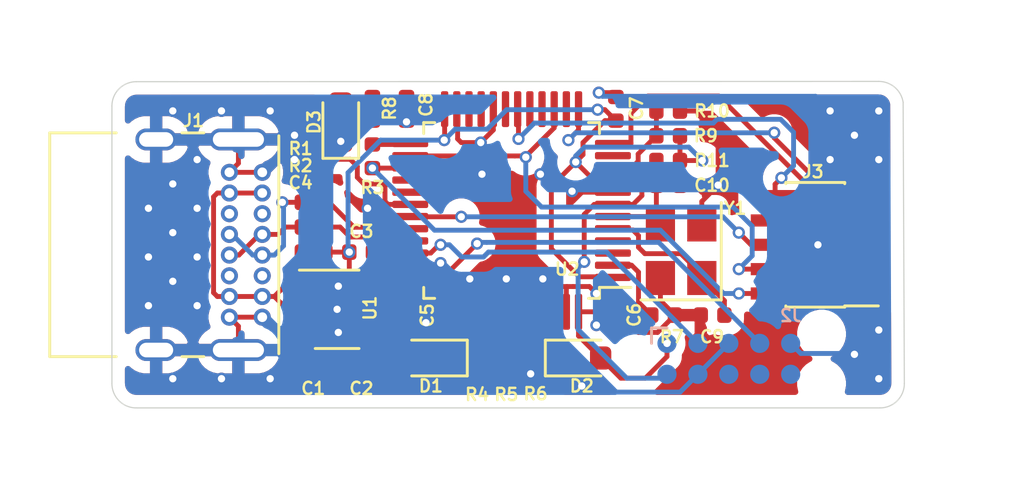
<source format=kicad_pcb>
(kicad_pcb (version 20171130) (host pcbnew 5.1.6-c6e7f7d~87~ubuntu18.04.1)

  (general
    (thickness 1.6)
    (drawings 11)
    (tracks 381)
    (zones 0)
    (modules 30)
    (nets 56)
  )

  (page A4)
  (layers
    (0 F.Cu signal)
    (31 B.Cu signal)
    (32 B.Adhes user)
    (33 F.Adhes user)
    (34 B.Paste user)
    (35 F.Paste user)
    (36 B.SilkS user)
    (37 F.SilkS user)
    (38 B.Mask user)
    (39 F.Mask user)
    (40 Dwgs.User user)
    (41 Cmts.User user)
    (42 Eco1.User user)
    (43 Eco2.User user)
    (44 Edge.Cuts user)
    (45 Margin user)
    (46 B.CrtYd user)
    (47 F.CrtYd user)
    (48 B.Fab user)
    (49 F.Fab user)
  )

  (setup
    (last_trace_width 0.2)
    (trace_clearance 0.2)
    (zone_clearance 0.508)
    (zone_45_only no)
    (trace_min 0.2)
    (via_size 0.5)
    (via_drill 0.3)
    (via_min_size 0.4)
    (via_min_drill 0.3)
    (uvia_size 0.3)
    (uvia_drill 0.1)
    (uvias_allowed no)
    (uvia_min_size 0.2)
    (uvia_min_drill 0.1)
    (edge_width 0.05)
    (segment_width 0.2)
    (pcb_text_width 0.3)
    (pcb_text_size 1.5 1.5)
    (mod_edge_width 0.12)
    (mod_text_size 0.5 0.5)
    (mod_text_width 0.1)
    (pad_size 1.524 1.524)
    (pad_drill 0.762)
    (pad_to_mask_clearance 0.05)
    (aux_axis_origin 0 0)
    (visible_elements FEFDFF7F)
    (pcbplotparams
      (layerselection 0x010fc_ffffffff)
      (usegerberextensions false)
      (usegerberattributes true)
      (usegerberadvancedattributes true)
      (creategerberjobfile true)
      (excludeedgelayer true)
      (linewidth 0.100000)
      (plotframeref false)
      (viasonmask false)
      (mode 1)
      (useauxorigin false)
      (hpglpennumber 1)
      (hpglpenspeed 20)
      (hpglpendiameter 15.000000)
      (psnegative false)
      (psa4output false)
      (plotreference true)
      (plotvalue true)
      (plotinvisibletext false)
      (padsonsilk false)
      (subtractmaskfromsilk false)
      (outputformat 1)
      (mirror false)
      (drillshape 1)
      (scaleselection 1)
      (outputdirectory ""))
  )

  (net 0 "")
  (net 1 GND)
  (net 2 +5V)
  (net 3 +3V3)
  (net 4 "Net-(C9-Pad2)")
  (net 5 "Net-(C10-Pad1)")
  (net 6 "Net-(D1-Pad1)")
  (net 7 "Net-(D2-Pad1)")
  (net 8 "Net-(D3-Pad2)")
  (net 9 "Net-(J1-PadA6)")
  (net 10 "Net-(J1-PadB5)")
  (net 11 "Net-(J1-PadB8)")
  (net 12 "Net-(J1-PadA7)")
  (net 13 "Net-(J1-PadA8)")
  (net 14 "Net-(J1-PadA5)")
  (net 15 ~RESET)
  (net 16 "Net-(J2-Pad8)")
  (net 17 "Net-(J2-Pad7)")
  (net 18 "Net-(J2-Pad6)")
  (net 19 SWCLK)
  (net 20 SWDIO)
  (net 21 ~TGT_RESET)
  (net 22 TGT_TX)
  (net 23 "Net-(J3-Pad8)")
  (net 24 TGT_RX)
  (net 25 TGT_SWO)
  (net 26 TGT_SWCLK)
  (net 27 TGT_SWDIO)
  (net 28 "Net-(J3-Pad1)")
  (net 29 USB_DM)
  (net 30 USB_DP)
  (net 31 "Net-(R3-Pad1)")
  (net 32 "Net-(R4-Pad1)")
  (net 33 "Net-(R5-Pad2)")
  (net 34 "Net-(R6-Pad1)")
  (net 35 "Net-(R7-Pad1)")
  (net 36 "Net-(R8-Pad2)")
  (net 37 "Net-(R10-Pad2)")
  (net 38 "Net-(U1-Pad4)")
  (net 39 "Net-(U2-Pad46)")
  (net 40 "Net-(U2-Pad45)")
  (net 41 "Net-(U2-Pad43)")
  (net 42 "Net-(U2-Pad40)")
  (net 43 "Net-(U2-Pad39)")
  (net 44 "Net-(U2-Pad38)")
  (net 45 "Net-(U2-Pad29)")
  (net 46 "Net-(U2-Pad28)")
  (net 47 "Net-(U2-Pad22)")
  (net 48 "Net-(U2-Pad21)")
  (net 49 "Net-(U2-Pad19)")
  (net 50 "Net-(U2-Pad17)")
  (net 51 "Net-(U2-Pad16)")
  (net 52 "Net-(U2-Pad14)")
  (net 53 "Net-(U2-Pad11)")
  (net 54 "Net-(U2-Pad4)")
  (net 55 "Net-(U2-Pad3)")

  (net_class Default "This is the default net class."
    (clearance 0.2)
    (trace_width 0.2)
    (via_dia 0.5)
    (via_drill 0.3)
    (uvia_dia 0.3)
    (uvia_drill 0.1)
    (add_net +3V3)
    (add_net +5V)
    (add_net GND)
    (add_net "Net-(C10-Pad1)")
    (add_net "Net-(C9-Pad2)")
    (add_net "Net-(D1-Pad1)")
    (add_net "Net-(D2-Pad1)")
    (add_net "Net-(D3-Pad2)")
    (add_net "Net-(J1-PadA5)")
    (add_net "Net-(J1-PadA6)")
    (add_net "Net-(J1-PadA7)")
    (add_net "Net-(J1-PadA8)")
    (add_net "Net-(J1-PadB5)")
    (add_net "Net-(J1-PadB8)")
    (add_net "Net-(J2-Pad6)")
    (add_net "Net-(J2-Pad7)")
    (add_net "Net-(J2-Pad8)")
    (add_net "Net-(J3-Pad1)")
    (add_net "Net-(J3-Pad8)")
    (add_net "Net-(R10-Pad2)")
    (add_net "Net-(R3-Pad1)")
    (add_net "Net-(R4-Pad1)")
    (add_net "Net-(R5-Pad2)")
    (add_net "Net-(R6-Pad1)")
    (add_net "Net-(R7-Pad1)")
    (add_net "Net-(R8-Pad2)")
    (add_net "Net-(U1-Pad4)")
    (add_net "Net-(U2-Pad11)")
    (add_net "Net-(U2-Pad14)")
    (add_net "Net-(U2-Pad16)")
    (add_net "Net-(U2-Pad17)")
    (add_net "Net-(U2-Pad19)")
    (add_net "Net-(U2-Pad21)")
    (add_net "Net-(U2-Pad22)")
    (add_net "Net-(U2-Pad28)")
    (add_net "Net-(U2-Pad29)")
    (add_net "Net-(U2-Pad3)")
    (add_net "Net-(U2-Pad38)")
    (add_net "Net-(U2-Pad39)")
    (add_net "Net-(U2-Pad4)")
    (add_net "Net-(U2-Pad40)")
    (add_net "Net-(U2-Pad43)")
    (add_net "Net-(U2-Pad45)")
    (add_net "Net-(U2-Pad46)")
    (add_net SWCLK)
    (add_net SWDIO)
    (add_net TGT_RX)
    (add_net TGT_SWCLK)
    (add_net TGT_SWDIO)
    (add_net TGT_SWO)
    (add_net TGT_TX)
    (add_net USB_DM)
    (add_net USB_DP)
    (add_net ~RESET)
    (add_net ~TGT_RESET)
  )

  (module Connector_USB:USB_C_Receptacle_GCT_USB4085 (layer F.Cu) (tedit 5FC8EDF4) (tstamp 5FC86F97)
    (at 0 7.5 270)
    (descr "USB 2.0 Type C Receptacle, https://gct.co/Files/Drawings/USB4085.pdf")
    (tags "USB Type-C Receptacle Through-hole Right angle")
    (path /5FC5BF9A)
    (fp_text reference J1 (at -5.1 2.15) (layer F.SilkS)
      (effects (font (size 0.5 0.5) (thickness 0.1)))
    )
    (fp_text value USB_C_Receptacle_USB2.0 (at -0.00188 9.24936 270) (layer F.Fab)
      (effects (font (size 1 1) (thickness 0.15)))
    )
    (fp_line (start -4.47688 -1.23564) (end 4.47312 -1.23564) (layer F.Fab) (width 0.1))
    (fp_line (start -4.47688 7.93436) (end 4.47312 7.93436) (layer F.Fab) (width 0.1))
    (fp_line (start -4.59688 8.05436) (end 4.59312 8.05436) (layer F.SilkS) (width 0.12))
    (fp_line (start -4.47688 -1.35564) (end 4.47312 -1.35564) (layer F.SilkS) (width 0.12))
    (fp_line (start -4.47688 -1.23564) (end -4.47688 7.93436) (layer F.Fab) (width 0.1))
    (fp_line (start 4.47312 -1.23564) (end 4.47312 7.93436) (layer F.Fab) (width 0.1))
    (fp_line (start 4.59312 5.32436) (end 4.59312 8.05436) (layer F.SilkS) (width 0.12))
    (fp_line (start -4.59688 5.32436) (end -4.59688 8.05436) (layer F.SilkS) (width 0.12))
    (fp_line (start 4.59312 1.72436) (end 4.59312 2.62436) (layer F.SilkS) (width 0.12))
    (fp_line (start -4.59688 1.72436) (end -4.59688 2.62436) (layer F.SilkS) (width 0.12))
    (fp_line (start -5.27688 -1.73564) (end -5.27688 8.43436) (layer F.CrtYd) (width 0.05))
    (fp_line (start -5.27688 8.43436) (end 5.27312 8.43436) (layer F.CrtYd) (width 0.05))
    (fp_line (start -5.27688 -1.73564) (end 5.27312 -1.73564) (layer F.CrtYd) (width 0.05))
    (fp_line (start 5.27312 -1.73564) (end 5.27312 8.43436) (layer F.CrtYd) (width 0.05))
    (fp_line (start -3.00188 5.42436) (end 2.99812 5.42436) (layer F.Fab) (width 0.1))
    (fp_text user %R (at -0.00188 3.34936 270) (layer F.Fab)
      (effects (font (size 1 1) (thickness 0.15)))
    )
    (fp_text user "PCB Edge" (at -0.00188 5.42436 270) (layer Dwgs.User)
      (effects (font (size 0.5 0.5) (thickness 0.1)))
    )
    (pad S1 thru_hole oval (at 4.32312 3.68436 270) (size 0.9 1.7) (drill oval 0.6 1.4) (layers *.Cu *.Mask)
      (net 1 GND))
    (pad S1 thru_hole oval (at -4.32688 3.68436 270) (size 0.9 1.7) (drill oval 0.6 1.4) (layers *.Cu *.Mask)
      (net 1 GND))
    (pad S1 thru_hole oval (at 4.32312 0.30436 270) (size 0.9 2.4) (drill oval 0.6 2.1) (layers *.Cu *.Mask)
      (net 1 GND))
    (pad S1 thru_hole oval (at -4.32688 0.30436 270) (size 0.9 2.4) (drill oval 0.6 2.1) (layers *.Cu *.Mask)
      (net 1 GND))
    (pad B6 thru_hole circle (at 0.42312 0.67436 270) (size 0.7 0.7) (drill 0.4) (layers *.Cu *.Mask)
      (net 9 "Net-(J1-PadA6)"))
    (pad B1 thru_hole circle (at 2.97312 0.67436 270) (size 0.7 0.7) (drill 0.4) (layers *.Cu *.Mask)
      (net 1 GND))
    (pad B4 thru_hole circle (at 2.12312 0.67436 270) (size 0.7 0.7) (drill 0.4) (layers *.Cu *.Mask)
      (net 2 +5V))
    (pad B5 thru_hole circle (at 1.27312 0.67436 270) (size 0.7 0.7) (drill 0.4) (layers *.Cu *.Mask)
      (net 10 "Net-(J1-PadB5)"))
    (pad B12 thru_hole circle (at -2.97688 0.67436 270) (size 0.7 0.7) (drill 0.4) (layers *.Cu *.Mask)
      (net 1 GND))
    (pad B8 thru_hole circle (at -1.27688 0.67436 270) (size 0.7 0.7) (drill 0.4) (layers *.Cu *.Mask)
      (net 11 "Net-(J1-PadB8)"))
    (pad B7 thru_hole circle (at -0.42688 0.67436 270) (size 0.7 0.7) (drill 0.4) (layers *.Cu *.Mask)
      (net 12 "Net-(J1-PadA7)"))
    (pad B9 thru_hole circle (at -2.12688 0.67436 270) (size 0.7 0.7) (drill 0.4) (layers *.Cu *.Mask)
      (net 2 +5V))
    (pad A12 thru_hole circle (at 2.97312 -0.67564 270) (size 0.7 0.7) (drill 0.4) (layers *.Cu *.Mask)
      (net 1 GND))
    (pad A9 thru_hole circle (at 2.12312 -0.67564 270) (size 0.7 0.7) (drill 0.4) (layers *.Cu *.Mask)
      (net 2 +5V))
    (pad A8 thru_hole circle (at 1.27312 -0.67564 270) (size 0.7 0.7) (drill 0.4) (layers *.Cu *.Mask)
      (net 13 "Net-(J1-PadA8)"))
    (pad A7 thru_hole circle (at 0.42312 -0.67564 270) (size 0.7 0.7) (drill 0.4) (layers *.Cu *.Mask)
      (net 12 "Net-(J1-PadA7)"))
    (pad A6 thru_hole circle (at -0.42688 -0.67564 270) (size 0.7 0.7) (drill 0.4) (layers *.Cu *.Mask)
      (net 9 "Net-(J1-PadA6)"))
    (pad A5 thru_hole circle (at -1.27688 -0.67564 270) (size 0.7 0.7) (drill 0.4) (layers *.Cu *.Mask)
      (net 14 "Net-(J1-PadA5)"))
    (pad A4 thru_hole circle (at -2.12688 -0.67564 270) (size 0.7 0.7) (drill 0.4) (layers *.Cu *.Mask)
      (net 2 +5V))
    (pad A1 thru_hole circle (at -2.97688 -0.67564 270) (size 0.7 0.7) (drill 0.4) (layers *.Cu *.Mask)
      (net 1 GND))
    (model ${KISYS3DMOD}/Connector_USB.3dshapes/USB_C_Receptacle_GCT_USB4085.wrl
      (at (xyz 0 0 0))
      (scale (xyz 1 1 1))
      (rotate (xyz 0 0 0))
    )
    (model ${USR_KICAD_FOLDER}/USB4085-GF-A--3DModel-STEP-56544.STEP
      (offset (xyz 0 -3.35 0))
      (scale (xyz 1 1 1))
      (rotate (xyz -90 0 0))
    )
  )

  (module Resistor_SMD:R_0402_1005Metric (layer F.Cu) (tedit 5B301BBD) (tstamp 5FC8CC9E)
    (at 17.349 4.038)
    (descr "Resistor SMD 0402 (1005 Metric), square (rectangular) end terminal, IPC_7351 nominal, (Body size source: http://www.tortai-tech.com/upload/download/2011102023233369053.pdf), generated with kicad-footprint-generator")
    (tags resistor)
    (path /5FEA9EB9)
    (attr smd)
    (fp_text reference R11 (at 1.801 0) (layer F.SilkS)
      (effects (font (size 0.5 0.5) (thickness 0.1)))
    )
    (fp_text value 10k (at 0 1.17) (layer F.Fab)
      (effects (font (size 1 1) (thickness 0.15)))
    )
    (fp_line (start -0.5 0.25) (end -0.5 -0.25) (layer F.Fab) (width 0.1))
    (fp_line (start -0.5 -0.25) (end 0.5 -0.25) (layer F.Fab) (width 0.1))
    (fp_line (start 0.5 -0.25) (end 0.5 0.25) (layer F.Fab) (width 0.1))
    (fp_line (start 0.5 0.25) (end -0.5 0.25) (layer F.Fab) (width 0.1))
    (fp_line (start -0.93 0.47) (end -0.93 -0.47) (layer F.CrtYd) (width 0.05))
    (fp_line (start -0.93 -0.47) (end 0.93 -0.47) (layer F.CrtYd) (width 0.05))
    (fp_line (start 0.93 -0.47) (end 0.93 0.47) (layer F.CrtYd) (width 0.05))
    (fp_line (start 0.93 0.47) (end -0.93 0.47) (layer F.CrtYd) (width 0.05))
    (fp_text user %R (at 0 0) (layer F.Fab)
      (effects (font (size 0.25 0.25) (thickness 0.04)))
    )
    (pad 2 smd roundrect (at 0.485 0) (size 0.59 0.64) (layers F.Cu F.Paste F.Mask) (roundrect_rratio 0.25)
      (net 3 +3V3))
    (pad 1 smd roundrect (at -0.485 0) (size 0.59 0.64) (layers F.Cu F.Paste F.Mask) (roundrect_rratio 0.25)
      (net 15 ~RESET))
    (model ${KISYS3DMOD}/Resistor_SMD.3dshapes/R_0402_1005Metric.wrl
      (at (xyz 0 0 0))
      (scale (xyz 1 1 1))
      (rotate (xyz 0 0 0))
    )
  )

  (module Connector:Tag-Connect_TC2050-IDC-NL_2x05_P1.27mm_Vertical (layer B.Cu) (tedit 5A29CED0) (tstamp 5FC8CCDF)
    (at 19.84 12.184)
    (descr "Tag-Connect programming header; http://www.tag-connect.com/Materials/TC2050-IDC-NL%20Datasheet.pdf")
    (tags "tag connect programming header pogo pins")
    (path /5FEA4267)
    (attr virtual)
    (fp_text reference J2 (at 2.54 -1.778) (layer B.SilkS)
      (effects (font (size 0.5 0.5) (thickness 0.1)) (justify mirror))
    )
    (fp_text value Conn_ARM_JTAG_SWD_10 (at 0 2.4) (layer B.Fab)
      (effects (font (size 1 1) (thickness 0.15)) (justify mirror))
    )
    (fp_line (start -3.175 -1.27) (end -3.175 -0.635) (layer B.SilkS) (width 0.12))
    (fp_line (start -2.54 -1.27) (end -3.175 -1.27) (layer B.SilkS) (width 0.12))
    (fp_line (start -4.75 -2) (end -4.75 2) (layer B.CrtYd) (width 0.05))
    (fp_line (start 4.75 -2) (end -4.75 -2) (layer B.CrtYd) (width 0.05))
    (fp_line (start 4.75 2) (end 4.75 -2) (layer B.CrtYd) (width 0.05))
    (fp_line (start -4.75 2) (end 4.75 2) (layer B.CrtYd) (width 0.05))
    (fp_line (start -2.54 -0.635) (end -2.54 0.635) (layer Dwgs.User) (width 0.1))
    (fp_line (start 2.54 -0.635) (end -2.54 -0.635) (layer Dwgs.User) (width 0.1))
    (fp_line (start 2.54 0.635) (end 2.54 -0.635) (layer Dwgs.User) (width 0.1))
    (fp_line (start -2.54 0.635) (end 2.54 0.635) (layer Dwgs.User) (width 0.1))
    (fp_line (start -2.54 -0.635) (end -1.27 0.635) (layer Dwgs.User) (width 0.1))
    (fp_line (start -2.54 0) (end -1.905 0.635) (layer Dwgs.User) (width 0.1))
    (fp_line (start -1.905 -0.635) (end -0.635 0.635) (layer Dwgs.User) (width 0.1))
    (fp_line (start -1.27 -0.635) (end 0 0.635) (layer Dwgs.User) (width 0.1))
    (fp_line (start 1.905 -0.635) (end 2.54 0) (layer Dwgs.User) (width 0.1))
    (fp_line (start -0.635 -0.635) (end 0.635 0.635) (layer Dwgs.User) (width 0.1))
    (fp_line (start 0 -0.635) (end 1.27 0.635) (layer Dwgs.User) (width 0.1))
    (fp_line (start 0.635 -0.635) (end 1.905 0.635) (layer Dwgs.User) (width 0.1))
    (fp_line (start 1.27 -0.635) (end 2.54 0.635) (layer Dwgs.User) (width 0.1))
    (fp_text user KEEPOUT (at 0 0) (layer Cmts.User)
      (effects (font (size 0.4 0.4) (thickness 0.07)))
    )
    (fp_text user %R (at 0 0) (layer B.Fab)
      (effects (font (size 1 1) (thickness 0.15)) (justify mirror))
    )
    (pad 10 connect circle (at -2.54 0.635) (size 0.7874 0.7874) (layers B.Cu B.Mask)
      (net 15 ~RESET))
    (pad 9 connect circle (at -1.27 0.635) (size 0.7874 0.7874) (layers B.Cu B.Mask)
      (net 1 GND))
    (pad 8 connect circle (at 0 0.635) (size 0.7874 0.7874) (layers B.Cu B.Mask)
      (net 16 "Net-(J2-Pad8)"))
    (pad 7 connect circle (at 1.27 0.635) (size 0.7874 0.7874) (layers B.Cu B.Mask)
      (net 17 "Net-(J2-Pad7)"))
    (pad 6 connect circle (at 2.54 0.635) (size 0.7874 0.7874) (layers B.Cu B.Mask)
      (net 18 "Net-(J2-Pad6)"))
    (pad 5 connect circle (at 2.54 -0.635) (size 0.7874 0.7874) (layers B.Cu B.Mask)
      (net 1 GND))
    (pad 4 connect circle (at 1.27 -0.635) (size 0.7874 0.7874) (layers B.Cu B.Mask)
      (net 19 SWCLK))
    (pad 3 connect circle (at 0 -0.635) (size 0.7874 0.7874) (layers B.Cu B.Mask)
      (net 1 GND))
    (pad 2 connect circle (at -1.27 -0.635) (size 0.7874 0.7874) (layers B.Cu B.Mask)
      (net 20 SWDIO))
    (pad 1 connect circle (at -2.54 -0.635) (size 0.7874 0.7874) (layers B.Cu B.Mask)
      (net 3 +3V3))
    (pad "" np_thru_hole circle (at -3.81 0) (size 0.9906 0.9906) (drill 0.9906) (layers *.Cu *.Mask))
    (pad "" np_thru_hole circle (at 3.81 -1.016) (size 0.9906 0.9906) (drill 0.9906) (layers *.Cu *.Mask))
    (pad "" np_thru_hole circle (at 3.81 1.016) (size 0.9906 0.9906) (drill 0.9906) (layers *.Cu *.Mask))
  )

  (module Capacitor_SMD:C_0402_1005Metric (layer F.Cu) (tedit 5B301BBE) (tstamp 5FC86ECC)
    (at 4.735 7.8)
    (descr "Capacitor SMD 0402 (1005 Metric), square (rectangular) end terminal, IPC_7351 nominal, (Body size source: http://www.tortai-tech.com/upload/download/2011102023233369053.pdf), generated with kicad-footprint-generator")
    (tags capacitor)
    (path /5FDB06E3)
    (attr smd)
    (fp_text reference C3 (at 0.015 -0.85 180) (layer F.SilkS)
      (effects (font (size 0.5 0.5) (thickness 0.1)))
    )
    (fp_text value 100n (at 0 1.17) (layer F.Fab)
      (effects (font (size 1 1) (thickness 0.15)))
    )
    (fp_line (start -0.5 0.25) (end -0.5 -0.25) (layer F.Fab) (width 0.1))
    (fp_line (start -0.5 -0.25) (end 0.5 -0.25) (layer F.Fab) (width 0.1))
    (fp_line (start 0.5 -0.25) (end 0.5 0.25) (layer F.Fab) (width 0.1))
    (fp_line (start 0.5 0.25) (end -0.5 0.25) (layer F.Fab) (width 0.1))
    (fp_line (start -0.93 0.47) (end -0.93 -0.47) (layer F.CrtYd) (width 0.05))
    (fp_line (start -0.93 -0.47) (end 0.93 -0.47) (layer F.CrtYd) (width 0.05))
    (fp_line (start 0.93 -0.47) (end 0.93 0.47) (layer F.CrtYd) (width 0.05))
    (fp_line (start 0.93 0.47) (end -0.93 0.47) (layer F.CrtYd) (width 0.05))
    (fp_text user %R (at 0 0) (layer F.Fab)
      (effects (font (size 0.25 0.25) (thickness 0.04)))
    )
    (pad 2 smd roundrect (at 0.485 0) (size 0.59 0.64) (layers F.Cu F.Paste F.Mask) (roundrect_rratio 0.25)
      (net 1 GND))
    (pad 1 smd roundrect (at -0.485 0) (size 0.59 0.64) (layers F.Cu F.Paste F.Mask) (roundrect_rratio 0.25)
      (net 3 +3V3))
    (model ${KISYS3DMOD}/Capacitor_SMD.3dshapes/C_0402_1005Metric.wrl
      (at (xyz 0 0 0))
      (scale (xyz 1 1 1))
      (rotate (xyz 0 0 0))
    )
  )

  (module Capacitor_SMD:C_0402_1005Metric (layer F.Cu) (tedit 5B301BBE) (tstamp 5FC902B2)
    (at 4.735 12.5)
    (descr "Capacitor SMD 0402 (1005 Metric), square (rectangular) end terminal, IPC_7351 nominal, (Body size source: http://www.tortai-tech.com/upload/download/2011102023233369053.pdf), generated with kicad-footprint-generator")
    (tags capacitor)
    (path /5FD95F2E)
    (attr smd)
    (fp_text reference C2 (at 0.015 0.9) (layer F.SilkS)
      (effects (font (size 0.5 0.5) (thickness 0.1)))
    )
    (fp_text value 100n (at 0 1.17) (layer F.Fab)
      (effects (font (size 1 1) (thickness 0.15)))
    )
    (fp_line (start -0.5 0.25) (end -0.5 -0.25) (layer F.Fab) (width 0.1))
    (fp_line (start -0.5 -0.25) (end 0.5 -0.25) (layer F.Fab) (width 0.1))
    (fp_line (start 0.5 -0.25) (end 0.5 0.25) (layer F.Fab) (width 0.1))
    (fp_line (start 0.5 0.25) (end -0.5 0.25) (layer F.Fab) (width 0.1))
    (fp_line (start -0.93 0.47) (end -0.93 -0.47) (layer F.CrtYd) (width 0.05))
    (fp_line (start -0.93 -0.47) (end 0.93 -0.47) (layer F.CrtYd) (width 0.05))
    (fp_line (start 0.93 -0.47) (end 0.93 0.47) (layer F.CrtYd) (width 0.05))
    (fp_line (start 0.93 0.47) (end -0.93 0.47) (layer F.CrtYd) (width 0.05))
    (fp_text user %R (at 0 0) (layer F.Fab)
      (effects (font (size 0.25 0.25) (thickness 0.04)))
    )
    (pad 2 smd roundrect (at 0.485 0) (size 0.59 0.64) (layers F.Cu F.Paste F.Mask) (roundrect_rratio 0.25)
      (net 1 GND))
    (pad 1 smd roundrect (at -0.485 0) (size 0.59 0.64) (layers F.Cu F.Paste F.Mask) (roundrect_rratio 0.25)
      (net 2 +5V))
    (model ${KISYS3DMOD}/Capacitor_SMD.3dshapes/C_0402_1005Metric.wrl
      (at (xyz 0 0 0))
      (scale (xyz 1 1 1))
      (rotate (xyz 0 0 0))
    )
  )

  (module Capacitor_SMD:C_0402_1005Metric (layer F.Cu) (tedit 5B301BBE) (tstamp 5FC86EF9)
    (at 15.2 10.265 270)
    (descr "Capacitor SMD 0402 (1005 Metric), square (rectangular) end terminal, IPC_7351 nominal, (Body size source: http://www.tortai-tech.com/upload/download/2011102023233369053.pdf), generated with kicad-footprint-generator")
    (tags capacitor)
    (path /5FDE3F18)
    (attr smd)
    (fp_text reference C6 (at 0.115 -0.75 90) (layer F.SilkS)
      (effects (font (size 0.5 0.5) (thickness 0.1)))
    )
    (fp_text value 100n (at 0 1.17 90) (layer F.Fab)
      (effects (font (size 1 1) (thickness 0.15)))
    )
    (fp_line (start -0.5 0.25) (end -0.5 -0.25) (layer F.Fab) (width 0.1))
    (fp_line (start -0.5 -0.25) (end 0.5 -0.25) (layer F.Fab) (width 0.1))
    (fp_line (start 0.5 -0.25) (end 0.5 0.25) (layer F.Fab) (width 0.1))
    (fp_line (start 0.5 0.25) (end -0.5 0.25) (layer F.Fab) (width 0.1))
    (fp_line (start -0.93 0.47) (end -0.93 -0.47) (layer F.CrtYd) (width 0.05))
    (fp_line (start -0.93 -0.47) (end 0.93 -0.47) (layer F.CrtYd) (width 0.05))
    (fp_line (start 0.93 -0.47) (end 0.93 0.47) (layer F.CrtYd) (width 0.05))
    (fp_line (start 0.93 0.47) (end -0.93 0.47) (layer F.CrtYd) (width 0.05))
    (fp_text user %R (at 0 0 90) (layer F.Fab)
      (effects (font (size 0.25 0.25) (thickness 0.04)))
    )
    (pad 2 smd roundrect (at 0.485 0 270) (size 0.59 0.64) (layers F.Cu F.Paste F.Mask) (roundrect_rratio 0.25)
      (net 1 GND))
    (pad 1 smd roundrect (at -0.485 0 270) (size 0.59 0.64) (layers F.Cu F.Paste F.Mask) (roundrect_rratio 0.25)
      (net 3 +3V3))
    (model ${KISYS3DMOD}/Capacitor_SMD.3dshapes/C_0402_1005Metric.wrl
      (at (xyz 0 0 0))
      (scale (xyz 1 1 1))
      (rotate (xyz 0 0 0))
    )
  )

  (module Capacitor_SMD:C_0402_1005Metric (layer F.Cu) (tedit 5B301BBE) (tstamp 5FC86EDB)
    (at 2.785 7.8 180)
    (descr "Capacitor SMD 0402 (1005 Metric), square (rectangular) end terminal, IPC_7351 nominal, (Body size source: http://www.tortai-tech.com/upload/download/2011102023233369053.pdf), generated with kicad-footprint-generator")
    (tags capacitor)
    (path /5FDAE8AE)
    (attr smd)
    (fp_text reference C4 (at 0.535 2.85 180) (layer F.SilkS)
      (effects (font (size 0.5 0.5) (thickness 0.1)))
    )
    (fp_text value 1u (at 0 1.17) (layer F.Fab)
      (effects (font (size 1 1) (thickness 0.15)))
    )
    (fp_line (start -0.5 0.25) (end -0.5 -0.25) (layer F.Fab) (width 0.1))
    (fp_line (start -0.5 -0.25) (end 0.5 -0.25) (layer F.Fab) (width 0.1))
    (fp_line (start 0.5 -0.25) (end 0.5 0.25) (layer F.Fab) (width 0.1))
    (fp_line (start 0.5 0.25) (end -0.5 0.25) (layer F.Fab) (width 0.1))
    (fp_line (start -0.93 0.47) (end -0.93 -0.47) (layer F.CrtYd) (width 0.05))
    (fp_line (start -0.93 -0.47) (end 0.93 -0.47) (layer F.CrtYd) (width 0.05))
    (fp_line (start 0.93 -0.47) (end 0.93 0.47) (layer F.CrtYd) (width 0.05))
    (fp_line (start 0.93 0.47) (end -0.93 0.47) (layer F.CrtYd) (width 0.05))
    (fp_text user %R (at 0 0) (layer F.Fab)
      (effects (font (size 0.25 0.25) (thickness 0.04)))
    )
    (pad 2 smd roundrect (at 0.485 0 180) (size 0.59 0.64) (layers F.Cu F.Paste F.Mask) (roundrect_rratio 0.25)
      (net 1 GND))
    (pad 1 smd roundrect (at -0.485 0 180) (size 0.59 0.64) (layers F.Cu F.Paste F.Mask) (roundrect_rratio 0.25)
      (net 3 +3V3))
    (model ${KISYS3DMOD}/Capacitor_SMD.3dshapes/C_0402_1005Metric.wrl
      (at (xyz 0 0 0))
      (scale (xyz 1 1 1))
      (rotate (xyz 0 0 0))
    )
  )

  (module Capacitor_SMD:C_0402_1005Metric (layer F.Cu) (tedit 5B301BBE) (tstamp 5FC893D8)
    (at 2.785 12.5 180)
    (descr "Capacitor SMD 0402 (1005 Metric), square (rectangular) end terminal, IPC_7351 nominal, (Body size source: http://www.tortai-tech.com/upload/download/2011102023233369053.pdf), generated with kicad-footprint-generator")
    (tags capacitor)
    (path /5FD96BB6)
    (attr smd)
    (fp_text reference C1 (at 0.015 -0.9) (layer F.SilkS)
      (effects (font (size 0.5 0.5) (thickness 0.1)))
    )
    (fp_text value 1u (at 0 1.17) (layer F.Fab)
      (effects (font (size 1 1) (thickness 0.15)))
    )
    (fp_line (start -0.5 0.25) (end -0.5 -0.25) (layer F.Fab) (width 0.1))
    (fp_line (start -0.5 -0.25) (end 0.5 -0.25) (layer F.Fab) (width 0.1))
    (fp_line (start 0.5 -0.25) (end 0.5 0.25) (layer F.Fab) (width 0.1))
    (fp_line (start 0.5 0.25) (end -0.5 0.25) (layer F.Fab) (width 0.1))
    (fp_line (start -0.93 0.47) (end -0.93 -0.47) (layer F.CrtYd) (width 0.05))
    (fp_line (start -0.93 -0.47) (end 0.93 -0.47) (layer F.CrtYd) (width 0.05))
    (fp_line (start 0.93 -0.47) (end 0.93 0.47) (layer F.CrtYd) (width 0.05))
    (fp_line (start 0.93 0.47) (end -0.93 0.47) (layer F.CrtYd) (width 0.05))
    (fp_text user %R (at 0 0) (layer F.Fab)
      (effects (font (size 0.25 0.25) (thickness 0.04)))
    )
    (pad 2 smd roundrect (at 0.485 0 180) (size 0.59 0.64) (layers F.Cu F.Paste F.Mask) (roundrect_rratio 0.25)
      (net 1 GND))
    (pad 1 smd roundrect (at -0.485 0 180) (size 0.59 0.64) (layers F.Cu F.Paste F.Mask) (roundrect_rratio 0.25)
      (net 2 +5V))
    (model ${KISYS3DMOD}/Capacitor_SMD.3dshapes/C_0402_1005Metric.wrl
      (at (xyz 0 0 0))
      (scale (xyz 1 1 1))
      (rotate (xyz 0 0 0))
    )
  )

  (module Capacitor_SMD:C_0402_1005Metric (layer F.Cu) (tedit 5B301BBE) (tstamp 5FC8EB9B)
    (at 6.6 10.257 270)
    (descr "Capacitor SMD 0402 (1005 Metric), square (rectangular) end terminal, IPC_7351 nominal, (Body size source: http://www.tortai-tech.com/upload/download/2011102023233369053.pdf), generated with kicad-footprint-generator")
    (tags capacitor)
    (path /5FDE3ADE)
    (attr smd)
    (fp_text reference C5 (at 0.143 -0.85 90) (layer F.SilkS)
      (effects (font (size 0.5 0.5) (thickness 0.1)))
    )
    (fp_text value 100n (at 0 1.17 90) (layer F.Fab)
      (effects (font (size 1 1) (thickness 0.15)))
    )
    (fp_line (start -0.5 0.25) (end -0.5 -0.25) (layer F.Fab) (width 0.1))
    (fp_line (start -0.5 -0.25) (end 0.5 -0.25) (layer F.Fab) (width 0.1))
    (fp_line (start 0.5 -0.25) (end 0.5 0.25) (layer F.Fab) (width 0.1))
    (fp_line (start 0.5 0.25) (end -0.5 0.25) (layer F.Fab) (width 0.1))
    (fp_line (start -0.93 0.47) (end -0.93 -0.47) (layer F.CrtYd) (width 0.05))
    (fp_line (start -0.93 -0.47) (end 0.93 -0.47) (layer F.CrtYd) (width 0.05))
    (fp_line (start 0.93 -0.47) (end 0.93 0.47) (layer F.CrtYd) (width 0.05))
    (fp_line (start 0.93 0.47) (end -0.93 0.47) (layer F.CrtYd) (width 0.05))
    (fp_text user %R (at 0 0 90) (layer F.Fab)
      (effects (font (size 0.25 0.25) (thickness 0.04)))
    )
    (pad 2 smd roundrect (at 0.485 0 270) (size 0.59 0.64) (layers F.Cu F.Paste F.Mask) (roundrect_rratio 0.25)
      (net 1 GND))
    (pad 1 smd roundrect (at -0.485 0 270) (size 0.59 0.64) (layers F.Cu F.Paste F.Mask) (roundrect_rratio 0.25)
      (net 3 +3V3))
    (model ${KISYS3DMOD}/Capacitor_SMD.3dshapes/C_0402_1005Metric.wrl
      (at (xyz 0 0 0))
      (scale (xyz 1 1 1))
      (rotate (xyz 0 0 0))
    )
  )

  (module Capacitor_SMD:C_0402_1005Metric (layer F.Cu) (tedit 5B301BBE) (tstamp 5FC86F35)
    (at 17.349 5.054)
    (descr "Capacitor SMD 0402 (1005 Metric), square (rectangular) end terminal, IPC_7351 nominal, (Body size source: http://www.tortai-tech.com/upload/download/2011102023233369053.pdf), generated with kicad-footprint-generator")
    (tags capacitor)
    (path /5FC8A393)
    (attr smd)
    (fp_text reference C10 (at 1.801 0) (layer F.SilkS)
      (effects (font (size 0.5 0.5) (thickness 0.1)))
    )
    (fp_text value 22p (at 0 1.17) (layer F.Fab)
      (effects (font (size 1 1) (thickness 0.15)))
    )
    (fp_line (start -0.5 0.25) (end -0.5 -0.25) (layer F.Fab) (width 0.1))
    (fp_line (start -0.5 -0.25) (end 0.5 -0.25) (layer F.Fab) (width 0.1))
    (fp_line (start 0.5 -0.25) (end 0.5 0.25) (layer F.Fab) (width 0.1))
    (fp_line (start 0.5 0.25) (end -0.5 0.25) (layer F.Fab) (width 0.1))
    (fp_line (start -0.93 0.47) (end -0.93 -0.47) (layer F.CrtYd) (width 0.05))
    (fp_line (start -0.93 -0.47) (end 0.93 -0.47) (layer F.CrtYd) (width 0.05))
    (fp_line (start 0.93 -0.47) (end 0.93 0.47) (layer F.CrtYd) (width 0.05))
    (fp_line (start 0.93 0.47) (end -0.93 0.47) (layer F.CrtYd) (width 0.05))
    (fp_text user %R (at 0 0) (layer F.Fab)
      (effects (font (size 0.25 0.25) (thickness 0.04)))
    )
    (pad 2 smd roundrect (at 0.485 0) (size 0.59 0.64) (layers F.Cu F.Paste F.Mask) (roundrect_rratio 0.25)
      (net 1 GND))
    (pad 1 smd roundrect (at -0.485 0) (size 0.59 0.64) (layers F.Cu F.Paste F.Mask) (roundrect_rratio 0.25)
      (net 5 "Net-(C10-Pad1)"))
    (model ${KISYS3DMOD}/Capacitor_SMD.3dshapes/C_0402_1005Metric.wrl
      (at (xyz 0 0 0))
      (scale (xyz 1 1 1))
      (rotate (xyz 0 0 0))
    )
  )

  (module LED_SMD:LED_0603_1608Metric (layer F.Cu) (tedit 5B301BBE) (tstamp 5FC8D41D)
    (at 3.9 2.4625 90)
    (descr "LED SMD 0603 (1608 Metric), square (rectangular) end terminal, IPC_7351 nominal, (Body size source: http://www.tortai-tech.com/upload/download/2011102023233369053.pdf), generated with kicad-footprint-generator")
    (tags diode)
    (path /5FD1F996)
    (attr smd)
    (fp_text reference D3 (at 0 -1.1 90) (layer F.SilkS)
      (effects (font (size 0.5 0.5) (thickness 0.1)))
    )
    (fp_text value RED (at 0 1.43 90) (layer F.Fab)
      (effects (font (size 1 1) (thickness 0.15)))
    )
    (fp_line (start 0.8 -0.4) (end -0.5 -0.4) (layer F.Fab) (width 0.1))
    (fp_line (start -0.5 -0.4) (end -0.8 -0.1) (layer F.Fab) (width 0.1))
    (fp_line (start -0.8 -0.1) (end -0.8 0.4) (layer F.Fab) (width 0.1))
    (fp_line (start -0.8 0.4) (end 0.8 0.4) (layer F.Fab) (width 0.1))
    (fp_line (start 0.8 0.4) (end 0.8 -0.4) (layer F.Fab) (width 0.1))
    (fp_line (start 0.8 -0.735) (end -1.485 -0.735) (layer F.SilkS) (width 0.12))
    (fp_line (start -1.485 -0.735) (end -1.485 0.735) (layer F.SilkS) (width 0.12))
    (fp_line (start -1.485 0.735) (end 0.8 0.735) (layer F.SilkS) (width 0.12))
    (fp_line (start -1.48 0.73) (end -1.48 -0.73) (layer F.CrtYd) (width 0.05))
    (fp_line (start -1.48 -0.73) (end 1.48 -0.73) (layer F.CrtYd) (width 0.05))
    (fp_line (start 1.48 -0.73) (end 1.48 0.73) (layer F.CrtYd) (width 0.05))
    (fp_line (start 1.48 0.73) (end -1.48 0.73) (layer F.CrtYd) (width 0.05))
    (fp_text user %R (at 0 0 90) (layer F.Fab)
      (effects (font (size 0.4 0.4) (thickness 0.06)))
    )
    (pad 2 smd roundrect (at 0.7875 0 90) (size 0.875 0.95) (layers F.Cu F.Paste F.Mask) (roundrect_rratio 0.25)
      (net 8 "Net-(D3-Pad2)"))
    (pad 1 smd roundrect (at -0.7875 0 90) (size 0.875 0.95) (layers F.Cu F.Paste F.Mask) (roundrect_rratio 0.25)
      (net 1 GND))
    (model ${KISYS3DMOD}/LED_SMD.3dshapes/LED_0603_1608Metric.wrl
      (at (xyz 0 0 0))
      (scale (xyz 1 1 1))
      (rotate (xyz 0 0 0))
    )
  )

  (module Package_QFP:LQFP-48_7x7mm_P0.5mm (layer F.Cu) (tedit 5D9F72AF) (tstamp 5FC8ED67)
    (at 10.9165 6.09 180)
    (descr "LQFP, 48 Pin (https://www.analog.com/media/en/technical-documentation/data-sheets/ltc2358-16.pdf), generated with kicad-footprint-generator ipc_gullwing_generator.py")
    (tags "LQFP QFP")
    (path /5FC5A4B8)
    (attr smd)
    (fp_text reference U2 (at -2.2835 -2.41) (layer F.SilkS)
      (effects (font (size 0.5 0.5) (thickness 0.1)))
    )
    (fp_text value STM32F103CBTx (at 0 5.85) (layer F.Fab)
      (effects (font (size 1 1) (thickness 0.15)))
    )
    (fp_line (start 3.16 3.61) (end 3.61 3.61) (layer F.SilkS) (width 0.12))
    (fp_line (start 3.61 3.61) (end 3.61 3.16) (layer F.SilkS) (width 0.12))
    (fp_line (start -3.16 3.61) (end -3.61 3.61) (layer F.SilkS) (width 0.12))
    (fp_line (start -3.61 3.61) (end -3.61 3.16) (layer F.SilkS) (width 0.12))
    (fp_line (start 3.16 -3.61) (end 3.61 -3.61) (layer F.SilkS) (width 0.12))
    (fp_line (start 3.61 -3.61) (end 3.61 -3.16) (layer F.SilkS) (width 0.12))
    (fp_line (start -3.16 -3.61) (end -3.61 -3.61) (layer F.SilkS) (width 0.12))
    (fp_line (start -3.61 -3.61) (end -3.61 -3.16) (layer F.SilkS) (width 0.12))
    (fp_line (start -3.61 -3.16) (end -4.9 -3.16) (layer F.SilkS) (width 0.12))
    (fp_line (start -2.5 -3.5) (end 3.5 -3.5) (layer F.Fab) (width 0.1))
    (fp_line (start 3.5 -3.5) (end 3.5 3.5) (layer F.Fab) (width 0.1))
    (fp_line (start 3.5 3.5) (end -3.5 3.5) (layer F.Fab) (width 0.1))
    (fp_line (start -3.5 3.5) (end -3.5 -2.5) (layer F.Fab) (width 0.1))
    (fp_line (start -3.5 -2.5) (end -2.5 -3.5) (layer F.Fab) (width 0.1))
    (fp_line (start 0 -5.15) (end -3.15 -5.15) (layer F.CrtYd) (width 0.05))
    (fp_line (start -3.15 -5.15) (end -3.15 -3.75) (layer F.CrtYd) (width 0.05))
    (fp_line (start -3.15 -3.75) (end -3.75 -3.75) (layer F.CrtYd) (width 0.05))
    (fp_line (start -3.75 -3.75) (end -3.75 -3.15) (layer F.CrtYd) (width 0.05))
    (fp_line (start -3.75 -3.15) (end -5.15 -3.15) (layer F.CrtYd) (width 0.05))
    (fp_line (start -5.15 -3.15) (end -5.15 0) (layer F.CrtYd) (width 0.05))
    (fp_line (start 0 -5.15) (end 3.15 -5.15) (layer F.CrtYd) (width 0.05))
    (fp_line (start 3.15 -5.15) (end 3.15 -3.75) (layer F.CrtYd) (width 0.05))
    (fp_line (start 3.15 -3.75) (end 3.75 -3.75) (layer F.CrtYd) (width 0.05))
    (fp_line (start 3.75 -3.75) (end 3.75 -3.15) (layer F.CrtYd) (width 0.05))
    (fp_line (start 3.75 -3.15) (end 5.15 -3.15) (layer F.CrtYd) (width 0.05))
    (fp_line (start 5.15 -3.15) (end 5.15 0) (layer F.CrtYd) (width 0.05))
    (fp_line (start 0 5.15) (end -3.15 5.15) (layer F.CrtYd) (width 0.05))
    (fp_line (start -3.15 5.15) (end -3.15 3.75) (layer F.CrtYd) (width 0.05))
    (fp_line (start -3.15 3.75) (end -3.75 3.75) (layer F.CrtYd) (width 0.05))
    (fp_line (start -3.75 3.75) (end -3.75 3.15) (layer F.CrtYd) (width 0.05))
    (fp_line (start -3.75 3.15) (end -5.15 3.15) (layer F.CrtYd) (width 0.05))
    (fp_line (start -5.15 3.15) (end -5.15 0) (layer F.CrtYd) (width 0.05))
    (fp_line (start 0 5.15) (end 3.15 5.15) (layer F.CrtYd) (width 0.05))
    (fp_line (start 3.15 5.15) (end 3.15 3.75) (layer F.CrtYd) (width 0.05))
    (fp_line (start 3.15 3.75) (end 3.75 3.75) (layer F.CrtYd) (width 0.05))
    (fp_line (start 3.75 3.75) (end 3.75 3.15) (layer F.CrtYd) (width 0.05))
    (fp_line (start 3.75 3.15) (end 5.15 3.15) (layer F.CrtYd) (width 0.05))
    (fp_line (start 5.15 3.15) (end 5.15 0) (layer F.CrtYd) (width 0.05))
    (fp_text user %R (at 0 0) (layer F.Fab)
      (effects (font (size 1 1) (thickness 0.15)))
    )
    (pad 48 smd roundrect (at -2.75 -4.1625 180) (size 0.3 1.475) (layers F.Cu F.Paste F.Mask) (roundrect_rratio 0.25)
      (net 3 +3V3))
    (pad 47 smd roundrect (at -2.25 -4.1625 180) (size 0.3 1.475) (layers F.Cu F.Paste F.Mask) (roundrect_rratio 0.25)
      (net 1 GND))
    (pad 46 smd roundrect (at -1.75 -4.1625 180) (size 0.3 1.475) (layers F.Cu F.Paste F.Mask) (roundrect_rratio 0.25)
      (net 39 "Net-(U2-Pad46)"))
    (pad 45 smd roundrect (at -1.25 -4.1625 180) (size 0.3 1.475) (layers F.Cu F.Paste F.Mask) (roundrect_rratio 0.25)
      (net 40 "Net-(U2-Pad45)"))
    (pad 44 smd roundrect (at -0.75 -4.1625 180) (size 0.3 1.475) (layers F.Cu F.Paste F.Mask) (roundrect_rratio 0.25)
      (net 34 "Net-(R6-Pad1)"))
    (pad 43 smd roundrect (at -0.25 -4.1625 180) (size 0.3 1.475) (layers F.Cu F.Paste F.Mask) (roundrect_rratio 0.25)
      (net 41 "Net-(U2-Pad43)"))
    (pad 42 smd roundrect (at 0.25 -4.1625 180) (size 0.3 1.475) (layers F.Cu F.Paste F.Mask) (roundrect_rratio 0.25)
      (net 33 "Net-(R5-Pad2)"))
    (pad 41 smd roundrect (at 0.75 -4.1625 180) (size 0.3 1.475) (layers F.Cu F.Paste F.Mask) (roundrect_rratio 0.25)
      (net 32 "Net-(R4-Pad1)"))
    (pad 40 smd roundrect (at 1.25 -4.1625 180) (size 0.3 1.475) (layers F.Cu F.Paste F.Mask) (roundrect_rratio 0.25)
      (net 42 "Net-(U2-Pad40)"))
    (pad 39 smd roundrect (at 1.75 -4.1625 180) (size 0.3 1.475) (layers F.Cu F.Paste F.Mask) (roundrect_rratio 0.25)
      (net 43 "Net-(U2-Pad39)"))
    (pad 38 smd roundrect (at 2.25 -4.1625 180) (size 0.3 1.475) (layers F.Cu F.Paste F.Mask) (roundrect_rratio 0.25)
      (net 44 "Net-(U2-Pad38)"))
    (pad 37 smd roundrect (at 2.75 -4.1625 180) (size 0.3 1.475) (layers F.Cu F.Paste F.Mask) (roundrect_rratio 0.25)
      (net 19 SWCLK))
    (pad 36 smd roundrect (at 4.1625 -2.75 180) (size 1.475 0.3) (layers F.Cu F.Paste F.Mask) (roundrect_rratio 0.25)
      (net 3 +3V3))
    (pad 35 smd roundrect (at 4.1625 -2.25 180) (size 1.475 0.3) (layers F.Cu F.Paste F.Mask) (roundrect_rratio 0.25)
      (net 1 GND))
    (pad 34 smd roundrect (at 4.1625 -1.75 180) (size 1.475 0.3) (layers F.Cu F.Paste F.Mask) (roundrect_rratio 0.25)
      (net 20 SWDIO))
    (pad 33 smd roundrect (at 4.1625 -1.25 180) (size 1.475 0.3) (layers F.Cu F.Paste F.Mask) (roundrect_rratio 0.25)
      (net 30 USB_DP))
    (pad 32 smd roundrect (at 4.1625 -0.75 180) (size 1.475 0.3) (layers F.Cu F.Paste F.Mask) (roundrect_rratio 0.25)
      (net 29 USB_DM))
    (pad 31 smd roundrect (at 4.1625 -0.25 180) (size 1.475 0.3) (layers F.Cu F.Paste F.Mask) (roundrect_rratio 0.25)
      (net 25 TGT_SWO))
    (pad 30 smd roundrect (at 4.1625 0.25 180) (size 1.475 0.3) (layers F.Cu F.Paste F.Mask) (roundrect_rratio 0.25)
      (net 36 "Net-(R8-Pad2)"))
    (pad 29 smd roundrect (at 4.1625 0.75 180) (size 1.475 0.3) (layers F.Cu F.Paste F.Mask) (roundrect_rratio 0.25)
      (net 45 "Net-(U2-Pad29)"))
    (pad 28 smd roundrect (at 4.1625 1.25 180) (size 1.475 0.3) (layers F.Cu F.Paste F.Mask) (roundrect_rratio 0.25)
      (net 46 "Net-(U2-Pad28)"))
    (pad 27 smd roundrect (at 4.1625 1.75 180) (size 1.475 0.3) (layers F.Cu F.Paste F.Mask) (roundrect_rratio 0.25)
      (net 27 TGT_SWDIO))
    (pad 26 smd roundrect (at 4.1625 2.25 180) (size 1.475 0.3) (layers F.Cu F.Paste F.Mask) (roundrect_rratio 0.25)
      (net 26 TGT_SWCLK))
    (pad 25 smd roundrect (at 4.1625 2.75 180) (size 1.475 0.3) (layers F.Cu F.Paste F.Mask) (roundrect_rratio 0.25)
      (net 31 "Net-(R3-Pad1)"))
    (pad 24 smd roundrect (at 2.75 4.1625 180) (size 0.3 1.475) (layers F.Cu F.Paste F.Mask) (roundrect_rratio 0.25)
      (net 3 +3V3))
    (pad 23 smd roundrect (at 2.25 4.1625 180) (size 0.3 1.475) (layers F.Cu F.Paste F.Mask) (roundrect_rratio 0.25)
      (net 1 GND))
    (pad 22 smd roundrect (at 1.75 4.1625 180) (size 0.3 1.475) (layers F.Cu F.Paste F.Mask) (roundrect_rratio 0.25)
      (net 47 "Net-(U2-Pad22)"))
    (pad 21 smd roundrect (at 1.25 4.1625 180) (size 0.3 1.475) (layers F.Cu F.Paste F.Mask) (roundrect_rratio 0.25)
      (net 48 "Net-(U2-Pad21)"))
    (pad 20 smd roundrect (at 0.75 4.1625 180) (size 0.3 1.475) (layers F.Cu F.Paste F.Mask) (roundrect_rratio 0.25)
      (net 1 GND))
    (pad 19 smd roundrect (at 0.25 4.1625 180) (size 0.3 1.475) (layers F.Cu F.Paste F.Mask) (roundrect_rratio 0.25)
      (net 49 "Net-(U2-Pad19)"))
    (pad 18 smd roundrect (at -0.25 4.1625 180) (size 0.3 1.475) (layers F.Cu F.Paste F.Mask) (roundrect_rratio 0.25)
      (net 21 ~TGT_RESET))
    (pad 17 smd roundrect (at -0.75 4.1625 180) (size 0.3 1.475) (layers F.Cu F.Paste F.Mask) (roundrect_rratio 0.25)
      (net 50 "Net-(U2-Pad17)"))
    (pad 16 smd roundrect (at -1.25 4.1625 180) (size 0.3 1.475) (layers F.Cu F.Paste F.Mask) (roundrect_rratio 0.25)
      (net 51 "Net-(U2-Pad16)"))
    (pad 15 smd roundrect (at -1.75 4.1625 180) (size 0.3 1.475) (layers F.Cu F.Paste F.Mask) (roundrect_rratio 0.25)
      (net 26 TGT_SWCLK))
    (pad 14 smd roundrect (at -2.25 4.1625 180) (size 0.3 1.475) (layers F.Cu F.Paste F.Mask) (roundrect_rratio 0.25)
      (net 52 "Net-(U2-Pad14)"))
    (pad 13 smd roundrect (at -2.75 4.1625 180) (size 0.3 1.475) (layers F.Cu F.Paste F.Mask) (roundrect_rratio 0.25)
      (net 22 TGT_TX))
    (pad 12 smd roundrect (at -4.1625 2.75 180) (size 1.475 0.3) (layers F.Cu F.Paste F.Mask) (roundrect_rratio 0.25)
      (net 24 TGT_RX))
    (pad 11 smd roundrect (at -4.1625 2.25 180) (size 1.475 0.3) (layers F.Cu F.Paste F.Mask) (roundrect_rratio 0.25)
      (net 53 "Net-(U2-Pad11)"))
    (pad 10 smd roundrect (at -4.1625 1.75 180) (size 1.475 0.3) (layers F.Cu F.Paste F.Mask) (roundrect_rratio 0.25)
      (net 37 "Net-(R10-Pad2)"))
    (pad 9 smd roundrect (at -4.1625 1.25 180) (size 1.475 0.3) (layers F.Cu F.Paste F.Mask) (roundrect_rratio 0.25)
      (net 3 +3V3))
    (pad 8 smd roundrect (at -4.1625 0.75 180) (size 1.475 0.3) (layers F.Cu F.Paste F.Mask) (roundrect_rratio 0.25)
      (net 1 GND))
    (pad 7 smd roundrect (at -4.1625 0.25 180) (size 1.475 0.3) (layers F.Cu F.Paste F.Mask) (roundrect_rratio 0.25)
      (net 15 ~RESET))
    (pad 6 smd roundrect (at -4.1625 -0.25 180) (size 1.475 0.3) (layers F.Cu F.Paste F.Mask) (roundrect_rratio 0.25)
      (net 5 "Net-(C10-Pad1)"))
    (pad 5 smd roundrect (at -4.1625 -0.75 180) (size 1.475 0.3) (layers F.Cu F.Paste F.Mask) (roundrect_rratio 0.25)
      (net 4 "Net-(C9-Pad2)"))
    (pad 4 smd roundrect (at -4.1625 -1.25 180) (size 1.475 0.3) (layers F.Cu F.Paste F.Mask) (roundrect_rratio 0.25)
      (net 54 "Net-(U2-Pad4)"))
    (pad 3 smd roundrect (at -4.1625 -1.75 180) (size 1.475 0.3) (layers F.Cu F.Paste F.Mask) (roundrect_rratio 0.25)
      (net 55 "Net-(U2-Pad3)"))
    (pad 2 smd roundrect (at -4.1625 -2.25 180) (size 1.475 0.3) (layers F.Cu F.Paste F.Mask) (roundrect_rratio 0.25)
      (net 35 "Net-(R7-Pad1)"))
    (pad 1 smd roundrect (at -4.1625 -2.75 180) (size 1.475 0.3) (layers F.Cu F.Paste F.Mask) (roundrect_rratio 0.25)
      (net 3 +3V3))
    (model ${KISYS3DMOD}/Package_QFP.3dshapes/LQFP-48_7x7mm_P0.5mm.wrl
      (at (xyz 0 0 0))
      (scale (xyz 1 1 1))
      (rotate (xyz 0 0 0))
    )
  )

  (module Capacitor_SMD:C_0402_1005Metric (layer F.Cu) (tedit 5B301BBE) (tstamp 5FC86F08)
    (at 15.2 1.915 90)
    (descr "Capacitor SMD 0402 (1005 Metric), square (rectangular) end terminal, IPC_7351 nominal, (Body size source: http://www.tortai-tech.com/upload/download/2011102023233369053.pdf), generated with kicad-footprint-generator")
    (tags capacitor)
    (path /5FDE4DBF)
    (attr smd)
    (fp_text reference C7 (at 0.015 0.85 270) (layer F.SilkS)
      (effects (font (size 0.5 0.5) (thickness 0.1)))
    )
    (fp_text value 100n (at 0 1.17 90) (layer F.Fab)
      (effects (font (size 1 1) (thickness 0.15)))
    )
    (fp_line (start -0.5 0.25) (end -0.5 -0.25) (layer F.Fab) (width 0.1))
    (fp_line (start -0.5 -0.25) (end 0.5 -0.25) (layer F.Fab) (width 0.1))
    (fp_line (start 0.5 -0.25) (end 0.5 0.25) (layer F.Fab) (width 0.1))
    (fp_line (start 0.5 0.25) (end -0.5 0.25) (layer F.Fab) (width 0.1))
    (fp_line (start -0.93 0.47) (end -0.93 -0.47) (layer F.CrtYd) (width 0.05))
    (fp_line (start -0.93 -0.47) (end 0.93 -0.47) (layer F.CrtYd) (width 0.05))
    (fp_line (start 0.93 -0.47) (end 0.93 0.47) (layer F.CrtYd) (width 0.05))
    (fp_line (start 0.93 0.47) (end -0.93 0.47) (layer F.CrtYd) (width 0.05))
    (fp_text user %R (at 0 0 90) (layer F.Fab)
      (effects (font (size 0.25 0.25) (thickness 0.04)))
    )
    (pad 2 smd roundrect (at 0.485 0 90) (size 0.59 0.64) (layers F.Cu F.Paste F.Mask) (roundrect_rratio 0.25)
      (net 1 GND))
    (pad 1 smd roundrect (at -0.485 0 90) (size 0.59 0.64) (layers F.Cu F.Paste F.Mask) (roundrect_rratio 0.25)
      (net 3 +3V3))
    (model ${KISYS3DMOD}/Capacitor_SMD.3dshapes/C_0402_1005Metric.wrl
      (at (xyz 0 0 0))
      (scale (xyz 1 1 1))
      (rotate (xyz 0 0 0))
    )
  )

  (module Capacitor_SMD:C_0402_1005Metric (layer F.Cu) (tedit 5B301BBE) (tstamp 5FC86F17)
    (at 6.6 1.915 270)
    (descr "Capacitor SMD 0402 (1005 Metric), square (rectangular) end terminal, IPC_7351 nominal, (Body size source: http://www.tortai-tech.com/upload/download/2011102023233369053.pdf), generated with kicad-footprint-generator")
    (tags capacitor)
    (path /5FDE52A4)
    (attr smd)
    (fp_text reference C8 (at -0.165 -0.8 90) (layer F.SilkS)
      (effects (font (size 0.5 0.5) (thickness 0.1)))
    )
    (fp_text value 100n (at 0 1.17 90) (layer F.Fab)
      (effects (font (size 1 1) (thickness 0.15)))
    )
    (fp_line (start -0.5 0.25) (end -0.5 -0.25) (layer F.Fab) (width 0.1))
    (fp_line (start -0.5 -0.25) (end 0.5 -0.25) (layer F.Fab) (width 0.1))
    (fp_line (start 0.5 -0.25) (end 0.5 0.25) (layer F.Fab) (width 0.1))
    (fp_line (start 0.5 0.25) (end -0.5 0.25) (layer F.Fab) (width 0.1))
    (fp_line (start -0.93 0.47) (end -0.93 -0.47) (layer F.CrtYd) (width 0.05))
    (fp_line (start -0.93 -0.47) (end 0.93 -0.47) (layer F.CrtYd) (width 0.05))
    (fp_line (start 0.93 -0.47) (end 0.93 0.47) (layer F.CrtYd) (width 0.05))
    (fp_line (start 0.93 0.47) (end -0.93 0.47) (layer F.CrtYd) (width 0.05))
    (fp_text user %R (at 0 0 90) (layer F.Fab)
      (effects (font (size 0.25 0.25) (thickness 0.04)))
    )
    (pad 2 smd roundrect (at 0.485 0 270) (size 0.59 0.64) (layers F.Cu F.Paste F.Mask) (roundrect_rratio 0.25)
      (net 1 GND))
    (pad 1 smd roundrect (at -0.485 0 270) (size 0.59 0.64) (layers F.Cu F.Paste F.Mask) (roundrect_rratio 0.25)
      (net 3 +3V3))
    (model ${KISYS3DMOD}/Capacitor_SMD.3dshapes/C_0402_1005Metric.wrl
      (at (xyz 0 0 0))
      (scale (xyz 1 1 1))
      (rotate (xyz 0 0 0))
    )
  )

  (module Capacitor_SMD:C_0402_1005Metric (layer F.Cu) (tedit 5B301BBE) (tstamp 5FC8FEA7)
    (at 19.173 10.388)
    (descr "Capacitor SMD 0402 (1005 Metric), square (rectangular) end terminal, IPC_7351 nominal, (Body size source: http://www.tortai-tech.com/upload/download/2011102023233369053.pdf), generated with kicad-footprint-generator")
    (tags capacitor)
    (path /5FC89CE7)
    (attr smd)
    (fp_text reference C9 (at -0.023 0.889) (layer F.SilkS)
      (effects (font (size 0.5 0.5) (thickness 0.1)))
    )
    (fp_text value 22p (at 0 1.17) (layer F.Fab)
      (effects (font (size 1 1) (thickness 0.15)))
    )
    (fp_line (start -0.5 0.25) (end -0.5 -0.25) (layer F.Fab) (width 0.1))
    (fp_line (start -0.5 -0.25) (end 0.5 -0.25) (layer F.Fab) (width 0.1))
    (fp_line (start 0.5 -0.25) (end 0.5 0.25) (layer F.Fab) (width 0.1))
    (fp_line (start 0.5 0.25) (end -0.5 0.25) (layer F.Fab) (width 0.1))
    (fp_line (start -0.93 0.47) (end -0.93 -0.47) (layer F.CrtYd) (width 0.05))
    (fp_line (start -0.93 -0.47) (end 0.93 -0.47) (layer F.CrtYd) (width 0.05))
    (fp_line (start 0.93 -0.47) (end 0.93 0.47) (layer F.CrtYd) (width 0.05))
    (fp_line (start 0.93 0.47) (end -0.93 0.47) (layer F.CrtYd) (width 0.05))
    (fp_text user %R (at 0 0) (layer F.Fab)
      (effects (font (size 0.25 0.25) (thickness 0.04)))
    )
    (pad 2 smd roundrect (at 0.485 0) (size 0.59 0.64) (layers F.Cu F.Paste F.Mask) (roundrect_rratio 0.25)
      (net 4 "Net-(C9-Pad2)"))
    (pad 1 smd roundrect (at -0.485 0) (size 0.59 0.64) (layers F.Cu F.Paste F.Mask) (roundrect_rratio 0.25)
      (net 1 GND))
    (model ${KISYS3DMOD}/Capacitor_SMD.3dshapes/C_0402_1005Metric.wrl
      (at (xyz 0 0 0))
      (scale (xyz 1 1 1))
      (rotate (xyz 0 0 0))
    )
  )

  (module Package_TO_SOT_SMD:SOT-23-5 (layer F.Cu) (tedit 5A02FF57) (tstamp 5FC870CB)
    (at 3.75 10.15)
    (descr "5-pin SOT23 package")
    (tags SOT-23-5)
    (path /5FD8B557)
    (attr smd)
    (fp_text reference U1 (at 1.35 -0.05 90) (layer F.SilkS)
      (effects (font (size 0.5 0.5) (thickness 0.1)))
    )
    (fp_text value AP2127K-3.3 (at 0 2.9) (layer F.Fab)
      (effects (font (size 1 1) (thickness 0.15)))
    )
    (fp_line (start -0.9 1.61) (end 0.9 1.61) (layer F.SilkS) (width 0.12))
    (fp_line (start 0.9 -1.61) (end -1.55 -1.61) (layer F.SilkS) (width 0.12))
    (fp_line (start -1.9 -1.8) (end 1.9 -1.8) (layer F.CrtYd) (width 0.05))
    (fp_line (start 1.9 -1.8) (end 1.9 1.8) (layer F.CrtYd) (width 0.05))
    (fp_line (start 1.9 1.8) (end -1.9 1.8) (layer F.CrtYd) (width 0.05))
    (fp_line (start -1.9 1.8) (end -1.9 -1.8) (layer F.CrtYd) (width 0.05))
    (fp_line (start -0.9 -0.9) (end -0.25 -1.55) (layer F.Fab) (width 0.1))
    (fp_line (start 0.9 -1.55) (end -0.25 -1.55) (layer F.Fab) (width 0.1))
    (fp_line (start -0.9 -0.9) (end -0.9 1.55) (layer F.Fab) (width 0.1))
    (fp_line (start 0.9 1.55) (end -0.9 1.55) (layer F.Fab) (width 0.1))
    (fp_line (start 0.9 -1.55) (end 0.9 1.55) (layer F.Fab) (width 0.1))
    (pad 5 smd rect (at 1.1 -0.95) (size 1.06 0.65) (layers F.Cu F.Paste F.Mask)
      (net 3 +3V3))
    (pad 4 smd rect (at 1.1 0.95) (size 1.06 0.65) (layers F.Cu F.Paste F.Mask)
      (net 38 "Net-(U1-Pad4)"))
    (pad 3 smd rect (at -1.1 0.95) (size 1.06 0.65) (layers F.Cu F.Paste F.Mask)
      (net 2 +5V))
    (pad 2 smd rect (at -1.1 0) (size 1.06 0.65) (layers F.Cu F.Paste F.Mask)
      (net 1 GND))
    (pad 1 smd rect (at -1.1 -0.95) (size 1.06 0.65) (layers F.Cu F.Paste F.Mask)
      (net 2 +5V))
    (model ${KISYS3DMOD}/Package_TO_SOT_SMD.3dshapes/SOT-23-5.wrl
      (at (xyz 0 0 0))
      (scale (xyz 1 1 1))
      (rotate (xyz 0 0 0))
    )
  )

  (module LED_SMD:LED_0603_1608Metric (layer F.Cu) (tedit 5B301BBE) (tstamp 5FC86F48)
    (at 7.6125 12.15 180)
    (descr "LED SMD 0603 (1608 Metric), square (rectangular) end terminal, IPC_7351 nominal, (Body size source: http://www.tortai-tech.com/upload/download/2011102023233369053.pdf), generated with kicad-footprint-generator")
    (tags diode)
    (path /5FD3B756)
    (attr smd)
    (fp_text reference D1 (at 0.0125 -1.15) (layer F.SilkS)
      (effects (font (size 0.5 0.5) (thickness 0.1)))
    )
    (fp_text value GREEN (at 0 1.43) (layer F.Fab)
      (effects (font (size 1 1) (thickness 0.15)))
    )
    (fp_line (start 0.8 -0.4) (end -0.5 -0.4) (layer F.Fab) (width 0.1))
    (fp_line (start -0.5 -0.4) (end -0.8 -0.1) (layer F.Fab) (width 0.1))
    (fp_line (start -0.8 -0.1) (end -0.8 0.4) (layer F.Fab) (width 0.1))
    (fp_line (start -0.8 0.4) (end 0.8 0.4) (layer F.Fab) (width 0.1))
    (fp_line (start 0.8 0.4) (end 0.8 -0.4) (layer F.Fab) (width 0.1))
    (fp_line (start 0.8 -0.735) (end -1.485 -0.735) (layer F.SilkS) (width 0.12))
    (fp_line (start -1.485 -0.735) (end -1.485 0.735) (layer F.SilkS) (width 0.12))
    (fp_line (start -1.485 0.735) (end 0.8 0.735) (layer F.SilkS) (width 0.12))
    (fp_line (start -1.48 0.73) (end -1.48 -0.73) (layer F.CrtYd) (width 0.05))
    (fp_line (start -1.48 -0.73) (end 1.48 -0.73) (layer F.CrtYd) (width 0.05))
    (fp_line (start 1.48 -0.73) (end 1.48 0.73) (layer F.CrtYd) (width 0.05))
    (fp_line (start 1.48 0.73) (end -1.48 0.73) (layer F.CrtYd) (width 0.05))
    (fp_text user %R (at 0 0) (layer F.Fab)
      (effects (font (size 0.4 0.4) (thickness 0.06)))
    )
    (pad 2 smd roundrect (at 0.7875 0 180) (size 0.875 0.95) (layers F.Cu F.Paste F.Mask) (roundrect_rratio 0.25)
      (net 3 +3V3))
    (pad 1 smd roundrect (at -0.7875 0 180) (size 0.875 0.95) (layers F.Cu F.Paste F.Mask) (roundrect_rratio 0.25)
      (net 6 "Net-(D1-Pad1)"))
    (model ${KISYS3DMOD}/LED_SMD.3dshapes/LED_0603_1608Metric.wrl
      (at (xyz 0 0 0))
      (scale (xyz 1 1 1))
      (rotate (xyz 0 0 0))
    )
  )

  (module LED_SMD:LED_0603_1608Metric (layer F.Cu) (tedit 5B301BBE) (tstamp 5FC86F5B)
    (at 13.7875 12.15)
    (descr "LED SMD 0603 (1608 Metric), square (rectangular) end terminal, IPC_7351 nominal, (Body size source: http://www.tortai-tech.com/upload/download/2011102023233369053.pdf), generated with kicad-footprint-generator")
    (tags diode)
    (path /5FD3BC4A)
    (attr smd)
    (fp_text reference D2 (at 0.0125 1.15 180) (layer F.SilkS)
      (effects (font (size 0.5 0.5) (thickness 0.1)))
    )
    (fp_text value BLUE (at 0 1.43) (layer F.Fab)
      (effects (font (size 1 1) (thickness 0.15)))
    )
    (fp_line (start 0.8 -0.4) (end -0.5 -0.4) (layer F.Fab) (width 0.1))
    (fp_line (start -0.5 -0.4) (end -0.8 -0.1) (layer F.Fab) (width 0.1))
    (fp_line (start -0.8 -0.1) (end -0.8 0.4) (layer F.Fab) (width 0.1))
    (fp_line (start -0.8 0.4) (end 0.8 0.4) (layer F.Fab) (width 0.1))
    (fp_line (start 0.8 0.4) (end 0.8 -0.4) (layer F.Fab) (width 0.1))
    (fp_line (start 0.8 -0.735) (end -1.485 -0.735) (layer F.SilkS) (width 0.12))
    (fp_line (start -1.485 -0.735) (end -1.485 0.735) (layer F.SilkS) (width 0.12))
    (fp_line (start -1.485 0.735) (end 0.8 0.735) (layer F.SilkS) (width 0.12))
    (fp_line (start -1.48 0.73) (end -1.48 -0.73) (layer F.CrtYd) (width 0.05))
    (fp_line (start -1.48 -0.73) (end 1.48 -0.73) (layer F.CrtYd) (width 0.05))
    (fp_line (start 1.48 -0.73) (end 1.48 0.73) (layer F.CrtYd) (width 0.05))
    (fp_line (start 1.48 0.73) (end -1.48 0.73) (layer F.CrtYd) (width 0.05))
    (fp_text user %R (at 0 0) (layer F.Fab)
      (effects (font (size 0.4 0.4) (thickness 0.06)))
    )
    (pad 2 smd roundrect (at 0.7875 0) (size 0.875 0.95) (layers F.Cu F.Paste F.Mask) (roundrect_rratio 0.25)
      (net 3 +3V3))
    (pad 1 smd roundrect (at -0.7875 0) (size 0.875 0.95) (layers F.Cu F.Paste F.Mask) (roundrect_rratio 0.25)
      (net 7 "Net-(D2-Pad1)"))
    (model ${KISYS3DMOD}/LED_SMD.3dshapes/LED_0603_1608Metric.wrl
      (at (xyz 0 0 0))
      (scale (xyz 1 1 1))
      (rotate (xyz 0 0 0))
    )
  )

  (module Connector_PinHeader_1.00mm:PinHeader_2x05_P1.00mm_Vertical_SMD (layer F.Cu) (tedit 59FED738) (tstamp 5FC8DEDB)
    (at 23.391 7.5 180)
    (descr "surface-mounted straight pin header, 2x05, 1.00mm pitch, double rows")
    (tags "Surface mounted pin header SMD 2x05 1.00mm double row")
    (path /5FC65D7B)
    (attr smd)
    (fp_text reference J3 (at 0.091 3) (layer F.SilkS)
      (effects (font (size 0.5 0.5) (thickness 0.1)))
    )
    (fp_text value Conn_02x05_Odd_Even (at 0 3.56) (layer F.Fab)
      (effects (font (size 1 1) (thickness 0.15)))
    )
    (fp_line (start 1.15 2.5) (end -1.15 2.5) (layer F.Fab) (width 0.1))
    (fp_line (start -0.8 -2.5) (end 1.15 -2.5) (layer F.Fab) (width 0.1))
    (fp_line (start -1.15 2.5) (end -1.15 -2.15) (layer F.Fab) (width 0.1))
    (fp_line (start -1.15 -2.15) (end -0.8 -2.5) (layer F.Fab) (width 0.1))
    (fp_line (start 1.15 -2.5) (end 1.15 2.5) (layer F.Fab) (width 0.1))
    (fp_line (start -1.15 -2.15) (end -2.4 -2.15) (layer F.Fab) (width 0.1))
    (fp_line (start -2.4 -2.15) (end -2.4 -1.85) (layer F.Fab) (width 0.1))
    (fp_line (start -2.4 -1.85) (end -1.15 -1.85) (layer F.Fab) (width 0.1))
    (fp_line (start 1.15 -2.15) (end 2.4 -2.15) (layer F.Fab) (width 0.1))
    (fp_line (start 2.4 -2.15) (end 2.4 -1.85) (layer F.Fab) (width 0.1))
    (fp_line (start 2.4 -1.85) (end 1.15 -1.85) (layer F.Fab) (width 0.1))
    (fp_line (start -1.15 -1.15) (end -2.4 -1.15) (layer F.Fab) (width 0.1))
    (fp_line (start -2.4 -1.15) (end -2.4 -0.85) (layer F.Fab) (width 0.1))
    (fp_line (start -2.4 -0.85) (end -1.15 -0.85) (layer F.Fab) (width 0.1))
    (fp_line (start 1.15 -1.15) (end 2.4 -1.15) (layer F.Fab) (width 0.1))
    (fp_line (start 2.4 -1.15) (end 2.4 -0.85) (layer F.Fab) (width 0.1))
    (fp_line (start 2.4 -0.85) (end 1.15 -0.85) (layer F.Fab) (width 0.1))
    (fp_line (start -1.15 -0.15) (end -2.4 -0.15) (layer F.Fab) (width 0.1))
    (fp_line (start -2.4 -0.15) (end -2.4 0.15) (layer F.Fab) (width 0.1))
    (fp_line (start -2.4 0.15) (end -1.15 0.15) (layer F.Fab) (width 0.1))
    (fp_line (start 1.15 -0.15) (end 2.4 -0.15) (layer F.Fab) (width 0.1))
    (fp_line (start 2.4 -0.15) (end 2.4 0.15) (layer F.Fab) (width 0.1))
    (fp_line (start 2.4 0.15) (end 1.15 0.15) (layer F.Fab) (width 0.1))
    (fp_line (start -1.15 0.85) (end -2.4 0.85) (layer F.Fab) (width 0.1))
    (fp_line (start -2.4 0.85) (end -2.4 1.15) (layer F.Fab) (width 0.1))
    (fp_line (start -2.4 1.15) (end -1.15 1.15) (layer F.Fab) (width 0.1))
    (fp_line (start 1.15 0.85) (end 2.4 0.85) (layer F.Fab) (width 0.1))
    (fp_line (start 2.4 0.85) (end 2.4 1.15) (layer F.Fab) (width 0.1))
    (fp_line (start 2.4 1.15) (end 1.15 1.15) (layer F.Fab) (width 0.1))
    (fp_line (start -1.15 1.85) (end -2.4 1.85) (layer F.Fab) (width 0.1))
    (fp_line (start -2.4 1.85) (end -2.4 2.15) (layer F.Fab) (width 0.1))
    (fp_line (start -2.4 2.15) (end -1.15 2.15) (layer F.Fab) (width 0.1))
    (fp_line (start 1.15 1.85) (end 2.4 1.85) (layer F.Fab) (width 0.1))
    (fp_line (start 2.4 1.85) (end 2.4 2.15) (layer F.Fab) (width 0.1))
    (fp_line (start 2.4 2.15) (end 1.15 2.15) (layer F.Fab) (width 0.1))
    (fp_line (start -1.21 -2.56) (end 1.21 -2.56) (layer F.SilkS) (width 0.12))
    (fp_line (start -1.21 2.56) (end 1.21 2.56) (layer F.SilkS) (width 0.12))
    (fp_line (start -2.59 -2.51) (end -1.21 -2.51) (layer F.SilkS) (width 0.12))
    (fp_line (start -1.21 -2.56) (end -1.21 -2.51) (layer F.SilkS) (width 0.12))
    (fp_line (start 1.21 -2.56) (end 1.21 -2.51) (layer F.SilkS) (width 0.12))
    (fp_line (start -1.21 2.51) (end -1.21 2.56) (layer F.SilkS) (width 0.12))
    (fp_line (start 1.21 2.51) (end 1.21 2.56) (layer F.SilkS) (width 0.12))
    (fp_line (start -3.65 -3) (end -3.65 3) (layer F.CrtYd) (width 0.05))
    (fp_line (start -3.65 3) (end 3.65 3) (layer F.CrtYd) (width 0.05))
    (fp_line (start 3.65 3) (end 3.65 -3) (layer F.CrtYd) (width 0.05))
    (fp_line (start 3.65 -3) (end -3.65 -3) (layer F.CrtYd) (width 0.05))
    (fp_text user %R (at 0 0 90) (layer F.Fab)
      (effects (font (size 1 1) (thickness 0.15)))
    )
    (pad 10 smd rect (at 1.65 2 180) (size 2 0.5) (layers F.Cu F.Paste F.Mask)
      (net 21 ~TGT_RESET))
    (pad 9 smd rect (at -1.65 2 180) (size 2 0.5) (layers F.Cu F.Paste F.Mask)
      (net 22 TGT_TX))
    (pad 8 smd rect (at 1.65 1 180) (size 2 0.5) (layers F.Cu F.Paste F.Mask)
      (net 23 "Net-(J3-Pad8)"))
    (pad 7 smd rect (at -1.65 1 180) (size 2 0.5) (layers F.Cu F.Paste F.Mask)
      (net 24 TGT_RX))
    (pad 6 smd rect (at 1.65 0 180) (size 2 0.5) (layers F.Cu F.Paste F.Mask)
      (net 25 TGT_SWO))
    (pad 5 smd rect (at -1.65 0 180) (size 2 0.5) (layers F.Cu F.Paste F.Mask)
      (net 1 GND))
    (pad 4 smd rect (at 1.65 -1 180) (size 2 0.5) (layers F.Cu F.Paste F.Mask)
      (net 26 TGT_SWCLK))
    (pad 3 smd rect (at -1.65 -1 180) (size 2 0.5) (layers F.Cu F.Paste F.Mask)
      (net 1 GND))
    (pad 2 smd rect (at 1.65 -2 180) (size 2 0.5) (layers F.Cu F.Paste F.Mask)
      (net 27 TGT_SWDIO))
    (pad 1 smd rect (at -1.65 -2 180) (size 2 0.5) (layers F.Cu F.Paste F.Mask)
      (net 28 "Net-(J3-Pad1)"))
    (model ${KISYS3DMOD}/Connector_PinHeader_1.00mm.3dshapes/PinHeader_2x05_P1.00mm_Vertical_SMD.wrl
      (at (xyz 0 0 0))
      (scale (xyz 1 1 1))
      (rotate (xyz 0 0 0))
    )
  )

  (module Resistor_SMD:R_0402_1005Metric (layer F.Cu) (tedit 5B301BBD) (tstamp 5FC87020)
    (at 2.785 5.755 180)
    (descr "Resistor SMD 0402 (1005 Metric), square (rectangular) end terminal, IPC_7351 nominal, (Body size source: http://www.tortai-tech.com/upload/download/2011102023233369053.pdf), generated with kicad-footprint-generator")
    (tags resistor)
    (path /5FCDAEC0)
    (attr smd)
    (fp_text reference R1 (at 0.535 2.205) (layer F.SilkS)
      (effects (font (size 0.5 0.5) (thickness 0.1)))
    )
    (fp_text value 22R (at 0 1.17) (layer F.Fab)
      (effects (font (size 1 1) (thickness 0.15)))
    )
    (fp_line (start -0.5 0.25) (end -0.5 -0.25) (layer F.Fab) (width 0.1))
    (fp_line (start -0.5 -0.25) (end 0.5 -0.25) (layer F.Fab) (width 0.1))
    (fp_line (start 0.5 -0.25) (end 0.5 0.25) (layer F.Fab) (width 0.1))
    (fp_line (start 0.5 0.25) (end -0.5 0.25) (layer F.Fab) (width 0.1))
    (fp_line (start -0.93 0.47) (end -0.93 -0.47) (layer F.CrtYd) (width 0.05))
    (fp_line (start -0.93 -0.47) (end 0.93 -0.47) (layer F.CrtYd) (width 0.05))
    (fp_line (start 0.93 -0.47) (end 0.93 0.47) (layer F.CrtYd) (width 0.05))
    (fp_line (start 0.93 0.47) (end -0.93 0.47) (layer F.CrtYd) (width 0.05))
    (fp_text user %R (at 0 0) (layer F.Fab)
      (effects (font (size 0.25 0.25) (thickness 0.04)))
    )
    (pad 2 smd roundrect (at 0.485 0 180) (size 0.59 0.64) (layers F.Cu F.Paste F.Mask) (roundrect_rratio 0.25)
      (net 12 "Net-(J1-PadA7)"))
    (pad 1 smd roundrect (at -0.485 0 180) (size 0.59 0.64) (layers F.Cu F.Paste F.Mask) (roundrect_rratio 0.25)
      (net 29 USB_DM))
    (model ${KISYS3DMOD}/Resistor_SMD.3dshapes/R_0402_1005Metric.wrl
      (at (xyz 0 0 0))
      (scale (xyz 1 1 1))
      (rotate (xyz 0 0 0))
    )
  )

  (module Resistor_SMD:R_0402_1005Metric (layer F.Cu) (tedit 5B301BBD) (tstamp 5FC890C9)
    (at 2.785 6.771)
    (descr "Resistor SMD 0402 (1005 Metric), square (rectangular) end terminal, IPC_7351 nominal, (Body size source: http://www.tortai-tech.com/upload/download/2011102023233369053.pdf), generated with kicad-footprint-generator")
    (tags resistor)
    (path /5FCE08D3)
    (attr smd)
    (fp_text reference R2 (at -0.535 -2.521) (layer F.SilkS)
      (effects (font (size 0.5 0.5) (thickness 0.1)))
    )
    (fp_text value 22R (at 0 1.17) (layer F.Fab)
      (effects (font (size 1 1) (thickness 0.15)))
    )
    (fp_line (start -0.5 0.25) (end -0.5 -0.25) (layer F.Fab) (width 0.1))
    (fp_line (start -0.5 -0.25) (end 0.5 -0.25) (layer F.Fab) (width 0.1))
    (fp_line (start 0.5 -0.25) (end 0.5 0.25) (layer F.Fab) (width 0.1))
    (fp_line (start 0.5 0.25) (end -0.5 0.25) (layer F.Fab) (width 0.1))
    (fp_line (start -0.93 0.47) (end -0.93 -0.47) (layer F.CrtYd) (width 0.05))
    (fp_line (start -0.93 -0.47) (end 0.93 -0.47) (layer F.CrtYd) (width 0.05))
    (fp_line (start 0.93 -0.47) (end 0.93 0.47) (layer F.CrtYd) (width 0.05))
    (fp_line (start 0.93 0.47) (end -0.93 0.47) (layer F.CrtYd) (width 0.05))
    (fp_text user %R (at 0 0) (layer F.Fab)
      (effects (font (size 0.25 0.25) (thickness 0.04)))
    )
    (pad 2 smd roundrect (at 0.485 0) (size 0.59 0.64) (layers F.Cu F.Paste F.Mask) (roundrect_rratio 0.25)
      (net 30 USB_DP))
    (pad 1 smd roundrect (at -0.485 0) (size 0.59 0.64) (layers F.Cu F.Paste F.Mask) (roundrect_rratio 0.25)
      (net 9 "Net-(J1-PadA6)"))
    (model ${KISYS3DMOD}/Resistor_SMD.3dshapes/R_0402_1005Metric.wrl
      (at (xyz 0 0 0))
      (scale (xyz 1 1 1))
      (rotate (xyz 0 0 0))
    )
  )

  (module Resistor_SMD:R_0402_1005Metric (layer F.Cu) (tedit 5B301BBD) (tstamp 5FC8703E)
    (at 5.2 3.865 270)
    (descr "Resistor SMD 0402 (1005 Metric), square (rectangular) end terminal, IPC_7351 nominal, (Body size source: http://www.tortai-tech.com/upload/download/2011102023233369053.pdf), generated with kicad-footprint-generator")
    (tags resistor)
    (path /5FCCCE40)
    (attr smd)
    (fp_text reference R3 (at 1.285 0) (layer F.SilkS)
      (effects (font (size 0.5 0.5) (thickness 0.1)))
    )
    (fp_text value 100R (at 0 1.17 90) (layer F.Fab)
      (effects (font (size 1 1) (thickness 0.15)))
    )
    (fp_line (start -0.5 0.25) (end -0.5 -0.25) (layer F.Fab) (width 0.1))
    (fp_line (start -0.5 -0.25) (end 0.5 -0.25) (layer F.Fab) (width 0.1))
    (fp_line (start 0.5 -0.25) (end 0.5 0.25) (layer F.Fab) (width 0.1))
    (fp_line (start 0.5 0.25) (end -0.5 0.25) (layer F.Fab) (width 0.1))
    (fp_line (start -0.93 0.47) (end -0.93 -0.47) (layer F.CrtYd) (width 0.05))
    (fp_line (start -0.93 -0.47) (end 0.93 -0.47) (layer F.CrtYd) (width 0.05))
    (fp_line (start 0.93 -0.47) (end 0.93 0.47) (layer F.CrtYd) (width 0.05))
    (fp_line (start 0.93 0.47) (end -0.93 0.47) (layer F.CrtYd) (width 0.05))
    (fp_text user %R (at 0 0 90) (layer F.Fab)
      (effects (font (size 0.25 0.25) (thickness 0.04)))
    )
    (pad 2 smd roundrect (at 0.485 0 270) (size 0.59 0.64) (layers F.Cu F.Paste F.Mask) (roundrect_rratio 0.25)
      (net 27 TGT_SWDIO))
    (pad 1 smd roundrect (at -0.485 0 270) (size 0.59 0.64) (layers F.Cu F.Paste F.Mask) (roundrect_rratio 0.25)
      (net 31 "Net-(R3-Pad1)"))
    (model ${KISYS3DMOD}/Resistor_SMD.3dshapes/R_0402_1005Metric.wrl
      (at (xyz 0 0 0))
      (scale (xyz 1 1 1))
      (rotate (xyz 0 0 0))
    )
  )

  (module Resistor_SMD:R_0402_1005Metric (layer F.Cu) (tedit 5B301BBD) (tstamp 5FC8704D)
    (at 9.7 12.285 270)
    (descr "Resistor SMD 0402 (1005 Metric), square (rectangular) end terminal, IPC_7351 nominal, (Body size source: http://www.tortai-tech.com/upload/download/2011102023233369053.pdf), generated with kicad-footprint-generator")
    (tags resistor)
    (path /5FD3ADF1)
    (attr smd)
    (fp_text reference R4 (at 1.365 0.2 180) (layer F.SilkS)
      (effects (font (size 0.5 0.5) (thickness 0.1)))
    )
    (fp_text value 470 (at 0 1.17 90) (layer F.Fab)
      (effects (font (size 1 1) (thickness 0.15)))
    )
    (fp_line (start -0.5 0.25) (end -0.5 -0.25) (layer F.Fab) (width 0.1))
    (fp_line (start -0.5 -0.25) (end 0.5 -0.25) (layer F.Fab) (width 0.1))
    (fp_line (start 0.5 -0.25) (end 0.5 0.25) (layer F.Fab) (width 0.1))
    (fp_line (start 0.5 0.25) (end -0.5 0.25) (layer F.Fab) (width 0.1))
    (fp_line (start -0.93 0.47) (end -0.93 -0.47) (layer F.CrtYd) (width 0.05))
    (fp_line (start -0.93 -0.47) (end 0.93 -0.47) (layer F.CrtYd) (width 0.05))
    (fp_line (start 0.93 -0.47) (end 0.93 0.47) (layer F.CrtYd) (width 0.05))
    (fp_line (start 0.93 0.47) (end -0.93 0.47) (layer F.CrtYd) (width 0.05))
    (fp_text user %R (at 0 0 90) (layer F.Fab)
      (effects (font (size 0.25 0.25) (thickness 0.04)))
    )
    (pad 2 smd roundrect (at 0.485 0 270) (size 0.59 0.64) (layers F.Cu F.Paste F.Mask) (roundrect_rratio 0.25)
      (net 6 "Net-(D1-Pad1)"))
    (pad 1 smd roundrect (at -0.485 0 270) (size 0.59 0.64) (layers F.Cu F.Paste F.Mask) (roundrect_rratio 0.25)
      (net 32 "Net-(R4-Pad1)"))
    (model ${KISYS3DMOD}/Resistor_SMD.3dshapes/R_0402_1005Metric.wrl
      (at (xyz 0 0 0))
      (scale (xyz 1 1 1))
      (rotate (xyz 0 0 0))
    )
  )

  (module Resistor_SMD:R_0402_1005Metric (layer F.Cu) (tedit 5B301BBD) (tstamp 5FC8705C)
    (at 10.7 12.285 90)
    (descr "Resistor SMD 0402 (1005 Metric), square (rectangular) end terminal, IPC_7351 nominal, (Body size source: http://www.tortai-tech.com/upload/download/2011102023233369053.pdf), generated with kicad-footprint-generator")
    (tags resistor)
    (path /5FD3B1D7)
    (attr smd)
    (fp_text reference R5 (at -1.365 0) (layer F.SilkS)
      (effects (font (size 0.5 0.5) (thickness 0.1)))
    )
    (fp_text value 470 (at 0 1.17 90) (layer F.Fab)
      (effects (font (size 1 1) (thickness 0.15)))
    )
    (fp_line (start -0.5 0.25) (end -0.5 -0.25) (layer F.Fab) (width 0.1))
    (fp_line (start -0.5 -0.25) (end 0.5 -0.25) (layer F.Fab) (width 0.1))
    (fp_line (start 0.5 -0.25) (end 0.5 0.25) (layer F.Fab) (width 0.1))
    (fp_line (start 0.5 0.25) (end -0.5 0.25) (layer F.Fab) (width 0.1))
    (fp_line (start -0.93 0.47) (end -0.93 -0.47) (layer F.CrtYd) (width 0.05))
    (fp_line (start -0.93 -0.47) (end 0.93 -0.47) (layer F.CrtYd) (width 0.05))
    (fp_line (start 0.93 -0.47) (end 0.93 0.47) (layer F.CrtYd) (width 0.05))
    (fp_line (start 0.93 0.47) (end -0.93 0.47) (layer F.CrtYd) (width 0.05))
    (fp_text user %R (at 0 0 90) (layer F.Fab)
      (effects (font (size 0.25 0.25) (thickness 0.04)))
    )
    (pad 2 smd roundrect (at 0.485 0 90) (size 0.59 0.64) (layers F.Cu F.Paste F.Mask) (roundrect_rratio 0.25)
      (net 33 "Net-(R5-Pad2)"))
    (pad 1 smd roundrect (at -0.485 0 90) (size 0.59 0.64) (layers F.Cu F.Paste F.Mask) (roundrect_rratio 0.25)
      (net 7 "Net-(D2-Pad1)"))
    (model ${KISYS3DMOD}/Resistor_SMD.3dshapes/R_0402_1005Metric.wrl
      (at (xyz 0 0 0))
      (scale (xyz 1 1 1))
      (rotate (xyz 0 0 0))
    )
  )

  (module Resistor_SMD:R_0402_1005Metric (layer F.Cu) (tedit 5B301BBD) (tstamp 5FC90181)
    (at 11.7 12.285 270)
    (descr "Resistor SMD 0402 (1005 Metric), square (rectangular) end terminal, IPC_7351 nominal, (Body size source: http://www.tortai-tech.com/upload/download/2011102023233369053.pdf), generated with kicad-footprint-generator")
    (tags resistor)
    (path /5FCFF95A)
    (attr smd)
    (fp_text reference R6 (at 1.335 -0.2) (layer F.SilkS)
      (effects (font (size 0.5 0.5) (thickness 0.1)))
    )
    (fp_text value 10k (at 0 1.17 90) (layer F.Fab)
      (effects (font (size 1 1) (thickness 0.15)))
    )
    (fp_line (start -0.5 0.25) (end -0.5 -0.25) (layer F.Fab) (width 0.1))
    (fp_line (start -0.5 -0.25) (end 0.5 -0.25) (layer F.Fab) (width 0.1))
    (fp_line (start 0.5 -0.25) (end 0.5 0.25) (layer F.Fab) (width 0.1))
    (fp_line (start 0.5 0.25) (end -0.5 0.25) (layer F.Fab) (width 0.1))
    (fp_line (start -0.93 0.47) (end -0.93 -0.47) (layer F.CrtYd) (width 0.05))
    (fp_line (start -0.93 -0.47) (end 0.93 -0.47) (layer F.CrtYd) (width 0.05))
    (fp_line (start 0.93 -0.47) (end 0.93 0.47) (layer F.CrtYd) (width 0.05))
    (fp_line (start 0.93 0.47) (end -0.93 0.47) (layer F.CrtYd) (width 0.05))
    (fp_text user %R (at 0 0 90) (layer F.Fab)
      (effects (font (size 0.25 0.25) (thickness 0.04)))
    )
    (pad 2 smd roundrect (at 0.485 0 270) (size 0.59 0.64) (layers F.Cu F.Paste F.Mask) (roundrect_rratio 0.25)
      (net 1 GND))
    (pad 1 smd roundrect (at -0.485 0 270) (size 0.59 0.64) (layers F.Cu F.Paste F.Mask) (roundrect_rratio 0.25)
      (net 34 "Net-(R6-Pad1)"))
    (model ${KISYS3DMOD}/Resistor_SMD.3dshapes/R_0402_1005Metric.wrl
      (at (xyz 0 0 0))
      (scale (xyz 1 1 1))
      (rotate (xyz 0 0 0))
    )
  )

  (module Resistor_SMD:R_0402_1005Metric (layer F.Cu) (tedit 5B301BBD) (tstamp 5FC8707A)
    (at 17.141 10.388)
    (descr "Resistor SMD 0402 (1005 Metric), square (rectangular) end terminal, IPC_7351 nominal, (Body size source: http://www.tortai-tech.com/upload/download/2011102023233369053.pdf), generated with kicad-footprint-generator")
    (tags resistor)
    (path /5FC85968)
    (attr smd)
    (fp_text reference R7 (at 0.358 0.889) (layer F.SilkS)
      (effects (font (size 0.5 0.5) (thickness 0.1)))
    )
    (fp_text value 10k (at 0 1.17) (layer F.Fab)
      (effects (font (size 1 1) (thickness 0.15)))
    )
    (fp_line (start -0.5 0.25) (end -0.5 -0.25) (layer F.Fab) (width 0.1))
    (fp_line (start -0.5 -0.25) (end 0.5 -0.25) (layer F.Fab) (width 0.1))
    (fp_line (start 0.5 -0.25) (end 0.5 0.25) (layer F.Fab) (width 0.1))
    (fp_line (start 0.5 0.25) (end -0.5 0.25) (layer F.Fab) (width 0.1))
    (fp_line (start -0.93 0.47) (end -0.93 -0.47) (layer F.CrtYd) (width 0.05))
    (fp_line (start -0.93 -0.47) (end 0.93 -0.47) (layer F.CrtYd) (width 0.05))
    (fp_line (start 0.93 -0.47) (end 0.93 0.47) (layer F.CrtYd) (width 0.05))
    (fp_line (start 0.93 0.47) (end -0.93 0.47) (layer F.CrtYd) (width 0.05))
    (fp_text user %R (at 0 0) (layer F.Fab)
      (effects (font (size 0.25 0.25) (thickness 0.04)))
    )
    (pad 2 smd roundrect (at 0.485 0) (size 0.59 0.64) (layers F.Cu F.Paste F.Mask) (roundrect_rratio 0.25)
      (net 1 GND))
    (pad 1 smd roundrect (at -0.485 0) (size 0.59 0.64) (layers F.Cu F.Paste F.Mask) (roundrect_rratio 0.25)
      (net 35 "Net-(R7-Pad1)"))
    (model ${KISYS3DMOD}/Resistor_SMD.3dshapes/R_0402_1005Metric.wrl
      (at (xyz 0 0 0))
      (scale (xyz 1 1 1))
      (rotate (xyz 0 0 0))
    )
  )

  (module Resistor_SMD:R_0402_1005Metric (layer F.Cu) (tedit 5B301BBD) (tstamp 5FC87089)
    (at 5.2 1.915 270)
    (descr "Resistor SMD 0402 (1005 Metric), square (rectangular) end terminal, IPC_7351 nominal, (Body size source: http://www.tortai-tech.com/upload/download/2011102023233369053.pdf), generated with kicad-footprint-generator")
    (tags resistor)
    (path /5FD207F6)
    (attr smd)
    (fp_text reference R8 (at -0.015 -0.7 270) (layer F.SilkS)
      (effects (font (size 0.5 0.5) (thickness 0.1)))
    )
    (fp_text value 470 (at 0 1.17 90) (layer F.Fab)
      (effects (font (size 1 1) (thickness 0.15)))
    )
    (fp_line (start -0.5 0.25) (end -0.5 -0.25) (layer F.Fab) (width 0.1))
    (fp_line (start -0.5 -0.25) (end 0.5 -0.25) (layer F.Fab) (width 0.1))
    (fp_line (start 0.5 -0.25) (end 0.5 0.25) (layer F.Fab) (width 0.1))
    (fp_line (start 0.5 0.25) (end -0.5 0.25) (layer F.Fab) (width 0.1))
    (fp_line (start -0.93 0.47) (end -0.93 -0.47) (layer F.CrtYd) (width 0.05))
    (fp_line (start -0.93 -0.47) (end 0.93 -0.47) (layer F.CrtYd) (width 0.05))
    (fp_line (start 0.93 -0.47) (end 0.93 0.47) (layer F.CrtYd) (width 0.05))
    (fp_line (start 0.93 0.47) (end -0.93 0.47) (layer F.CrtYd) (width 0.05))
    (fp_text user %R (at 0 0 90) (layer F.Fab)
      (effects (font (size 0.25 0.25) (thickness 0.04)))
    )
    (pad 2 smd roundrect (at 0.485 0 270) (size 0.59 0.64) (layers F.Cu F.Paste F.Mask) (roundrect_rratio 0.25)
      (net 36 "Net-(R8-Pad2)"))
    (pad 1 smd roundrect (at -0.485 0 270) (size 0.59 0.64) (layers F.Cu F.Paste F.Mask) (roundrect_rratio 0.25)
      (net 8 "Net-(D3-Pad2)"))
    (model ${KISYS3DMOD}/Resistor_SMD.3dshapes/R_0402_1005Metric.wrl
      (at (xyz 0 0 0))
      (scale (xyz 1 1 1))
      (rotate (xyz 0 0 0))
    )
  )

  (module Resistor_SMD:R_0402_1005Metric (layer F.Cu) (tedit 5B301BBD) (tstamp 5FC8F922)
    (at 17.349 3.022)
    (descr "Resistor SMD 0402 (1005 Metric), square (rectangular) end terminal, IPC_7351 nominal, (Body size source: http://www.tortai-tech.com/upload/download/2011102023233369053.pdf), generated with kicad-footprint-generator")
    (tags resistor)
    (path /5FCB639B)
    (attr smd)
    (fp_text reference R9 (at 1.547 0) (layer F.SilkS)
      (effects (font (size 0.5 0.5) (thickness 0.1)))
    )
    (fp_text value 4.7k (at 0 1.17) (layer F.Fab)
      (effects (font (size 1 1) (thickness 0.15)))
    )
    (fp_line (start -0.5 0.25) (end -0.5 -0.25) (layer F.Fab) (width 0.1))
    (fp_line (start -0.5 -0.25) (end 0.5 -0.25) (layer F.Fab) (width 0.1))
    (fp_line (start 0.5 -0.25) (end 0.5 0.25) (layer F.Fab) (width 0.1))
    (fp_line (start 0.5 0.25) (end -0.5 0.25) (layer F.Fab) (width 0.1))
    (fp_line (start -0.93 0.47) (end -0.93 -0.47) (layer F.CrtYd) (width 0.05))
    (fp_line (start -0.93 -0.47) (end 0.93 -0.47) (layer F.CrtYd) (width 0.05))
    (fp_line (start 0.93 -0.47) (end 0.93 0.47) (layer F.CrtYd) (width 0.05))
    (fp_line (start 0.93 0.47) (end -0.93 0.47) (layer F.CrtYd) (width 0.05))
    (fp_text user %R (at 0 0) (layer F.Fab)
      (effects (font (size 0.25 0.25) (thickness 0.04)))
    )
    (pad 2 smd roundrect (at 0.485 0) (size 0.59 0.64) (layers F.Cu F.Paste F.Mask) (roundrect_rratio 0.25)
      (net 3 +3V3))
    (pad 1 smd roundrect (at -0.485 0) (size 0.59 0.64) (layers F.Cu F.Paste F.Mask) (roundrect_rratio 0.25)
      (net 37 "Net-(R10-Pad2)"))
    (model ${KISYS3DMOD}/Resistor_SMD.3dshapes/R_0402_1005Metric.wrl
      (at (xyz 0 0 0))
      (scale (xyz 1 1 1))
      (rotate (xyz 0 0 0))
    )
  )

  (module Resistor_SMD:R_0402_1005Metric (layer F.Cu) (tedit 5B301BBD) (tstamp 5FC8F8F8)
    (at 17.349 2.006 180)
    (descr "Resistor SMD 0402 (1005 Metric), square (rectangular) end terminal, IPC_7351 nominal, (Body size source: http://www.tortai-tech.com/upload/download/2011102023233369053.pdf), generated with kicad-footprint-generator")
    (tags resistor)
    (path /5FCB6A8C)
    (attr smd)
    (fp_text reference R10 (at -1.801 0) (layer F.SilkS)
      (effects (font (size 0.5 0.5) (thickness 0.1)))
    )
    (fp_text value 4.7k (at 0 1.17) (layer F.Fab)
      (effects (font (size 1 1) (thickness 0.15)))
    )
    (fp_line (start -0.5 0.25) (end -0.5 -0.25) (layer F.Fab) (width 0.1))
    (fp_line (start -0.5 -0.25) (end 0.5 -0.25) (layer F.Fab) (width 0.1))
    (fp_line (start 0.5 -0.25) (end 0.5 0.25) (layer F.Fab) (width 0.1))
    (fp_line (start 0.5 0.25) (end -0.5 0.25) (layer F.Fab) (width 0.1))
    (fp_line (start -0.93 0.47) (end -0.93 -0.47) (layer F.CrtYd) (width 0.05))
    (fp_line (start -0.93 -0.47) (end 0.93 -0.47) (layer F.CrtYd) (width 0.05))
    (fp_line (start 0.93 -0.47) (end 0.93 0.47) (layer F.CrtYd) (width 0.05))
    (fp_line (start 0.93 0.47) (end -0.93 0.47) (layer F.CrtYd) (width 0.05))
    (fp_text user %R (at 0 0) (layer F.Fab)
      (effects (font (size 0.25 0.25) (thickness 0.04)))
    )
    (pad 2 smd roundrect (at 0.485 0 180) (size 0.59 0.64) (layers F.Cu F.Paste F.Mask) (roundrect_rratio 0.25)
      (net 37 "Net-(R10-Pad2)"))
    (pad 1 smd roundrect (at -0.485 0 180) (size 0.59 0.64) (layers F.Cu F.Paste F.Mask) (roundrect_rratio 0.25)
      (net 1 GND))
    (model ${KISYS3DMOD}/Resistor_SMD.3dshapes/R_0402_1005Metric.wrl
      (at (xyz 0 0 0))
      (scale (xyz 1 1 1))
      (rotate (xyz 0 0 0))
    )
  )

  (module Crystal:Crystal_SMD_Abracon_ABM8G-4Pin_3.2x2.5mm (layer F.Cu) (tedit 5A0FD1B2) (tstamp 5FC8DC17)
    (at 17.88 7.764 90)
    (descr "Abracon Miniature Ceramic Smd Crystal ABM8G http://www.abracon.com/Resonators/ABM8G.pdf, 3.2x2.5mm^2 package")
    (tags "SMD SMT crystal")
    (path /5FC86D2C)
    (attr smd)
    (fp_text reference Y1 (at 1.764 2.22 180) (layer F.SilkS)
      (effects (font (size 0.5 0.5) (thickness 0.1)))
    )
    (fp_text value 8MHz (at 0 2.45 90) (layer F.Fab)
      (effects (font (size 1 1) (thickness 0.15)))
    )
    (fp_line (start -1.4 -1.25) (end 1.4 -1.25) (layer F.Fab) (width 0.1))
    (fp_line (start 1.4 -1.25) (end 1.6 -1.05) (layer F.Fab) (width 0.1))
    (fp_line (start 1.6 -1.05) (end 1.6 1.05) (layer F.Fab) (width 0.1))
    (fp_line (start 1.6 1.05) (end 1.4 1.25) (layer F.Fab) (width 0.1))
    (fp_line (start 1.4 1.25) (end -1.4 1.25) (layer F.Fab) (width 0.1))
    (fp_line (start -1.4 1.25) (end -1.6 1.05) (layer F.Fab) (width 0.1))
    (fp_line (start -1.6 1.05) (end -1.6 -1.05) (layer F.Fab) (width 0.1))
    (fp_line (start -1.6 -1.05) (end -1.4 -1.25) (layer F.Fab) (width 0.1))
    (fp_line (start -1.6 0.25) (end -0.6 1.25) (layer F.Fab) (width 0.1))
    (fp_line (start -2 -1.65) (end -2 1.65) (layer F.SilkS) (width 0.12))
    (fp_line (start -2 1.65) (end 2 1.65) (layer F.SilkS) (width 0.12))
    (fp_line (start -2.1 -1.7) (end -2.1 1.7) (layer F.CrtYd) (width 0.05))
    (fp_line (start -2.1 1.7) (end 2.1 1.7) (layer F.CrtYd) (width 0.05))
    (fp_line (start 2.1 1.7) (end 2.1 -1.7) (layer F.CrtYd) (width 0.05))
    (fp_line (start 2.1 -1.7) (end -2.1 -1.7) (layer F.CrtYd) (width 0.05))
    (fp_text user %R (at 0 0 90) (layer F.Fab)
      (effects (font (size 0.7 0.7) (thickness 0.105)))
    )
    (pad 4 smd rect (at -1.1 -0.85 90) (size 1.4 1.2) (layers F.Cu F.Paste F.Mask)
      (net 1 GND))
    (pad 3 smd rect (at 1.1 -0.85 90) (size 1.4 1.2) (layers F.Cu F.Paste F.Mask)
      (net 5 "Net-(C10-Pad1)"))
    (pad 2 smd rect (at 1.1 0.85 90) (size 1.4 1.2) (layers F.Cu F.Paste F.Mask)
      (net 1 GND))
    (pad 1 smd rect (at -1.1 0.85 90) (size 1.4 1.2) (layers F.Cu F.Paste F.Mask)
      (net 4 "Net-(C9-Pad2)"))
    (model ${KISYS3DMOD}/Crystal.3dshapes/Crystal_SMD_Abracon_ABM8G-4Pin_3.2x2.5mm.wrl
      (at (xyz 0 0 0))
      (scale (xyz 1 1 1))
      (rotate (xyz 0 0 0))
    )
  )

  (gr_text smol (at 20 12.5) (layer F.Mask)
    (effects (font (size 0.75 0.75) (thickness 0.15)))
  )
  (gr_text v1 (at 25.8 7.5 90) (layer B.Mask) (tstamp 5FCA3821)
    (effects (font (size 1 1) (thickness 0.15)) (justify mirror))
  )
  (gr_text "smol-DAP\ncc-by-sa" (at 8 11) (layer B.Mask)
    (effects (font (size 1 1) (thickness 0.15)) (justify mirror))
  )
  (gr_line (start -4.5 0.8) (end 26.000001 0.788814) (layer Edge.Cuts) (width 0.05) (tstamp 5FC9DECD))
  (gr_line (start -5.5 13.2) (end -5.5 1.8) (layer Edge.Cuts) (width 0.05) (tstamp 5FC9DECC))
  (gr_line (start 26.05 14.2) (end -4.5 14.2) (layer Edge.Cuts) (width 0.05) (tstamp 5FC9DECB))
  (gr_line (start 26.999999 1.650001) (end 27.05 13.2) (layer Edge.Cuts) (width 0.05) (tstamp 5FC9DECA))
  (gr_arc (start -4.5 1.8) (end -4.5 0.8) (angle -90) (layer Edge.Cuts) (width 0.05))
  (gr_arc (start 26 1.8) (end 26.999999 1.650001) (angle -81.46923439) (layer Edge.Cuts) (width 0.05))
  (gr_arc (start 26.05 13.2) (end 26.05 14.2) (angle -90) (layer Edge.Cuts) (width 0.05))
  (gr_arc (start -4.5 13.2) (end -5.5 13.2) (angle -90) (layer Edge.Cuts) (width 0.05))

  (via (at 17.3 11.55) (size 0.5) (drill 0.3) (layers F.Cu B.Cu) (net 3))
  (via (at 8 8.25) (size 0.5) (drill 0.3) (layers F.Cu B.Cu) (net 1))
  (via (at 13.55 4.1) (size 0.5) (drill 0.3) (layers F.Cu B.Cu) (net 3))
  (via (at 12.1 4.6) (size 0.5) (drill 0.3) (layers F.Cu B.Cu) (net 1))
  (via (at 13.4 5.3) (size 0.5) (drill 0.3) (layers F.Cu B.Cu) (net 1))
  (via (at 14.4 10.8) (size 0.5) (drill 0.3) (layers F.Cu B.Cu) (net 1) (tstamp 5FC95E2F))
  (via (at 11.7 12.8) (size 0.5) (drill 0.3) (layers F.Cu B.Cu) (net 1))
  (via (at 3.75 10.15) (size 0.5) (drill 0.3) (layers F.Cu B.Cu) (net 1) (tstamp 5FC95E2F))
  (via (at 6.6 2.45) (size 0.5) (drill 0.3) (layers F.Cu B.Cu) (net 1))
  (via (at 14.5 1.25) (size 0.5) (drill 0.3) (layers F.Cu B.Cu) (net 1))
  (via (at 3.9 3.25) (size 0.5) (drill 0.3) (layers F.Cu B.Cu) (net 1))
  (segment (start 18.57 12.819) (end 18.581 12.819) (width 0.2) (layer B.Cu) (net 1))
  (via (at 23.5 7.5) (size 0.5) (drill 0.3) (layers F.Cu B.Cu) (net 1))
  (via (at 19.4 5.05) (size 0.5) (drill 0.3) (layers F.Cu B.Cu) (net 1))
  (segment (start 5.76 8.34) (end 5.26 7.84) (width 0.2) (layer F.Cu) (net 1))
  (segment (start 6.754 8.34) (end 5.76 8.34) (width 0.2) (layer F.Cu) (net 1))
  (via (at 9.65 3.3) (size 0.5) (drill 0.3) (layers F.Cu B.Cu) (net 1))
  (segment (start 10.1665 2.7835) (end 9.65 3.3) (width 0.2) (layer F.Cu) (net 1))
  (segment (start 10.1665 1.9275) (end 10.1665 2.7835) (width 0.2) (layer F.Cu) (net 1))
  (segment (start 8.85 3.3) (end 9.65 3.3) (width 0.2) (layer F.Cu) (net 1))
  (segment (start 8.700001 3.150001) (end 8.85 3.3) (width 0.2) (layer F.Cu) (net 1))
  (segment (start 8.700001 1.961001) (end 8.700001 3.150001) (width 0.2) (layer F.Cu) (net 1))
  (segment (start 8.6665 1.9275) (end 8.700001 1.961001) (width 0.2) (layer F.Cu) (net 1))
  (segment (start 17.834 2.006) (end 18.556 2.006) (width 0.2) (layer F.Cu) (net 1))
  (segment (start 19.4 2.85) (end 19.4 5.05) (width 0.2) (layer F.Cu) (net 1))
  (segment (start 18.556 2.006) (end 19.4 2.85) (width 0.2) (layer F.Cu) (net 1))
  (segment (start 17.03 9.792) (end 17.626 10.388) (width 0.2) (layer F.Cu) (net 1))
  (segment (start 17.03 8.864) (end 17.03 8.864) (width 0.2) (layer F.Cu) (net 1))
  (segment (start 0.67564 4.52312) (end -0.67436 4.52312) (width 0.2) (layer F.Cu) (net 1))
  (segment (start -0.30436 4.15312) (end -0.67436 4.52312) (width 0.2) (layer F.Cu) (net 1))
  (segment (start -0.30436 3.17312) (end -0.30436 4.15312) (width 0.2) (layer F.Cu) (net 1))
  (segment (start -0.30436 10.84312) (end -0.67436 10.47312) (width 0.2) (layer F.Cu) (net 1))
  (segment (start -0.30436 11.82312) (end -0.30436 10.84312) (width 0.2) (layer F.Cu) (net 1))
  (segment (start 0.67564 10.47312) (end -0.67436 10.47312) (width 0.2) (layer F.Cu) (net 1))
  (via (at 26 2) (size 0.5) (drill 0.3) (layers F.Cu B.Cu) (net 1))
  (via (at 24 2) (size 0.5) (drill 0.3) (layers F.Cu B.Cu) (net 1))
  (via (at 26 13) (size 0.5) (drill 0.3) (layers F.Cu B.Cu) (net 1))
  (via (at 26 11) (size 0.5) (drill 0.3) (layers F.Cu B.Cu) (net 1))
  (via (at 24 4) (size 0.5) (drill 0.3) (layers F.Cu B.Cu) (net 1))
  (via (at 26 4) (size 0.5) (drill 0.3) (layers F.Cu B.Cu) (net 1))
  (via (at 25 3) (size 0.5) (drill 0.3) (layers F.Cu B.Cu) (net 1))
  (via (at 25 12) (size 0.5) (drill 0.3) (layers F.Cu B.Cu) (net 1))
  (via (at 1 13) (size 0.5) (drill 0.3) (layers F.Cu B.Cu) (net 1))
  (via (at -1 13) (size 0.5) (drill 0.3) (layers F.Cu B.Cu) (net 1))
  (via (at -3 13) (size 0.5) (drill 0.3) (layers F.Cu B.Cu) (net 1))
  (via (at -3 2) (size 0.5) (drill 0.3) (layers F.Cu B.Cu) (net 1))
  (via (at -1 2) (size 0.5) (drill 0.3) (layers F.Cu B.Cu) (net 1))
  (via (at 1 2) (size 0.5) (drill 0.3) (layers F.Cu B.Cu) (net 1))
  (via (at 2 3) (size 0.5) (drill 0.3) (layers F.Cu B.Cu) (net 1))
  (via (at -3 5) (size 0.5) (drill 0.3) (layers F.Cu B.Cu) (net 1))
  (via (at -3 7) (size 0.5) (drill 0.3) (layers F.Cu B.Cu) (net 1))
  (via (at -3 9) (size 0.5) (drill 0.3) (layers F.Cu B.Cu) (net 1))
  (via (at -4 6) (size 0.5) (drill 0.3) (layers F.Cu B.Cu) (net 1))
  (via (at -4 8) (size 0.5) (drill 0.3) (layers F.Cu B.Cu) (net 1))
  (via (at -4 10) (size 0.5) (drill 0.3) (layers F.Cu B.Cu) (net 1))
  (via (at -2 8) (size 0.5) (drill 0.3) (layers F.Cu B.Cu) (net 1))
  (via (at -2 6) (size 0.5) (drill 0.3) (layers F.Cu B.Cu) (net 1))
  (via (at -2 10) (size 0.5) (drill 0.3) (layers F.Cu B.Cu) (net 1))
  (via (at -2 4) (size 0.5) (drill 0.3) (layers F.Cu B.Cu) (net 1))
  (via (at 3.8 9.2) (size 0.5) (drill 0.3) (layers F.Cu B.Cu) (net 1))
  (via (at 3.8 11.1) (size 0.5) (drill 0.3) (layers F.Cu B.Cu) (net 1))
  (via (at 7.4 10.7) (size 0.5) (drill 0.3) (layers F.Cu B.Cu) (net 1))
  (segment (start 7.358 10.742) (end 7.4 10.7) (width 0.2) (layer F.Cu) (net 1))
  (segment (start 6.6 10.742) (end 7.358 10.742) (width 0.2) (layer F.Cu) (net 1))
  (segment (start 15.15 10.8) (end 15.2 10.75) (width 0.2) (layer F.Cu) (net 1))
  (segment (start 14.4 10.8) (end 15.15 10.8) (width 0.2) (layer F.Cu) (net 1))
  (via (at 9.7 4.6) (size 0.5) (drill 0.3) (layers F.Cu B.Cu) (net 1))
  (segment (start 9.65 4.55) (end 9.7 4.6) (width 0.2) (layer B.Cu) (net 1))
  (segment (start 9.65 3.3) (end 9.65 4.55) (width 0.2) (layer B.Cu) (net 1))
  (segment (start 13.44 5.34) (end 13.4 5.3) (width 0.2) (layer F.Cu) (net 1))
  (segment (start 15.079 5.34) (end 13.44 5.34) (width 0.2) (layer F.Cu) (net 1))
  (segment (start 12.1 4.6) (end 12.4 4.3) (width 0.2) (layer F.Cu) (net 1))
  (segment (start 13.2 5.1) (end 13.4 5.3) (width 0.2) (layer B.Cu) (net 1))
  (segment (start 5.26 7.84) (end 5.22 7.8) (width 0.2) (layer F.Cu) (net 1) (tstamp 5FC97DFC))
  (segment (start 2.65 10.15) (end 3.75 10.15) (width 0.2) (layer F.Cu) (net 1))
  (segment (start 17.03 8.864) (end 17.03 9.792) (width 0.2) (layer F.Cu) (net 1) (tstamp 5FC97EC0))
  (segment (start 15.773046 10.75) (end 16.123046 11.1) (width 0.2) (layer F.Cu) (net 1))
  (segment (start 15.2 10.75) (end 15.773046 10.75) (width 0.2) (layer F.Cu) (net 1))
  (segment (start 16.914 11.1) (end 17.626 10.388) (width 0.2) (layer F.Cu) (net 1))
  (segment (start 16.123046 11.1) (end 16.914 11.1) (width 0.2) (layer F.Cu) (net 1))
  (segment (start 24.963301 11.963301) (end 25 12) (width 0.2) (layer B.Cu) (net 1))
  (segment (start 22.794301 11.963301) (end 24.963301 11.963301) (width 0.2) (layer B.Cu) (net 1))
  (segment (start 22.38 11.549) (end 22.794301 11.963301) (width 0.2) (layer B.Cu) (net 1))
  (segment (start 24.963301 11.963301) (end 25 12) (width 0.2) (layer F.Cu) (net 1))
  (via (at 13.8 13.3) (size 0.5) (drill 0.3) (layers F.Cu B.Cu) (net 1))
  (via (at 14.4 9.5) (size 0.5) (drill 0.3) (layers F.Cu B.Cu) (net 1))
  (segment (start 14.4 10.8) (end 14.4 9.5) (width 0.2) (layer B.Cu) (net 1))
  (segment (start 14.11499 9.21499) (end 13.436164 9.21499) (width 0.2) (layer F.Cu) (net 1))
  (segment (start 14.4 9.5) (end 14.11499 9.21499) (width 0.2) (layer F.Cu) (net 1))
  (via (at 12.2 8.9) (size 0.5) (drill 0.3) (layers F.Cu B.Cu) (net 1))
  (via (at 10.7 8.9) (size 0.5) (drill 0.3) (layers F.Cu B.Cu) (net 1))
  (via (at 9.2 8.9) (size 0.5) (drill 0.3) (layers F.Cu B.Cu) (net 1))
  (via (at 2 4) (size 0.5) (drill 0.3) (layers F.Cu B.Cu) (net 1))
  (via (at 5 6) (size 0.5) (drill 0.3) (layers F.Cu B.Cu) (net 1))
  (segment (start 3.8 8.846447) (end 3.453553 8.5) (width 0.2) (layer F.Cu) (net 1))
  (segment (start 3.8 9.2) (end 3.8 8.846447) (width 0.2) (layer F.Cu) (net 1))
  (segment (start 3 8.5) (end 2.3 7.8) (width 0.2) (layer F.Cu) (net 1))
  (segment (start 3.453553 8.5) (end 3 8.5) (width 0.2) (layer F.Cu) (net 1))
  (segment (start 7.91 8.34) (end 8 8.25) (width 0.2) (layer F.Cu) (net 1))
  (segment (start 6.754 8.34) (end 7.91 8.34) (width 0.2) (layer F.Cu) (net 1))
  (segment (start 15.02 1.25) (end 15.2 1.43) (width 0.2) (layer F.Cu) (net 1))
  (segment (start 14.5 1.25) (end 15.02 1.25) (width 0.2) (layer F.Cu) (net 1))
  (segment (start 23.39999 1.39999) (end 24 2) (width 0.2) (layer B.Cu) (net 1))
  (segment (start 14.64999 1.39999) (end 23.39999 1.39999) (width 0.2) (layer B.Cu) (net 1))
  (segment (start 14.5 1.25) (end 14.64999 1.39999) (width 0.2) (layer B.Cu) (net 1))
  (segment (start 18.73 5.72) (end 19.4 5.05) (width 0.2) (layer F.Cu) (net 1))
  (segment (start 18.73 6.664) (end 18.73 5.72) (width 0.2) (layer F.Cu) (net 1))
  (segment (start 8 8.25) (end 8.65 8.9) (width 0.2) (layer B.Cu) (net 1))
  (segment (start 8.65 8.9) (end 9.2 8.9) (width 0.2) (layer B.Cu) (net 1))
  (segment (start 17.839001 13.549999) (end 18.57 12.819) (width 0.2) (layer B.Cu) (net 1))
  (segment (start 14.049999 13.549999) (end 17.839001 13.549999) (width 0.2) (layer B.Cu) (net 1))
  (segment (start 13.8 13.3) (end 14.049999 13.549999) (width 0.2) (layer B.Cu) (net 1))
  (segment (start 18.57 12.819) (end 19.84 11.549) (width 0.2) (layer B.Cu) (net 1))
  (segment (start 12.581846 8.9) (end 12.896836 9.21499) (width 0.2) (layer F.Cu) (net 1))
  (segment (start 12.2 8.9) (end 12.581846 8.9) (width 0.2) (layer F.Cu) (net 1))
  (segment (start 13.1665 9.2335) (end 13.18501 9.21499) (width 0.2) (layer F.Cu) (net 1))
  (segment (start 13.1665 10.2525) (end 13.1665 9.2335) (width 0.2) (layer F.Cu) (net 1))
  (segment (start 12.896836 9.21499) (end 13.18501 9.21499) (width 0.2) (layer F.Cu) (net 1))
  (segment (start 13.18501 9.21499) (end 13.436164 9.21499) (width 0.2) (layer F.Cu) (net 1))
  (segment (start 12.7 4.6) (end 13.4 5.3) (width 0.2) (layer B.Cu) (net 1))
  (segment (start 12.1 4.6) (end 12.7 4.6) (width 0.2) (layer B.Cu) (net 1))
  (segment (start 2.65 11.88) (end 3.27 12.5) (width 0.2) (layer F.Cu) (net 2))
  (segment (start 2.65 11.1) (end 2.65 11.88) (width 0.2) (layer F.Cu) (net 2))
  (segment (start 3.27 12.5) (end 4.25 12.5) (width 0.2) (layer F.Cu) (net 2))
  (segment (start 0.67564 9.62312) (end -0.67436 9.62312) (width 0.2) (layer F.Cu) (net 2))
  (segment (start 1.593734 9.2) (end 2.65 9.2) (width 0.2) (layer F.Cu) (net 2))
  (segment (start 1.170614 9.62312) (end 1.593734 9.2) (width 0.2) (layer F.Cu) (net 2))
  (segment (start 1.170614 9.62312) (end 0.67564 9.62312) (width 0.2) (layer F.Cu) (net 2))
  (segment (start 1.819999 10.272505) (end 1.170614 9.62312) (width 0.2) (layer F.Cu) (net 2))
  (segment (start 1.92 11.1) (end 1.819999 10.999999) (width 0.2) (layer F.Cu) (net 2))
  (segment (start 1.819999 10.999999) (end 1.819999 10.272505) (width 0.2) (layer F.Cu) (net 2))
  (segment (start 2.65 11.1) (end 1.92 11.1) (width 0.2) (layer F.Cu) (net 2))
  (segment (start -1.169334 5.37312) (end -0.67436 5.37312) (width 0.2) (layer F.Cu) (net 2))
  (segment (start -1.324361 5.528147) (end -1.169334 5.37312) (width 0.2) (layer F.Cu) (net 2))
  (segment (start -1.324361 9.468093) (end -1.324361 5.528147) (width 0.2) (layer F.Cu) (net 2))
  (segment (start -1.169334 9.62312) (end -1.324361 9.468093) (width 0.2) (layer F.Cu) (net 2))
  (segment (start -0.67436 9.62312) (end -1.169334 9.62312) (width 0.2) (layer F.Cu) (net 2))
  (segment (start -0.67436 5.37312) (end 0.67564 5.37312) (width 0.2) (layer F.Cu) (net 2))
  (segment (start 15.2 9.78) (end 15.2 9.8) (width 0.2) (layer F.Cu) (net 3))
  (segment (start 3.27 7.8) (end 4.25 7.8) (width 0.2) (layer F.Cu) (net 3))
  (segment (start 4.25 8.6) (end 4.85 9.2) (width 0.2) (layer F.Cu) (net 3))
  (segment (start 4.25 7.8) (end 4.25 8.6) (width 0.2) (layer F.Cu) (net 3))
  (segment (start 6.6 8.994) (end 6.754 8.84) (width 0.2) (layer F.Cu) (net 3))
  (segment (start 6.6 9.772) (end 6.6 8.994) (width 0.2) (layer F.Cu) (net 3))
  (segment (start 4.85 9.2) (end 5.55 9.2) (width 0.2) (layer F.Cu) (net 3))
  (segment (start 5.91 8.84) (end 6.754 8.84) (width 0.2) (layer F.Cu) (net 3))
  (segment (start 5.55 9.2) (end 5.91 8.84) (width 0.2) (layer F.Cu) (net 3))
  (segment (start 13.6665 11.2415) (end 14.575 12.15) (width 0.2) (layer F.Cu) (net 3))
  (segment (start 13.6665 10.2525) (end 13.6665 11.2415) (width 0.2) (layer F.Cu) (net 3))
  (segment (start 14.7475 10.2525) (end 15.2 9.8) (width 0.2) (layer F.Cu) (net 3))
  (segment (start 13.6665 10.2525) (end 14.7475 10.2525) (width 0.2) (layer F.Cu) (net 3))
  (segment (start 15.079 9.659) (end 15.2 9.78) (width 0.2) (layer F.Cu) (net 3))
  (segment (start 15.079 8.84) (end 15.079 9.659) (width 0.2) (layer F.Cu) (net 3))
  (via (at 8.15 3.2) (size 0.5) (drill 0.3) (layers F.Cu B.Cu) (net 3))
  (segment (start 8.1665 3.1835) (end 8.15 3.2) (width 0.2) (layer F.Cu) (net 3))
  (segment (start 8.1665 1.9275) (end 8.1665 3.1835) (width 0.2) (layer F.Cu) (net 3))
  (segment (start 7.669 1.43) (end 8.1665 1.9275) (width 0.2) (layer F.Cu) (net 3))
  (segment (start 6.6 1.43) (end 7.669 1.43) (width 0.2) (layer F.Cu) (net 3))
  (via (at 14.45 1.949991) (size 0.5) (drill 0.3) (layers F.Cu B.Cu) (net 3))
  (segment (start 14.749991 1.949991) (end 15.2 2.4) (width 0.2) (layer F.Cu) (net 3))
  (segment (start 14.45 1.949991) (end 14.749991 1.949991) (width 0.2) (layer F.Cu) (net 3))
  (segment (start 17.834 3.022) (end 17.834 4.038) (width 0.2) (layer F.Cu) (net 3))
  (via (at 18.75 4.038) (size 0.5) (drill 0.3) (layers F.Cu B.Cu) (net 3))
  (segment (start 5.97999 11.30499) (end 6.825 12.15) (width 0.2) (layer F.Cu) (net 3))
  (segment (start 5.97999 10.39201) (end 5.97999 11.30499) (width 0.2) (layer F.Cu) (net 3))
  (segment (start 6.6 9.772) (end 5.97999 10.39201) (width 0.2) (layer F.Cu) (net 3))
  (segment (start 15.2 2.4) (end 14.751154 2.4) (width 0.2) (layer F.Cu) (net 3))
  (segment (start 10.714009 1.949991) (end 14.45 1.949991) (width 0.2) (layer B.Cu) (net 3))
  (segment (start 8.600001 2.749999) (end 9.914001 2.749999) (width 0.2) (layer B.Cu) (net 3))
  (segment (start 9.914001 2.749999) (end 10.714009 1.949991) (width 0.2) (layer B.Cu) (net 3))
  (segment (start 8.15 3.2) (end 8.600001 2.749999) (width 0.2) (layer B.Cu) (net 3))
  (segment (start 5.535998 3.2) (end 4.2 4.535998) (width 0.2) (layer B.Cu) (net 3))
  (segment (start 8.15 3.2) (end 5.535998 3.2) (width 0.2) (layer B.Cu) (net 3))
  (via (at 4.25 7.8) (size 0.5) (drill 0.3) (layers F.Cu B.Cu) (net 3))
  (segment (start 4.2 4.535998) (end 4.2 7.75) (width 0.2) (layer B.Cu) (net 3))
  (segment (start 4.2 7.75) (end 4.25 7.8) (width 0.2) (layer B.Cu) (net 3))
  (segment (start 14.751154 2.4) (end 13.849999 3.301155) (width 0.2) (layer F.Cu) (net 3))
  (segment (start 18.75 4.038) (end 17.834 4.038) (width 0.2) (layer F.Cu) (net 3))
  (segment (start 14.575 12.15) (end 14.85 12.15) (width 0.2) (layer F.Cu) (net 3))
  (segment (start 15.404301 12.979301) (end 14.575 12.15) (width 0.2) (layer F.Cu) (net 3))
  (segment (start 16.411745 12.979301) (end 15.404301 12.979301) (width 0.2) (layer F.Cu) (net 3))
  (segment (start 17.3 12.091046) (end 16.411745 12.979301) (width 0.2) (layer F.Cu) (net 3))
  (segment (start 17.3 11.55) (end 17.3 12.091046) (width 0.2) (layer F.Cu) (net 3))
  (segment (start 18.199999 3.487999) (end 18.75 4.038) (width 0.2) (layer B.Cu) (net 3))
  (segment (start 13.912001 3.487999) (end 18.199999 3.487999) (width 0.2) (layer B.Cu) (net 3))
  (segment (start 13.55 4.1) (end 13.55 3.85) (width 0.2) (layer B.Cu) (net 3))
  (segment (start 13.55 3.85) (end 13.912001 3.487999) (width 0.2) (layer B.Cu) (net 3))
  (segment (start 13.849999 3.800001) (end 13.55 4.1) (width 0.2) (layer F.Cu) (net 3))
  (segment (start 13.849999 3.301155) (end 13.849999 3.800001) (width 0.2) (layer F.Cu) (net 3))
  (segment (start 12.549992 5.100008) (end 13.55 4.1) (width 0.2) (layer F.Cu) (net 3))
  (segment (start 12.549992 7.663994) (end 12.549992 5.100008) (width 0.2) (layer F.Cu) (net 3))
  (segment (start 15.079 8.84) (end 15.05398 8.81498) (width 0.2) (layer F.Cu) (net 3))
  (segment (start 13.700978 8.81498) (end 12.549992 7.663994) (width 0.2) (layer F.Cu) (net 3))
  (segment (start 15.05398 8.81498) (end 13.700978 8.81498) (width 0.2) (layer F.Cu) (net 3))
  (segment (start 14.29 4.84) (end 13.55 4.1) (width 0.2) (layer F.Cu) (net 3))
  (segment (start 15.079 4.84) (end 14.29 4.84) (width 0.2) (layer F.Cu) (net 3))
  (segment (start 18.73 8.723998) (end 18.73 8.864) (width 0.2) (layer F.Cu) (net 4))
  (segment (start 17.870001 7.863999) (end 18.73 8.723998) (width 0.2) (layer F.Cu) (net 4))
  (segment (start 16.389997 7.863999) (end 17.870001 7.863999) (width 0.2) (layer F.Cu) (net 4))
  (segment (start 16.129999 7.604001) (end 16.389997 7.863999) (width 0.2) (layer F.Cu) (net 4))
  (segment (start 16.129999 7.123153) (end 16.129999 7.604001) (width 0.2) (layer F.Cu) (net 4))
  (segment (start 15.896836 6.88999) (end 16.129999 7.123153) (width 0.2) (layer F.Cu) (net 4))
  (segment (start 15.08999 6.88999) (end 15.896836 6.88999) (width 0.2) (layer F.Cu) (net 4))
  (segment (start 15.079 6.879) (end 15.08999 6.88999) (width 0.2) (layer F.Cu) (net 4))
  (segment (start 15.079 6.84) (end 15.079 6.879) (width 0.2) (layer F.Cu) (net 4))
  (segment (start 19.658 9.792) (end 18.73 8.864) (width 0.2) (layer F.Cu) (net 4))
  (segment (start 19.658 10.388) (end 19.658 9.792) (width 0.2) (layer F.Cu) (net 4))
  (segment (start 16.864 6.498) (end 17.03 6.664) (width 0.2) (layer F.Cu) (net 5))
  (segment (start 16.864 5.054) (end 16.864 6.498) (width 0.2) (layer F.Cu) (net 5))
  (segment (start 16.706 6.34) (end 17.03 6.664) (width 0.2) (layer F.Cu) (net 5))
  (segment (start 15.079 6.34) (end 16.706 6.34) (width 0.2) (layer F.Cu) (net 5))
  (segment (start 9.02 12.77) (end 8.4 12.15) (width 0.2) (layer F.Cu) (net 6))
  (segment (start 9.7 12.77) (end 9.02 12.77) (width 0.2) (layer F.Cu) (net 6))
  (segment (start 13 12.625) (end 13 12.15) (width 0.2) (layer F.Cu) (net 7))
  (segment (start 12.25999 13.36501) (end 13 12.625) (width 0.2) (layer F.Cu) (net 7))
  (segment (start 11.29501 13.36501) (end 12.25999 13.36501) (width 0.2) (layer F.Cu) (net 7))
  (segment (start 10.7 12.77) (end 11.29501 13.36501) (width 0.2) (layer F.Cu) (net 7))
  (segment (start 4.145 1.43) (end 3.9 1.675) (width 0.2) (layer F.Cu) (net 8))
  (segment (start 5.2 1.43) (end 4.145 1.43) (width 0.2) (layer F.Cu) (net 8))
  (segment (start 0.563638 7.07312) (end 0.67564 7.07312) (width 0.2) (layer F.Cu) (net 9))
  (segment (start -0.286362 7.92312) (end 0.563638 7.07312) (width 0.2) (layer F.Cu) (net 9))
  (segment (start -0.67436 7.92312) (end -0.286362 7.92312) (width 0.2) (layer F.Cu) (net 9))
  (segment (start 0.67564 7.07312) (end 1.32688 7.07312) (width 0.2) (layer F.Cu) (net 9))
  (segment (start 1.629 6.771) (end 2.3 6.771) (width 0.2) (layer F.Cu) (net 9))
  (segment (start 1.32688 7.07312) (end 1.629 6.771) (width 0.2) (layer F.Cu) (net 9))
  (segment (start 0.287642 7.92312) (end -0.562358 7.07312) (width 0.2) (layer B.Cu) (net 12))
  (segment (start -0.562358 7.07312) (end -0.67436 7.07312) (width 0.2) (layer B.Cu) (net 12))
  (segment (start 0.67564 7.92312) (end 0.287642 7.92312) (width 0.2) (layer B.Cu) (net 12))
  (segment (start 1.170614 7.92312) (end 1.55 7.543734) (width 0.2) (layer B.Cu) (net 12))
  (segment (start 0.67564 7.92312) (end 1.170614 7.92312) (width 0.2) (layer B.Cu) (net 12))
  (segment (start 1.55 7.543734) (end 1.55 5.95) (width 0.2) (layer B.Cu) (net 12))
  (via (at 1.5 5.755) (size 0.5) (drill 0.3) (layers F.Cu B.Cu) (net 12))
  (segment (start 1.5 5.9) (end 1.55 5.95) (width 0.2) (layer B.Cu) (net 12))
  (segment (start 1.5 5.755) (end 1.5 5.9) (width 0.2) (layer B.Cu) (net 12))
  (segment (start 1.5 5.755) (end 2.3 5.755) (width 0.2) (layer F.Cu) (net 12))
  (segment (start 17.3 12.819) (end 17.3 12.8) (width 0.2) (layer B.Cu) (net 15))
  (segment (start 16.26899 4.63301) (end 16.864 4.038) (width 0.2) (layer F.Cu) (net 15))
  (segment (start 15.91 5.84) (end 16.26899 5.48101) (width 0.2) (layer F.Cu) (net 15))
  (segment (start 16.26899 5.48101) (end 16.26899 4.63301) (width 0.2) (layer F.Cu) (net 15))
  (segment (start 15.079 5.84) (end 15.91 5.84) (width 0.2) (layer F.Cu) (net 15))
  (via (at 13.9 8.2) (size 0.5) (drill 0.3) (layers F.Cu B.Cu) (net 15))
  (segment (start 13.650001 10.981047) (end 13.650001 8.449999) (width 0.2) (layer B.Cu) (net 15))
  (segment (start 13.650001 8.449999) (end 13.89998 8.20002) (width 0.2) (layer B.Cu) (net 15))
  (segment (start 15.648255 12.979301) (end 13.650001 10.981047) (width 0.2) (layer B.Cu) (net 15))
  (segment (start 13.89998 8.20002) (end 13.9 8.20002) (width 0.2) (layer B.Cu) (net 15))
  (segment (start 17.139699 12.979301) (end 15.648255 12.979301) (width 0.2) (layer B.Cu) (net 15))
  (segment (start 17.3 12.819) (end 17.139699 12.979301) (width 0.2) (layer B.Cu) (net 15))
  (segment (start 14.311154 5.84) (end 15.079 5.84) (width 0.2) (layer F.Cu) (net 15))
  (segment (start 13.9 8.2) (end 13.9 6.251154) (width 0.2) (layer F.Cu) (net 15))
  (segment (start 13.9 6.251154) (end 14.311154 5.84) (width 0.2) (layer F.Cu) (net 15))
  (segment (start 8.1665 8.9335) (end 8.1665 10.2525) (width 0.2) (layer F.Cu) (net 19))
  (segment (start 16.961 7.4) (end 9.9 7.4) (width 0.2) (layer B.Cu) (net 19))
  (segment (start 21.11 11.549) (end 16.961 7.4) (width 0.2) (layer B.Cu) (net 19))
  (via (at 9.5 7.450001) (size 0.5) (drill 0.3) (layers F.Cu B.Cu) (net 19))
  (segment (start 9.9 7.4) (end 9.550001 7.4) (width 0.2) (layer B.Cu) (net 19))
  (segment (start 9.550001 7.4) (end 9.5 7.450001) (width 0.2) (layer B.Cu) (net 19))
  (segment (start 8.1665 8.783501) (end 8.1665 8.9335) (width 0.2) (layer F.Cu) (net 19))
  (segment (start 9.5 7.450001) (end 8.1665 8.783501) (width 0.2) (layer F.Cu) (net 19))
  (via (at 8 7.5) (size 0.5) (drill 0.3) (layers F.Cu B.Cu) (net 20))
  (segment (start 6.764 7.85) (end 6.754 7.84) (width 0.2) (layer F.Cu) (net 20))
  (segment (start 8.365699 7.5) (end 8 7.5) (width 0.2) (layer B.Cu) (net 20))
  (segment (start 8.865701 8.000002) (end 8.365699 7.5) (width 0.2) (layer B.Cu) (net 20))
  (segment (start 9.764001 8.000002) (end 8.865701 8.000002) (width 0.2) (layer B.Cu) (net 20))
  (segment (start 9.963993 7.80001) (end 9.764001 8.000002) (width 0.2) (layer B.Cu) (net 20))
  (segment (start 14.82101 7.80001) (end 9.963993 7.80001) (width 0.2) (layer B.Cu) (net 20))
  (segment (start 18.57 11.549) (end 14.82101 7.80001) (width 0.2) (layer B.Cu) (net 20))
  (segment (start 7.935998 7.5) (end 8 7.5) (width 0.2) (layer F.Cu) (net 20))
  (segment (start 7.595998 7.84) (end 7.935998 7.5) (width 0.2) (layer F.Cu) (net 20))
  (segment (start 6.754 7.84) (end 7.595998 7.84) (width 0.2) (layer F.Cu) (net 20))
  (via (at 22 4.75) (size 0.5) (drill 0.3) (layers F.Cu B.Cu) (net 21))
  (segment (start 21.741 5.5) (end 21 5.5) (width 0.2) (layer F.Cu) (net 21))
  (segment (start 19.35441 2.34559) (end 19.200009 2.499991) (width 0.2) (layer B.Cu) (net 21))
  (segment (start 21.968412 2.34559) (end 19.35441 2.34559) (width 0.2) (layer B.Cu) (net 21))
  (segment (start 22.5 2.877178) (end 21.968412 2.34559) (width 0.2) (layer B.Cu) (net 21))
  (via (at 11.2 3.15) (size 0.5) (drill 0.3) (layers F.Cu B.Cu) (net 21))
  (segment (start 19.200009 2.499991) (end 11.850009 2.499991) (width 0.2) (layer B.Cu) (net 21))
  (segment (start 11.850009 2.499991) (end 11.2 3.15) (width 0.2) (layer B.Cu) (net 21))
  (segment (start 11.2 1.961) (end 11.1665 1.9275) (width 0.2) (layer F.Cu) (net 21))
  (segment (start 11.2 3.15) (end 11.2 1.961) (width 0.2) (layer F.Cu) (net 21))
  (segment (start 22.5 4.25) (end 22 4.75) (width 0.2) (layer B.Cu) (net 21))
  (segment (start 22.5 2.877178) (end 22.5 4.25) (width 0.2) (layer B.Cu) (net 21))
  (segment (start 21.741 5.009) (end 22 4.75) (width 0.2) (layer F.Cu) (net 21))
  (segment (start 21.741 5.5) (end 21.741 5.009) (width 0.2) (layer F.Cu) (net 21))
  (segment (start 25.041 5.5) (end 24.0967 5.5) (width 0.2) (layer F.Cu) (net 22))
  (segment (start 13.7 1.961) (end 13.6665 1.9275) (width 0.2) (layer F.Cu) (net 22))
  (via (at 21.704411 2.895591) (size 0.5) (drill 0.3) (layers F.Cu B.Cu) (net 22))
  (segment (start 21.704411 3.107711) (end 21.704411 2.895591) (width 0.2) (layer F.Cu) (net 22))
  (segment (start 24.0967 5.5) (end 21.704411 3.107711) (width 0.2) (layer F.Cu) (net 22))
  (via (at 13.25 3.2) (size 0.5) (drill 0.3) (layers F.Cu B.Cu) (net 22))
  (segment (start 13.6665 1.9275) (end 13.6665 2.7835) (width 0.2) (layer F.Cu) (net 22))
  (segment (start 13.6665 2.7835) (end 13.25 3.2) (width 0.2) (layer F.Cu) (net 22))
  (segment (start 21.700001 2.900001) (end 21.704411 2.895591) (width 0.2) (layer B.Cu) (net 22))
  (segment (start 13.25 3.2) (end 13.549999 2.900001) (width 0.2) (layer B.Cu) (net 22))
  (segment (start 13.549999 2.900001) (end 21.700001 2.900001) (width 0.2) (layer B.Cu) (net 22))
  (segment (start 15.82001 3.33649) (end 15.8165 3.34) (width 0.2) (layer F.Cu) (net 24))
  (segment (start 15.82001 2.097114) (end 15.82001 3.33649) (width 0.2) (layer F.Cu) (net 24))
  (segment (start 16.531134 1.38599) (end 15.82001 2.097114) (width 0.2) (layer F.Cu) (net 24))
  (segment (start 19.416992 1.38599) (end 16.531134 1.38599) (width 0.2) (layer F.Cu) (net 24))
  (segment (start 23.45 5.418998) (end 19.416992 1.38599) (width 0.2) (layer F.Cu) (net 24))
  (segment (start 15.8165 3.34) (end 15.079 3.34) (width 0.2) (layer F.Cu) (net 24))
  (segment (start 23.45 6.109) (end 23.45 5.418998) (width 0.2) (layer F.Cu) (net 24))
  (segment (start 23.841 6.5) (end 23.45 6.109) (width 0.2) (layer F.Cu) (net 24))
  (segment (start 25.041 6.5) (end 23.841 6.5) (width 0.2) (layer F.Cu) (net 24))
  (via (at 20.25 7) (size 0.5) (drill 0.3) (layers F.Cu B.Cu) (net 25))
  (segment (start 21.741 7.5) (end 21 7.5) (width 0.2) (layer F.Cu) (net 25))
  (via (at 8.85 6.35) (size 0.5) (drill 0.3) (layers F.Cu B.Cu) (net 25))
  (segment (start 6.764 6.35) (end 6.754 6.34) (width 0.2) (layer F.Cu) (net 25))
  (segment (start 7.4 6.35) (end 8.85 6.35) (width 0.2) (layer F.Cu) (net 25))
  (segment (start 7.39 6.34) (end 7.4 6.35) (width 0.2) (layer F.Cu) (net 25))
  (segment (start 6.754 6.34) (end 7.39 6.34) (width 0.2) (layer F.Cu) (net 25))
  (segment (start 19.6 6.35) (end 8.85 6.35) (width 0.2) (layer B.Cu) (net 25))
  (segment (start 20.25 7) (end 19.6 6.35) (width 0.2) (layer B.Cu) (net 25))
  (segment (start 20.75 7.5) (end 20.25 7) (width 0.2) (layer F.Cu) (net 25))
  (segment (start 21.741 7.5) (end 20.75 7.5) (width 0.2) (layer F.Cu) (net 25))
  (via (at 20.25 8.5) (size 0.5) (drill 0.3) (layers F.Cu B.Cu) (net 26))
  (segment (start 21.75 8.5) (end 21.741 8.5) (width 0.2) (layer F.Cu) (net 26))
  (segment (start 12.7 1.961) (end 12.6665 1.9275) (width 0.2) (layer F.Cu) (net 26))
  (via (at 11.5 3.9) (size 0.5) (drill 0.3) (layers F.Cu B.Cu) (net 26))
  (segment (start 6.764001 3.850001) (end 6.754 3.84) (width 0.2) (layer F.Cu) (net 26))
  (segment (start 12.6665 1.9275) (end 12.6665 2.695346) (width 0.2) (layer F.Cu) (net 26))
  (segment (start 11.050001 3.850001) (end 10.749999 3.850001) (width 0.2) (layer F.Cu) (net 26))
  (segment (start 10.749999 3.850001) (end 6.764001 3.850001) (width 0.2) (layer F.Cu) (net 26))
  (segment (start 11.511845 3.850001) (end 12.6665 2.695346) (width 0.2) (layer F.Cu) (net 26))
  (segment (start 11.050001 3.850001) (end 11.511845 3.850001) (width 0.2) (layer F.Cu) (net 26))
  (segment (start 11.5 3.9) (end 11.5 5.3) (width 0.2) (layer B.Cu) (net 26))
  (segment (start 11.5 5.3) (end 12.14999 5.94999) (width 0.2) (layer B.Cu) (net 26))
  (segment (start 21.741 8.5) (end 20.25 8.5) (width 0.2) (layer F.Cu) (net 26))
  (segment (start 20.25 8.5) (end 20.800001 7.949999) (width 0.2) (layer B.Cu) (net 26))
  (segment (start 20.800001 6.735999) (end 20.013992 5.94999) (width 0.2) (layer B.Cu) (net 26))
  (segment (start 20.800001 7.949999) (end 20.800001 6.735999) (width 0.2) (layer B.Cu) (net 26))
  (segment (start 20.013992 5.94999) (end 12.14999 5.94999) (width 0.2) (layer B.Cu) (net 26))
  (segment (start 6.744 4.35) (end 6.754 4.34) (width 0.2) (layer F.Cu) (net 27))
  (segment (start 5.2 4.35) (end 6.744 4.35) (width 0.2) (layer F.Cu) (net 27))
  (via (at 5.2 4.35) (size 0.5) (drill 0.3) (layers F.Cu B.Cu) (net 27))
  (via (at 20.25 9.5) (size 0.5) (drill 0.3) (layers F.Cu B.Cu) (net 27))
  (segment (start 21.741 9.5) (end 20.25 9.5) (width 0.2) (layer F.Cu) (net 27))
  (segment (start 7.750001 6.900001) (end 5.2 4.35) (width 0.2) (layer B.Cu) (net 27))
  (segment (start 17.026699 6.900001) (end 7.750001 6.900001) (width 0.2) (layer B.Cu) (net 27))
  (segment (start 20.25 9.5) (end 19.626698 9.5) (width 0.2) (layer B.Cu) (net 27))
  (segment (start 19.626698 9.5) (end 17.026699 6.900001) (width 0.2) (layer B.Cu) (net 27))
  (segment (start 5.778575 6.84) (end 5.718555 6.77998) (width 0.2) (layer F.Cu) (net 29))
  (segment (start 6.754 6.84) (end 5.778575 6.84) (width 0.2) (layer F.Cu) (net 29))
  (segment (start 3.420698 5.755) (end 3.27 5.755) (width 0.2) (layer F.Cu) (net 29))
  (segment (start 4.445678 6.77998) (end 3.420698 5.755) (width 0.2) (layer F.Cu) (net 29))
  (segment (start 5.718555 6.77998) (end 4.445678 6.77998) (width 0.2) (layer F.Cu) (net 29))
  (segment (start 6.754 7.34) (end 5.712876 7.34) (width 0.2) (layer F.Cu) (net 30))
  (segment (start 5.552866 7.17999) (end 4.27999 7.17999) (width 0.2) (layer F.Cu) (net 30))
  (segment (start 5.712876 7.34) (end 5.552866 7.17999) (width 0.2) (layer F.Cu) (net 30))
  (segment (start 3.871 6.771) (end 3.27 6.771) (width 0.2) (layer F.Cu) (net 30))
  (segment (start 4.27999 7.17999) (end 3.871 6.771) (width 0.2) (layer F.Cu) (net 30))
  (segment (start 6.714 3.38) (end 6.754 3.34) (width 0.2) (layer F.Cu) (net 31))
  (segment (start 5.2 3.38) (end 6.714 3.38) (width 0.2) (layer F.Cu) (net 31))
  (segment (start 10.1665 11.3335) (end 9.7 11.8) (width 0.2) (layer F.Cu) (net 32))
  (segment (start 10.1665 10.2525) (end 10.1665 11.3335) (width 0.2) (layer F.Cu) (net 32))
  (segment (start 10.6665 11.7665) (end 10.7 11.8) (width 0.2) (layer F.Cu) (net 33))
  (segment (start 10.6665 10.2525) (end 10.6665 11.7665) (width 0.2) (layer F.Cu) (net 33))
  (segment (start 11.6665 11.7665) (end 11.7 11.8) (width 0.2) (layer F.Cu) (net 34))
  (segment (start 11.6665 10.2525) (end 11.6665 11.7665) (width 0.2) (layer F.Cu) (net 34))
  (segment (start 15.846846 8.34) (end 15.079 8.34) (width 0.2) (layer F.Cu) (net 35))
  (segment (start 16.129999 8.623153) (end 15.846846 8.34) (width 0.2) (layer F.Cu) (net 35))
  (segment (start 16.129999 9.861999) (end 16.129999 8.623153) (width 0.2) (layer F.Cu) (net 35))
  (segment (start 16.656 10.388) (end 16.129999 9.861999) (width 0.2) (layer F.Cu) (net 35))
  (segment (start 3.12499 3.68363) (end 3.42887 3.98751) (width 0.2) (layer F.Cu) (net 36))
  (segment (start 3.12499 2.81637) (end 3.12499 3.68363) (width 0.2) (layer F.Cu) (net 36))
  (segment (start 3.42887 2.51249) (end 3.12499 2.81637) (width 0.2) (layer F.Cu) (net 36))
  (segment (start 5.2 2.4) (end 5.08751 2.51249) (width 0.2) (layer F.Cu) (net 36))
  (segment (start 5.08751 2.51249) (end 3.42887 2.51249) (width 0.2) (layer F.Cu) (net 36))
  (segment (start 3.42887 3.98751) (end 4.28751 3.98751) (width 0.2) (layer F.Cu) (net 36))
  (segment (start 4.57999 4.27999) (end 4.57999 4.72999) (width 0.2) (layer F.Cu) (net 36))
  (segment (start 4.28751 3.98751) (end 4.57999 4.27999) (width 0.2) (layer F.Cu) (net 36))
  (segment (start 4.57999 4.72999) (end 4.85 5) (width 0.2) (layer F.Cu) (net 36))
  (segment (start 4.85 5) (end 5.6 5) (width 0.2) (layer F.Cu) (net 36))
  (segment (start 5.71649 5.11649) (end 5.71649 5.71649) (width 0.2) (layer F.Cu) (net 36))
  (segment (start 5.6 5) (end 5.71649 5.11649) (width 0.2) (layer F.Cu) (net 36))
  (segment (start 5.84 5.84) (end 6.754 5.84) (width 0.2) (layer F.Cu) (net 36))
  (segment (start 5.71649 5.71649) (end 5.84 5.84) (width 0.2) (layer F.Cu) (net 36))
  (segment (start 16.864 2.006) (end 16.864 3.022) (width 0.2) (layer F.Cu) (net 37))
  (segment (start 16.11651 4.070336) (end 16.11651 3.76949) (width 0.2) (layer F.Cu) (net 37))
  (segment (start 16.11651 3.76949) (end 16.864 3.022) (width 0.2) (layer F.Cu) (net 37))
  (segment (start 15.846846 4.34) (end 16.11651 4.070336) (width 0.2) (layer F.Cu) (net 37))
  (segment (start 15.079 4.34) (end 15.846846 4.34) (width 0.2) (layer F.Cu) (net 37))

  (zone (net 1) (net_name GND) (layer F.Cu) (tstamp 0) (hatch edge 0.508)
    (connect_pads (clearance 0.508))
    (min_thickness 0.254)
    (fill yes (arc_segments 32) (thermal_gap 0.508) (thermal_bridge_width 0.508))
    (polygon
      (pts
        (xy 28 15) (xy -6.5 15) (xy -6.5 0) (xy 28 0)
      )
    )
    (filled_polygon
      (pts
        (xy 13.880225 13.118671) (xy 14.028358 13.19785) (xy 14.189092 13.246608) (xy 14.35625 13.263072) (xy 14.648625 13.263072)
        (xy 14.859047 13.473494) (xy 14.882063 13.501539) (xy 14.928928 13.54) (xy 13.124446 13.54) (xy 13.431743 13.232704)
        (xy 13.546642 13.19785) (xy 13.694775 13.118671) (xy 13.7875 13.042574)
      )
    )
    (filled_polygon
      (pts
        (xy 26.389861 13.169142) (xy 26.38042 13.265424) (xy 26.36142 13.328357) (xy 26.330554 13.386406) (xy 26.289011 13.437343)
        (xy 26.238356 13.479248) (xy 26.180529 13.510515) (xy 26.117728 13.529956) (xy 26.022165 13.54) (xy 24.732595 13.54)
        (xy 24.736863 13.529696) (xy 24.7803 13.311325) (xy 24.7803 13.088675) (xy 24.736863 12.870304) (xy 24.651659 12.664602)
        (xy 24.527961 12.479476) (xy 24.370524 12.322039) (xy 24.185398 12.198341) (xy 24.150776 12.184) (xy 24.185398 12.169659)
        (xy 24.370524 12.045961) (xy 24.527961 11.888524) (xy 24.651659 11.703398) (xy 24.736863 11.497696) (xy 24.7803 11.279325)
        (xy 24.7803 11.056675) (xy 24.736863 10.838304) (xy 24.651659 10.632602) (xy 24.527961 10.447476) (xy 24.468557 10.388072)
        (xy 26.041 10.388072) (xy 26.165482 10.375812) (xy 26.28518 10.339502) (xy 26.377397 10.29021)
      )
    )
    (filled_polygon
      (pts
        (xy 17.753 10.261) (xy 18.561 10.261) (xy 18.561 10.241) (xy 18.724928 10.241) (xy 18.724928 10.5605)
        (xy 18.740023 10.713757) (xy 18.784726 10.861125) (xy 18.815 10.917763) (xy 18.815 11.18425) (xy 18.97375 11.343)
        (xy 18.983 11.346072) (xy 19.107482 11.333812) (xy 19.22718 11.297502) (xy 19.234316 11.293688) (xy 19.357243 11.330977)
        (xy 19.5105 11.346072) (xy 19.8055 11.346072) (xy 19.958757 11.330977) (xy 20.106125 11.286274) (xy 20.24194 11.213679)
        (xy 20.360983 11.115983) (xy 20.458679 10.99694) (xy 20.531274 10.861125) (xy 20.575977 10.713757) (xy 20.591072 10.5605)
        (xy 20.591072 10.368093) (xy 20.616518 10.375812) (xy 20.741 10.388072) (xy 22.741 10.388072) (xy 22.841324 10.378191)
        (xy 22.772039 10.447476) (xy 22.648341 10.632602) (xy 22.563137 10.838304) (xy 22.5197 11.056675) (xy 22.5197 11.279325)
        (xy 22.563137 11.497696) (xy 22.648341 11.703398) (xy 22.772039 11.888524) (xy 22.929476 12.045961) (xy 23.114602 12.169659)
        (xy 23.149224 12.184) (xy 23.114602 12.198341) (xy 22.929476 12.322039) (xy 22.772039 12.479476) (xy 22.648341 12.664602)
        (xy 22.563137 12.870304) (xy 22.5197 13.088675) (xy 22.5197 13.311325) (xy 22.563137 13.529696) (xy 22.567405 13.54)
        (xy 16.887118 13.54) (xy 16.933983 13.501539) (xy 16.957003 13.473489) (xy 17.794193 12.6363) (xy 17.822238 12.613284)
        (xy 17.914087 12.501366) (xy 17.982337 12.373679) (xy 18.024365 12.235131) (xy 18.035 12.127151) (xy 18.035 12.127142)
        (xy 18.038555 12.091047) (xy 18.035 12.054952) (xy 18.035 12.042953) (xy 18.084277 11.969205) (xy 18.15099 11.808145)
        (xy 18.185 11.637165) (xy 18.185 11.462835) (xy 18.152857 11.30124) (xy 18.157 11.299983) (xy 18.268518 11.333812)
        (xy 18.393 11.346072) (xy 18.40225 11.343) (xy 18.561 11.18425) (xy 18.561 10.515) (xy 17.753 10.515)
        (xy 17.753 10.535) (xy 17.589072 10.535) (xy 17.589072 10.241) (xy 17.753 10.241)
      )
    )
    (filled_polygon
      (pts
        (xy 2.786928 1.89375) (xy 2.803392 2.060908) (xy 2.812146 2.089768) (xy 2.630798 2.271116) (xy 2.602752 2.294133)
        (xy 2.510903 2.406051) (xy 2.442653 2.533738) (xy 2.422115 2.601444) (xy 2.400625 2.672285) (xy 2.386434 2.81637)
        (xy 2.38999 2.852475) (xy 2.38999 3.647525) (xy 2.386434 3.68363) (xy 2.400625 3.827715) (xy 2.431557 3.929681)
        (xy 2.442654 3.966263) (xy 2.510904 4.09395) (xy 2.602753 4.205868) (xy 2.630798 4.228884) (xy 2.883611 4.481697)
        (xy 2.906632 4.509748) (xy 3.01855 4.601597) (xy 3.146237 4.669847) (xy 3.284785 4.711875) (xy 3.392765 4.72251)
        (xy 3.392774 4.72251) (xy 3.428869 4.726065) (xy 3.464964 4.72251) (xy 3.842171 4.72251) (xy 3.841434 4.72999)
        (xy 3.84499 4.766094) (xy 3.84499 4.766095) (xy 3.855625 4.874075) (xy 3.878497 4.949475) (xy 3.85394 4.929321)
        (xy 3.718125 4.856726) (xy 3.570757 4.812023) (xy 3.4175 4.796928) (xy 3.1225 4.796928) (xy 2.969243 4.812023)
        (xy 2.821875 4.856726) (xy 2.785 4.876436) (xy 2.748125 4.856726) (xy 2.600757 4.812023) (xy 2.4475 4.796928)
        (xy 2.1525 4.796928) (xy 1.999243 4.812023) (xy 1.851875 4.856726) (xy 1.761113 4.905239) (xy 1.758145 4.90401)
        (xy 1.597586 4.872073) (xy 1.620229 4.818736) (xy 1.65975 4.628776) (xy 1.661453 4.434756) (xy 1.625272 4.244131)
        (xy 1.552597 4.064227) (xy 1.544407 4.048904) (xy 1.346157 4.032208) (xy 0.954144 4.424221) (xy 0.772654 4.38812)
        (xy 0.60275 4.38812) (xy 0.661498 4.329373) (xy 0.67564 4.343515) (xy 0.82581 4.193345) (xy 0.978185 4.126929)
        (xy 1.154031 4.004707) (xy 1.302654 3.850528) (xy 1.418342 3.670317) (xy 1.490048 3.467121) (xy 1.363142 3.30012)
        (xy -0.17736 3.30012) (xy -0.17736 3.846512) (xy -0.183448 3.8526) (xy -0.200144 3.654353) (xy -0.378744 3.578531)
        (xy -0.43136 3.567584) (xy -0.43136 3.30012) (xy -1.971862 3.30012) (xy -2.098768 3.467121) (xy -2.027062 3.670317)
        (xy -1.911374 3.850528) (xy -1.762751 4.004707) (xy -1.586905 4.126929) (xy -1.577915 4.130848) (xy -1.618949 4.227504)
        (xy -1.65847 4.417464) (xy -1.660173 4.611484) (xy -1.62509 4.796322) (xy -1.691572 4.850882) (xy -1.714593 4.878933)
        (xy -1.818553 4.982893) (xy -1.846598 5.005909) (xy -1.938447 5.117827) (xy -1.991652 5.217367) (xy -2.006697 5.245514)
        (xy -2.048726 5.384062) (xy -2.062917 5.528147) (xy -2.05936 5.564262) (xy -2.059361 9.431988) (xy -2.062917 9.468093)
        (xy -2.048726 9.612178) (xy -2.039047 9.644085) (xy -2.006698 9.750725) (xy -1.938448 9.878412) (xy -1.846599 9.99033)
        (xy -1.818553 10.013347) (xy -1.714593 10.117307) (xy -1.691572 10.145358) (xy -1.623828 10.200954) (xy -1.65847 10.367464)
        (xy -1.660173 10.561484) (xy -1.623992 10.752109) (xy -1.578182 10.865509) (xy -1.586905 10.869311) (xy -1.762751 10.991533)
        (xy -1.911374 11.145712) (xy -2.027062 11.325923) (xy -2.098768 11.529119) (xy -1.971862 11.69612) (xy -0.43136 11.69612)
        (xy -0.43136 11.429583) (xy -0.395371 11.422752) (xy -0.215467 11.350077) (xy -0.200144 11.341887) (xy -0.183448 11.14364)
        (xy -0.17736 11.149728) (xy -0.17736 11.69612) (xy -0.15736 11.69612) (xy -0.15736 11.95012) (xy -0.17736 11.95012)
        (xy -0.17736 12.90812) (xy 0.57264 12.90812) (xy 0.781873 12.862496) (xy 0.879369 12.82) (xy 1.366928 12.82)
        (xy 1.379188 12.944482) (xy 1.415498 13.06418) (xy 1.474463 13.174494) (xy 1.553815 13.271185) (xy 1.650506 13.350537)
        (xy 1.76082 13.409502) (xy 1.880518 13.445812) (xy 2.005 13.458072) (xy 2.01425 13.455) (xy 2.173 13.29625)
        (xy 2.173 12.627) (xy 1.52875 12.627) (xy 1.37 12.78575) (xy 1.366928 12.82) (xy 0.879369 12.82)
        (xy 0.978185 12.776929) (xy 1.154031 12.654707) (xy 1.302654 12.500528) (xy 1.418342 12.320317) (xy 1.433399 12.277649)
        (xy 1.52875 12.373) (xy 2.103768 12.373) (xy 2.127763 12.402238) (xy 2.155808 12.425254) (xy 2.336928 12.606374)
        (xy 2.336928 12.6725) (xy 2.352023 12.825757) (xy 2.396726 12.973125) (xy 2.427 13.029763) (xy 2.427 13.29625)
        (xy 2.58575 13.455) (xy 2.595 13.458072) (xy 2.719482 13.445812) (xy 2.83918 13.409502) (xy 2.846316 13.405688)
        (xy 2.969243 13.442977) (xy 3.1225 13.458072) (xy 3.4175 13.458072) (xy 3.570757 13.442977) (xy 3.718125 13.398274)
        (xy 3.76 13.375891) (xy 3.801875 13.398274) (xy 3.949243 13.442977) (xy 4.1025 13.458072) (xy 4.3975 13.458072)
        (xy 4.550757 13.442977) (xy 4.673684 13.405688) (xy 4.68082 13.409502) (xy 4.800518 13.445812) (xy 4.925 13.458072)
        (xy 4.93425 13.455) (xy 5.093 13.29625) (xy 5.093 13.029763) (xy 5.123274 12.973125) (xy 5.167977 12.825757)
        (xy 5.183072 12.6725) (xy 5.183072 12.353) (xy 5.347 12.353) (xy 5.347 12.373) (xy 5.367 12.373)
        (xy 5.367 12.627) (xy 5.347 12.627) (xy 5.347 13.29625) (xy 5.50575 13.455) (xy 5.515 13.458072)
        (xy 5.639482 13.445812) (xy 5.75918 13.409502) (xy 5.869494 13.350537) (xy 5.966185 13.271185) (xy 6.045537 13.174494)
        (xy 6.0921 13.087383) (xy 6.130225 13.118671) (xy 6.278358 13.19785) (xy 6.439092 13.246608) (xy 6.60625 13.263072)
        (xy 7.04375 13.263072) (xy 7.210908 13.246608) (xy 7.371642 13.19785) (xy 7.519775 13.118671) (xy 7.6125 13.042574)
        (xy 7.705225 13.118671) (xy 7.853358 13.19785) (xy 8.014092 13.246608) (xy 8.18125 13.263072) (xy 8.473625 13.263072)
        (xy 8.474746 13.264193) (xy 8.497762 13.292238) (xy 8.60968 13.384087) (xy 8.737367 13.452337) (xy 8.875915 13.494365)
        (xy 8.983895 13.505) (xy 8.983904 13.505) (xy 9.014729 13.508036) (xy 9.053678 13.54) (xy -4.467721 13.54)
        (xy -4.565424 13.53042) (xy -4.628357 13.51142) (xy -4.686406 13.480554) (xy -4.737343 13.439011) (xy -4.779248 13.388356)
        (xy -4.810515 13.330529) (xy -4.829956 13.267728) (xy -4.84 13.172165) (xy -4.84 12.605692) (xy -4.792751 12.654707)
        (xy -4.616905 12.776929) (xy -4.420593 12.862496) (xy -4.21136 12.90812) (xy -3.81136 12.90812) (xy -3.81136 11.95012)
        (xy -3.55736 11.95012) (xy -3.55736 12.90812) (xy -3.15736 12.90812) (xy -2.948127 12.862496) (xy -2.751815 12.776929)
        (xy -2.575969 12.654707) (xy -2.427346 12.500528) (xy -2.311658 12.320317) (xy -2.239952 12.117121) (xy -2.098768 12.117121)
        (xy -2.027062 12.320317) (xy -1.911374 12.500528) (xy -1.762751 12.654707) (xy -1.586905 12.776929) (xy -1.390593 12.862496)
        (xy -1.18136 12.90812) (xy -0.43136 12.90812) (xy -0.43136 11.95012) (xy -1.971862 11.95012) (xy -2.098768 12.117121)
        (xy -2.239952 12.117121) (xy -2.366858 11.95012) (xy -3.55736 11.95012) (xy -3.81136 11.95012) (xy -3.83136 11.95012)
        (xy -3.83136 11.69612) (xy -3.81136 11.69612) (xy -3.81136 10.73812) (xy -3.55736 10.73812) (xy -3.55736 11.69612)
        (xy -2.366858 11.69612) (xy -2.239952 11.529119) (xy -2.311658 11.325923) (xy -2.427346 11.145712) (xy -2.575969 10.991533)
        (xy -2.751815 10.869311) (xy -2.948127 10.783744) (xy -3.15736 10.73812) (xy -3.55736 10.73812) (xy -3.81136 10.73812)
        (xy -4.21136 10.73812) (xy -4.420593 10.783744) (xy -4.616905 10.869311) (xy -4.792751 10.991533) (xy -4.84 11.040548)
        (xy -4.84 3.955692) (xy -4.792751 4.004707) (xy -4.616905 4.126929) (xy -4.420593 4.212496) (xy -4.21136 4.25812)
        (xy -3.81136 4.25812) (xy -3.81136 3.30012) (xy -3.55736 3.30012) (xy -3.55736 4.25812) (xy -3.15736 4.25812)
        (xy -2.948127 4.212496) (xy -2.751815 4.126929) (xy -2.575969 4.004707) (xy -2.427346 3.850528) (xy -2.311658 3.670317)
        (xy -2.239952 3.467121) (xy -2.366858 3.30012) (xy -3.55736 3.30012) (xy -3.81136 3.30012) (xy -3.83136 3.30012)
        (xy -3.83136 3.04612) (xy -3.81136 3.04612) (xy -3.81136 2.08812) (xy -3.55736 2.08812) (xy -3.55736 3.04612)
        (xy -2.366858 3.04612) (xy -2.239952 2.879119) (xy -2.098768 2.879119) (xy -1.971862 3.04612) (xy -0.43136 3.04612)
        (xy -0.43136 2.08812) (xy -0.17736 2.08812) (xy -0.17736 3.04612) (xy 1.363142 3.04612) (xy 1.490048 2.879119)
        (xy 1.418342 2.675923) (xy 1.302654 2.495712) (xy 1.154031 2.341533) (xy 0.978185 2.219311) (xy 0.781873 2.133744)
        (xy 0.57264 2.08812) (xy -0.17736 2.08812) (xy -0.43136 2.08812) (xy -1.18136 2.08812) (xy -1.390593 2.133744)
        (xy -1.586905 2.219311) (xy -1.762751 2.341533) (xy -1.911374 2.495712) (xy -2.027062 2.675923) (xy -2.098768 2.879119)
        (xy -2.239952 2.879119) (xy -2.311658 2.675923) (xy -2.427346 2.495712) (xy -2.575969 2.341533) (xy -2.751815 2.219311)
        (xy -2.948127 2.133744) (xy -3.15736 2.08812) (xy -3.55736 2.08812) (xy -3.81136 2.08812) (xy -4.21136 2.08812)
        (xy -4.420593 2.133744) (xy -4.616905 2.219311) (xy -4.792751 2.341533) (xy -4.84 2.390548) (xy -4.84 1.832279)
        (xy -4.83042 1.734576) (xy -4.81142 1.671644) (xy -4.780555 1.613595) (xy -4.739011 1.562657) (xy -4.688356 1.520752)
        (xy -4.630529 1.489485) (xy -4.567728 1.470044) (xy -4.47206 1.459989) (xy 2.786928 1.457327)
      )
    )
    (filled_polygon
      (pts
        (xy 15.347 10.877) (xy 15.327 10.877) (xy 15.327 10.897) (xy 15.100921 10.897) (xy 15.15782 10.866587)
        (xy 15.269738 10.774738) (xy 15.292759 10.746687) (xy 15.326374 10.713072) (xy 15.347 10.713072)
      )
    )
    (filled_polygon
      (pts
        (xy 6.747 10.869) (xy 6.727 10.869) (xy 6.727 10.889) (xy 6.71499 10.889) (xy 6.71499 10.705072)
        (xy 6.747 10.705072)
      )
    )
    (filled_polygon
      (pts
        (xy 3.868815 9.976185) (xy 3.965506 10.055537) (xy 4.07582 10.114502) (xy 4.192841 10.15) (xy 4.07582 10.185498)
        (xy 3.965506 10.244463) (xy 3.868815 10.323815) (xy 3.794103 10.414853) (xy 3.65625 10.277) (xy 3.574141 10.277)
        (xy 3.534494 10.244463) (xy 3.42418 10.185498) (xy 3.307159 10.15) (xy 3.42418 10.114502) (xy 3.534494 10.055537)
        (xy 3.574141 10.023) (xy 3.65625 10.023) (xy 3.794103 9.885147)
      )
    )
    (filled_polygon
      (pts
        (xy 23.42059 7.105806) (xy 23.416734 7.117987) (xy 23.406 7.21825) (xy 23.56475 7.377) (xy 23.92858 7.377)
        (xy 24.041 7.388072) (xy 25.188 7.388072) (xy 25.188 7.623) (xy 25.168 7.623) (xy 25.168 8.377)
        (xy 25.188 8.377) (xy 25.188 8.611928) (xy 24.041 8.611928) (xy 23.92858 8.623) (xy 23.56475 8.623)
        (xy 23.406 8.78175) (xy 23.416734 8.882013) (xy 23.454279 9.000618) (xy 23.451498 9.00582) (xy 23.415188 9.125518)
        (xy 23.402928 9.25) (xy 23.402928 9.75) (xy 23.415188 9.874482) (xy 23.451498 9.99418) (xy 23.480903 10.049192)
        (xy 23.320304 10.081137) (xy 23.273704 10.100439) (xy 23.330502 9.99418) (xy 23.366812 9.874482) (xy 23.379072 9.75)
        (xy 23.379072 9.25) (xy 23.366812 9.125518) (xy 23.330502 9.00582) (xy 23.327391 9) (xy 23.330502 8.99418)
        (xy 23.366812 8.874482) (xy 23.379072 8.75) (xy 23.379072 8.25) (xy 23.366812 8.125518) (xy 23.330502 8.00582)
        (xy 23.327391 8) (xy 23.330502 7.99418) (xy 23.366812 7.874482) (xy 23.375945 7.78175) (xy 23.406 7.78175)
        (xy 23.416734 7.882013) (xy 23.454083 8) (xy 23.416734 8.117987) (xy 23.406 8.21825) (xy 23.56475 8.377)
        (xy 23.923151 8.377) (xy 23.924067 8.377266) (xy 24.048688 8.388026) (xy 24.75525 8.385) (xy 24.76325 8.377)
        (xy 24.914 8.377) (xy 24.914 7.623) (xy 24.76325 7.623) (xy 24.75525 7.615) (xy 24.048688 7.611974)
        (xy 23.924067 7.622734) (xy 23.923151 7.623) (xy 23.56475 7.623) (xy 23.406 7.78175) (xy 23.375945 7.78175)
        (xy 23.379072 7.75) (xy 23.379072 7.25) (xy 23.366812 7.125518) (xy 23.341025 7.040509)
      )
    )
    (filled_polygon
      (pts
        (xy 17.157 8.737) (xy 17.177 8.737) (xy 17.177 8.991) (xy 17.157 8.991) (xy 17.157 9.011)
        (xy 16.903 9.011) (xy 16.903 8.991) (xy 16.883 8.991) (xy 16.883 8.737) (xy 16.903 8.737)
        (xy 16.903 8.717) (xy 17.157 8.717)
      )
    )
    (filled_polygon
      (pts
        (xy 10.935845 4.587424) (xy 11.080795 4.684277) (xy 11.241855 4.75099) (xy 11.412835 4.785) (xy 11.587165 4.785)
        (xy 11.758145 4.75099) (xy 11.919205 4.684277) (xy 11.966016 4.652998) (xy 11.935906 4.689688) (xy 11.878585 4.796928)
        (xy 11.867656 4.817375) (xy 11.825627 4.955923) (xy 11.811436 5.100008) (xy 11.814993 5.136123) (xy 11.814992 7.627889)
        (xy 11.811436 7.663994) (xy 11.825627 7.808079) (xy 11.828565 7.817763) (xy 11.867655 7.946626) (xy 11.935905 8.074313)
        (xy 12.027754 8.186231) (xy 12.0558 8.209248) (xy 12.723479 8.876928) (xy 12.5915 8.876928) (xy 12.452387 8.890629)
        (xy 12.4165 8.901515) (xy 12.380613 8.890629) (xy 12.2415 8.876928) (xy 12.0915 8.876928) (xy 11.952387 8.890629)
        (xy 11.9165 8.901515) (xy 11.880613 8.890629) (xy 11.7415 8.876928) (xy 11.5915 8.876928) (xy 11.452387 8.890629)
        (xy 11.4165 8.901515) (xy 11.380613 8.890629) (xy 11.2415 8.876928) (xy 11.0915 8.876928) (xy 10.952387 8.890629)
        (xy 10.9165 8.901515) (xy 10.880613 8.890629) (xy 10.7415 8.876928) (xy 10.5915 8.876928) (xy 10.452387 8.890629)
        (xy 10.4165 8.901515) (xy 10.380613 8.890629) (xy 10.2415 8.876928) (xy 10.0915 8.876928) (xy 9.952387 8.890629)
        (xy 9.9165 8.901515) (xy 9.880613 8.890629) (xy 9.7415 8.876928) (xy 9.5915 8.876928) (xy 9.452387 8.890629)
        (xy 9.4165 8.901515) (xy 9.380613 8.890629) (xy 9.2415 8.876928) (xy 9.112519 8.876928) (xy 9.671153 8.318295)
        (xy 9.758145 8.300991) (xy 9.919205 8.234278) (xy 10.064155 8.137425) (xy 10.187424 8.014156) (xy 10.284277 7.869206)
        (xy 10.35099 7.708146) (xy 10.385 7.537166) (xy 10.385 7.362836) (xy 10.35099 7.191856) (xy 10.284277 7.030796)
        (xy 10.187424 6.885846) (xy 10.064155 6.762577) (xy 9.919205 6.665724) (xy 9.758145 6.599011) (xy 9.704913 6.588423)
        (xy 9.735 6.437165) (xy 9.735 6.262835) (xy 9.70099 6.091855) (xy 9.634277 5.930795) (xy 9.537424 5.785845)
        (xy 9.414155 5.662576) (xy 9.269205 5.565723) (xy 9.108145 5.49901) (xy 8.937165 5.465) (xy 8.762835 5.465)
        (xy 8.591855 5.49901) (xy 8.430795 5.565723) (xy 8.357047 5.615) (xy 8.112568 5.615) (xy 8.104985 5.59)
        (xy 8.115871 5.554113) (xy 8.129572 5.415) (xy 8.129572 5.265) (xy 8.115871 5.125887) (xy 8.104985 5.09)
        (xy 8.115871 5.054113) (xy 8.129572 4.915) (xy 8.129572 4.765) (xy 8.115871 4.625887) (xy 8.104985 4.59)
        (xy 8.106501 4.585001) (xy 10.933422 4.585001)
      )
    )
    (filled_polygon
      (pts
        (xy 5.29392 7.947) (xy 5.183072 7.947) (xy 5.183072 7.91499) (xy 5.254916 7.91499)
      )
    )
    (filled_polygon
      (pts
        (xy 2.336928 7.947) (xy 2.173 7.947) (xy 2.173 7.927) (xy 2.153 7.927) (xy 2.153 7.729072)
        (xy 2.336928 7.729072)
      )
    )
    (filled_polygon
      (pts
        (xy 18.857 6.537) (xy 18.877 6.537) (xy 18.877 6.791) (xy 18.857 6.791) (xy 18.857 6.811)
        (xy 18.603 6.811) (xy 18.603 6.791) (xy 18.583 6.791) (xy 18.583 6.537) (xy 18.603 6.537)
        (xy 18.603 6.517) (xy 18.857 6.517)
      )
    )
    (filled_polygon
      (pts
        (xy 21.258432 4.266877) (xy 21.215723 4.330795) (xy 21.14901 4.491855) (xy 21.128033 4.597316) (xy 21.126913 4.59868)
        (xy 21.119832 4.611928) (xy 20.741 4.611928) (xy 20.616518 4.624188) (xy 20.49682 4.660498) (xy 20.386506 4.719463)
        (xy 20.289815 4.798815) (xy 20.210463 4.895506) (xy 20.151498 5.00582) (xy 20.115188 5.125518) (xy 20.102928 5.25)
        (xy 20.102928 5.75) (xy 20.115188 5.874482) (xy 20.151498 5.99418) (xy 20.154609 6) (xy 20.151498 6.00582)
        (xy 20.115524 6.124411) (xy 19.991855 6.14901) (xy 19.966622 6.159462) (xy 19.968072 5.964) (xy 19.955812 5.839518)
        (xy 19.919502 5.71982) (xy 19.860537 5.609506) (xy 19.781185 5.512815) (xy 19.684494 5.433463) (xy 19.57418 5.374498)
        (xy 19.454482 5.338188) (xy 19.33 5.325928) (xy 19.01575 5.329) (xy 18.857002 5.487748) (xy 18.857002 5.329)
        (xy 18.75325 5.329) (xy 18.60525 5.181) (xy 17.961 5.181) (xy 17.961 5.201) (xy 17.797072 5.201)
        (xy 17.797072 4.996072) (xy 17.9815 4.996072) (xy 18.134757 4.980977) (xy 18.282125 4.936274) (xy 18.299475 4.927)
        (xy 18.60525 4.927) (xy 18.61814 4.91411) (xy 18.662835 4.923) (xy 18.837165 4.923) (xy 19.008145 4.88899)
        (xy 19.169205 4.822277) (xy 19.314155 4.725424) (xy 19.437424 4.602155) (xy 19.534277 4.457205) (xy 19.60099 4.296145)
        (xy 19.635 4.125165) (xy 19.635 3.950835) (xy 19.60099 3.779855) (xy 19.534277 3.618795) (xy 19.437424 3.473845)
        (xy 19.314155 3.350576) (xy 19.169205 3.253723) (xy 19.008145 3.18701) (xy 18.837165 3.153) (xy 18.767072 3.153)
        (xy 18.767072 2.8495) (xy 18.751977 2.696243) (xy 18.715462 2.575867) (xy 18.718502 2.57018) (xy 18.754812 2.450482)
        (xy 18.767072 2.326) (xy 18.764 2.29175) (xy 18.605252 2.133002) (xy 18.764 2.133002) (xy 18.764 2.12099)
        (xy 19.112546 2.12099)
      )
    )
    (filled_polygon
      (pts
        (xy 4.304741 5.494187) (xy 4.327762 5.522238) (xy 4.43968 5.614087) (xy 4.567367 5.682337) (xy 4.690932 5.71982)
        (xy 4.705915 5.724365) (xy 4.85 5.738556) (xy 4.886105 5.735) (xy 4.979757 5.735) (xy 4.98149 5.752595)
        (xy 4.992125 5.860575) (xy 5.034153 5.999123) (xy 5.058664 6.04498) (xy 4.750125 6.04498) (xy 4.193832 5.488688)
        (xy 4.187977 5.429243) (xy 4.165413 5.354859)
      )
    )
    (filled_polygon
      (pts
        (xy 13.744746 5.334193) (xy 13.759517 5.352191) (xy 13.405808 5.7059) (xy 13.377763 5.728916) (xy 13.285914 5.840834)
        (xy 13.284992 5.842559) (xy 13.284992 5.404454) (xy 13.55 5.139447)
      )
    )
    (filled_polygon
      (pts
        (xy 26.067598 1.458607) (xy 26.132622 1.478239) (xy 26.192591 1.510125) (xy 26.245228 1.553055) (xy 26.288524 1.605392)
        (xy 26.320829 1.665138) (xy 26.340331 1.728141) (xy 26.353183 4.696847) (xy 26.28518 4.660498) (xy 26.165482 4.624188)
        (xy 26.041 4.611928) (xy 24.248075 4.611928) (xy 22.589411 2.953265) (xy 22.589411 2.808426) (xy 22.555401 2.637446)
        (xy 22.488688 2.476386) (xy 22.391835 2.331436) (xy 22.268566 2.208167) (xy 22.123616 2.111314) (xy 21.962556 2.044601)
        (xy 21.791576 2.010591) (xy 21.617246 2.010591) (xy 21.446266 2.044601) (xy 21.285206 2.111314) (xy 21.223196 2.152748)
        (xy 20.521271 1.450823) (xy 25.967842 1.448826)
      )
    )
    (filled_polygon
      (pts
        (xy 12.685845 3.887424) (xy 12.689465 3.889843) (xy 12.681706 3.928847) (xy 12.270037 4.340517) (xy 12.284277 4.319205)
        (xy 12.35099 4.158145) (xy 12.377768 4.023525) (xy 12.599857 3.801436)
      )
    )
    (filled_polygon
      (pts
        (xy 4.047 3.25251) (xy 3.85999 3.25251) (xy 3.85999 3.24749) (xy 4.047 3.24749)
      )
    )
    (filled_polygon
      (pts
        (xy 6.747 2.527) (xy 6.727 2.527) (xy 6.727 2.547) (xy 6.473 2.547) (xy 6.473 2.527)
        (xy 6.453 2.527) (xy 6.453 2.363072) (xy 6.747 2.363072)
      )
    )
    (filled_polygon
      (pts
        (xy 15.347 1.466928) (xy 15.306374 1.466928) (xy 15.29525 1.455804) (xy 15.292736 1.452741) (xy 15.347 1.452721)
      )
    )
  )
  (zone (net 1) (net_name GND) (layer B.Cu) (tstamp 0) (hatch edge 0.508)
    (connect_pads (clearance 0.508))
    (min_thickness 0.254)
    (fill yes (arc_segments 32) (thermal_gap 0.508) (thermal_bridge_width 0.508))
    (polygon
      (pts
        (xy 28.5 15.525) (xy -7 15.525) (xy -7 -0.525) (xy 28.5 -0.525)
      )
    )
    (filled_polygon
      (pts
        (xy 26.067598 1.458607) (xy 26.132622 1.478239) (xy 26.192591 1.510125) (xy 26.245228 1.553055) (xy 26.288524 1.605392)
        (xy 26.320829 1.665138) (xy 26.340331 1.728141) (xy 26.389861 13.169142) (xy 26.38042 13.265424) (xy 26.36142 13.328357)
        (xy 26.330554 13.386406) (xy 26.289011 13.437343) (xy 26.238356 13.479248) (xy 26.180529 13.510515) (xy 26.117728 13.529956)
        (xy 26.022165 13.54) (xy 24.732595 13.54) (xy 24.736863 13.529696) (xy 24.7803 13.311325) (xy 24.7803 13.088675)
        (xy 24.736863 12.870304) (xy 24.651659 12.664602) (xy 24.527961 12.479476) (xy 24.370524 12.322039) (xy 24.185398 12.198341)
        (xy 24.150776 12.184) (xy 24.185398 12.169659) (xy 24.370524 12.045961) (xy 24.527961 11.888524) (xy 24.651659 11.703398)
        (xy 24.736863 11.497696) (xy 24.7803 11.279325) (xy 24.7803 11.056675) (xy 24.736863 10.838304) (xy 24.651659 10.632602)
        (xy 24.527961 10.447476) (xy 24.370524 10.290039) (xy 24.185398 10.166341) (xy 23.979696 10.081137) (xy 23.761325 10.0377)
        (xy 23.538675 10.0377) (xy 23.320304 10.081137) (xy 23.114602 10.166341) (xy 22.929476 10.290039) (xy 22.772039 10.447476)
        (xy 22.69405 10.564194) (xy 22.495988 10.521851) (xy 22.293372 10.518959) (xy 22.094086 10.555651) (xy 21.905787 10.630517)
        (xy 21.879768 10.644424) (xy 21.858198 10.842397) (xy 21.765758 10.749957) (xy 21.750108 10.7395) (xy 21.739318 10.72871)
        (xy 21.737172 10.730856) (xy 21.597272 10.637378) (xy 21.410061 10.559833) (xy 21.211318 10.5203) (xy 21.120747 10.5203)
        (xy 20.798399 10.197952) (xy 20.814155 10.187424) (xy 20.937424 10.064155) (xy 21.034277 9.919205) (xy 21.10099 9.758145)
        (xy 21.135 9.587165) (xy 21.135 9.412835) (xy 21.10099 9.241855) (xy 21.034277 9.080795) (xy 20.980291 9)
        (xy 21.034277 8.919205) (xy 21.10099 8.758145) (xy 21.118294 8.671153) (xy 21.294198 8.495249) (xy 21.322238 8.472237)
        (xy 21.345251 8.444196) (xy 21.345254 8.444193) (xy 21.373052 8.410321) (xy 21.414088 8.360319) (xy 21.482338 8.232632)
        (xy 21.524366 8.094084) (xy 21.535001 7.986104) (xy 21.535001 7.986103) (xy 21.538557 7.949999) (xy 21.535001 7.913894)
        (xy 21.535001 6.772104) (xy 21.538557 6.735999) (xy 21.524366 6.591914) (xy 21.482338 6.453365) (xy 21.414088 6.325679)
        (xy 21.345254 6.241805) (xy 21.322239 6.213761) (xy 21.294194 6.190745) (xy 20.55925 5.455802) (xy 20.53623 5.427752)
        (xy 20.424312 5.335903) (xy 20.296625 5.267653) (xy 20.158077 5.225625) (xy 20.050097 5.21499) (xy 20.013992 5.211434)
        (xy 19.977887 5.21499) (xy 12.454437 5.21499) (xy 12.235 4.995554) (xy 12.235 4.392953) (xy 12.284277 4.319205)
        (xy 12.35099 4.158145) (xy 12.385 3.987165) (xy 12.385 3.812835) (xy 12.35099 3.641855) (xy 12.284277 3.480795)
        (xy 12.187424 3.335845) (xy 12.120513 3.268934) (xy 12.154456 3.234991) (xy 12.365 3.234991) (xy 12.365 3.287165)
        (xy 12.39901 3.458145) (xy 12.465723 3.619205) (xy 12.562576 3.764155) (xy 12.685845 3.887424) (xy 12.689465 3.889843)
        (xy 12.665 4.012835) (xy 12.665 4.187165) (xy 12.69901 4.358145) (xy 12.765723 4.519205) (xy 12.862576 4.664155)
        (xy 12.985845 4.787424) (xy 13.130795 4.884277) (xy 13.291855 4.95099) (xy 13.462835 4.985) (xy 13.637165 4.985)
        (xy 13.808145 4.95099) (xy 13.969205 4.884277) (xy 14.114155 4.787424) (xy 14.237424 4.664155) (xy 14.334277 4.519205)
        (xy 14.40099 4.358145) (xy 14.427872 4.222999) (xy 17.88446 4.222999) (xy 17.89901 4.296145) (xy 17.965723 4.457205)
        (xy 18.062576 4.602155) (xy 18.185845 4.725424) (xy 18.330795 4.822277) (xy 18.491855 4.88899) (xy 18.662835 4.923)
        (xy 18.837165 4.923) (xy 19.008145 4.88899) (xy 19.169205 4.822277) (xy 19.314155 4.725424) (xy 19.437424 4.602155)
        (xy 19.534277 4.457205) (xy 19.60099 4.296145) (xy 19.635 4.125165) (xy 19.635 3.950835) (xy 19.60099 3.779855)
        (xy 19.54099 3.635001) (xy 21.218058 3.635001) (xy 21.285206 3.679868) (xy 21.446266 3.746581) (xy 21.617246 3.780591)
        (xy 21.765001 3.780591) (xy 21.765001 3.894406) (xy 21.741855 3.89901) (xy 21.580795 3.965723) (xy 21.435845 4.062576)
        (xy 21.312576 4.185845) (xy 21.215723 4.330795) (xy 21.14901 4.491855) (xy 21.115 4.662835) (xy 21.115 4.837165)
        (xy 21.14901 5.008145) (xy 21.215723 5.169205) (xy 21.312576 5.314155) (xy 21.435845 5.437424) (xy 21.580795 5.534277)
        (xy 21.741855 5.60099) (xy 21.912835 5.635) (xy 22.087165 5.635) (xy 22.258145 5.60099) (xy 22.419205 5.534277)
        (xy 22.564155 5.437424) (xy 22.687424 5.314155) (xy 22.784277 5.169205) (xy 22.85099 5.008145) (xy 22.868294 4.921153)
        (xy 22.994192 4.795254) (xy 23.022238 4.772238) (xy 23.114087 4.66032) (xy 23.182337 4.532633) (xy 23.224365 4.394085)
        (xy 23.235 4.286105) (xy 23.238556 4.25) (xy 23.235 4.213895) (xy 23.235 2.913283) (xy 23.238556 2.877178)
        (xy 23.224365 2.733093) (xy 23.207581 2.677763) (xy 23.182337 2.594545) (xy 23.114087 2.466858) (xy 23.04682 2.384894)
        (xy 23.045253 2.382984) (xy 23.04525 2.382981) (xy 23.022237 2.35494) (xy 22.994197 2.331928) (xy 22.51367 1.851402)
        (xy 22.49065 1.823352) (xy 22.378732 1.731503) (xy 22.251045 1.663253) (xy 22.112497 1.621225) (xy 22.004517 1.61059)
        (xy 21.968412 1.607034) (xy 21.932307 1.61059) (xy 19.390515 1.61059) (xy 19.35441 1.607034) (xy 19.210324 1.621225)
        (xy 19.18718 1.628246) (xy 19.071777 1.663253) (xy 18.94409 1.731503) (xy 18.903285 1.764991) (xy 15.315539 1.764991)
        (xy 15.30099 1.691846) (xy 15.234277 1.530786) (xy 15.182156 1.452781) (xy 25.967842 1.448826)
      )
    )
    (filled_polygon
      (pts
        (xy 10.168755 1.455798) (xy 9.609555 2.014999) (xy 8.636106 2.014999) (xy 8.600001 2.011443) (xy 8.455916 2.025634)
        (xy 8.317367 2.067662) (xy 8.219209 2.120129) (xy 8.189681 2.135912) (xy 8.077763 2.227761) (xy 8.054742 2.255812)
        (xy 7.978848 2.331706) (xy 7.891855 2.34901) (xy 7.730795 2.415723) (xy 7.657047 2.465) (xy 5.572092 2.465)
        (xy 5.535997 2.461445) (xy 5.499902 2.465) (xy 5.499893 2.465) (xy 5.391913 2.475635) (xy 5.253365 2.517663)
        (xy 5.125678 2.585913) (xy 5.01376 2.677762) (xy 4.990744 2.705807) (xy 3.705808 3.990744) (xy 3.677762 4.013761)
        (xy 3.585913 4.125679) (xy 3.517663 4.253366) (xy 3.497691 4.319205) (xy 3.475635 4.391913) (xy 3.461444 4.535998)
        (xy 3.465 4.572103) (xy 3.465001 7.382538) (xy 3.39901 7.541855) (xy 3.365 7.712835) (xy 3.365 7.887165)
        (xy 3.39901 8.058145) (xy 3.465723 8.219205) (xy 3.562576 8.364155) (xy 3.685845 8.487424) (xy 3.830795 8.584277)
        (xy 3.991855 8.65099) (xy 4.162835 8.685) (xy 4.337165 8.685) (xy 4.508145 8.65099) (xy 4.669205 8.584277)
        (xy 4.814155 8.487424) (xy 4.937424 8.364155) (xy 5.034277 8.219205) (xy 5.10099 8.058145) (xy 5.135 7.887165)
        (xy 5.135 7.712835) (xy 5.10099 7.541855) (xy 5.034277 7.380795) (xy 4.937424 7.235845) (xy 4.935 7.233421)
        (xy 4.935 5.198151) (xy 4.941855 5.20099) (xy 5.028848 5.218294) (xy 7.132983 7.32243) (xy 7.115 7.412835)
        (xy 7.115 7.587165) (xy 7.14901 7.758145) (xy 7.215723 7.919205) (xy 7.312576 8.064155) (xy 7.435845 8.187424)
        (xy 7.580795 8.284277) (xy 7.741855 8.35099) (xy 7.912835 8.385) (xy 8.087165 8.385) (xy 8.190665 8.364413)
        (xy 8.320447 8.494194) (xy 8.343463 8.52224) (xy 8.419055 8.584277) (xy 8.455381 8.614089) (xy 8.583067 8.682339)
        (xy 8.721616 8.724367) (xy 8.865701 8.738558) (xy 8.901806 8.735002) (xy 9.727896 8.735002) (xy 9.764001 8.738558)
        (xy 9.800106 8.735002) (xy 9.908086 8.724367) (xy 10.046634 8.682339) (xy 10.174321 8.614089) (xy 10.270679 8.53501)
        (xy 12.915002 8.53501) (xy 12.915001 10.944942) (xy 12.911445 10.981047) (xy 12.922879 11.097137) (xy 12.925636 11.125131)
        (xy 12.967664 11.263679) (xy 13.035914 11.391366) (xy 13.127763 11.503284) (xy 13.155809 11.526301) (xy 15.103001 13.473494)
        (xy 15.126017 13.501539) (xy 15.172882 13.54) (xy -4.467721 13.54) (xy -4.565424 13.53042) (xy -4.628357 13.51142)
        (xy -4.686406 13.480554) (xy -4.737343 13.439011) (xy -4.779248 13.388356) (xy -4.810515 13.330529) (xy -4.829956 13.267728)
        (xy -4.84 13.172165) (xy -4.84 12.605692) (xy -4.792751 12.654707) (xy -4.616905 12.776929) (xy -4.420593 12.862496)
        (xy -4.21136 12.90812) (xy -3.81136 12.90812) (xy -3.81136 11.95012) (xy -3.55736 11.95012) (xy -3.55736 12.90812)
        (xy -3.15736 12.90812) (xy -2.948127 12.862496) (xy -2.751815 12.776929) (xy -2.575969 12.654707) (xy -2.427346 12.500528)
        (xy -2.311658 12.320317) (xy -2.239952 12.117121) (xy -2.098768 12.117121) (xy -2.027062 12.320317) (xy -1.911374 12.500528)
        (xy -1.762751 12.654707) (xy -1.586905 12.776929) (xy -1.390593 12.862496) (xy -1.18136 12.90812) (xy -0.43136 12.90812)
        (xy -0.43136 11.95012) (xy -0.17736 11.95012) (xy -0.17736 12.90812) (xy 0.57264 12.90812) (xy 0.781873 12.862496)
        (xy 0.978185 12.776929) (xy 1.154031 12.654707) (xy 1.302654 12.500528) (xy 1.418342 12.320317) (xy 1.490048 12.117121)
        (xy 1.363142 11.95012) (xy -0.17736 11.95012) (xy -0.43136 11.95012) (xy -1.971862 11.95012) (xy -2.098768 12.117121)
        (xy -2.239952 12.117121) (xy -2.366858 11.95012) (xy -3.55736 11.95012) (xy -3.81136 11.95012) (xy -3.83136 11.95012)
        (xy -3.83136 11.69612) (xy -3.81136 11.69612) (xy -3.81136 10.73812) (xy -3.55736 10.73812) (xy -3.55736 11.69612)
        (xy -2.366858 11.69612) (xy -2.239952 11.529119) (xy -2.311658 11.325923) (xy -2.427346 11.145712) (xy -2.575969 10.991533)
        (xy -2.751815 10.869311) (xy -2.948127 10.783744) (xy -3.15736 10.73812) (xy -3.55736 10.73812) (xy -3.81136 10.73812)
        (xy -4.21136 10.73812) (xy -4.420593 10.783744) (xy -4.616905 10.869311) (xy -4.792751 10.991533) (xy -4.84 11.040548)
        (xy -4.84 3.955692) (xy -4.792751 4.004707) (xy -4.616905 4.126929) (xy -4.420593 4.212496) (xy -4.21136 4.25812)
        (xy -3.81136 4.25812) (xy -3.81136 3.30012) (xy -3.55736 3.30012) (xy -3.55736 4.25812) (xy -3.15736 4.25812)
        (xy -2.948127 4.212496) (xy -2.751815 4.126929) (xy -2.575969 4.004707) (xy -2.427346 3.850528) (xy -2.311658 3.670317)
        (xy -2.239952 3.467121) (xy -2.098768 3.467121) (xy -2.027062 3.670317) (xy -1.911374 3.850528) (xy -1.762751 4.004707)
        (xy -1.586905 4.126929) (xy -1.577915 4.130848) (xy -1.618949 4.227504) (xy -1.65847 4.417464) (xy -1.660173 4.611484)
        (xy -1.623992 4.802109) (xy -1.564745 4.948771) (xy -1.621507 5.085806) (xy -1.65936 5.276106) (xy -1.65936 5.470134)
        (xy -1.621507 5.660434) (xy -1.564476 5.79812) (xy -1.621507 5.935806) (xy -1.65936 6.126106) (xy -1.65936 6.320134)
        (xy -1.621507 6.510434) (xy -1.564476 6.64812) (xy -1.621507 6.785806) (xy -1.65936 6.976106) (xy -1.65936 7.170134)
        (xy -1.621507 7.360434) (xy -1.564476 7.49812) (xy -1.621507 7.635806) (xy -1.65936 7.826106) (xy -1.65936 8.020134)
        (xy -1.621507 8.210434) (xy -1.564476 8.34812) (xy -1.621507 8.485806) (xy -1.65936 8.676106) (xy -1.65936 8.870134)
        (xy -1.621507 9.060434) (xy -1.564476 9.19812) (xy -1.621507 9.335806) (xy -1.65936 9.526106) (xy -1.65936 9.720134)
        (xy -1.621507 9.910434) (xy -1.564251 10.048662) (xy -1.618949 10.177504) (xy -1.65847 10.367464) (xy -1.660173 10.561484)
        (xy -1.623992 10.752109) (xy -1.578182 10.865509) (xy -1.586905 10.869311) (xy -1.762751 10.991533) (xy -1.911374 11.145712)
        (xy -2.027062 11.325923) (xy -2.098768 11.529119) (xy -1.971862 11.69612) (xy -0.43136 11.69612) (xy -0.43136 11.429583)
        (xy -0.395371 11.422752) (xy -0.215467 11.350077) (xy -0.200144 11.341887) (xy -0.183448 11.14364) (xy -0.17736 11.149728)
        (xy -0.17736 11.69612) (xy 1.363142 11.69612) (xy 1.490048 11.529119) (xy 1.418342 11.325923) (xy 1.302654 11.145712)
        (xy 1.154031 10.991533) (xy 0.978185 10.869311) (xy 0.82581 10.802895) (xy 0.67564 10.652725) (xy 0.661498 10.666868)
        (xy 0.60275 10.60812) (xy 0.772654 10.60812) (xy 0.954144 10.572019) (xy 1.346157 10.964032) (xy 1.544407 10.947336)
        (xy 1.620229 10.768736) (xy 1.65975 10.578776) (xy 1.661453 10.384756) (xy 1.625272 10.194131) (xy 1.566025 10.047469)
        (xy 1.622787 9.910434) (xy 1.66064 9.720134) (xy 1.66064 9.526106) (xy 1.622787 9.335806) (xy 1.565756 9.19812)
        (xy 1.622787 9.060434) (xy 1.66064 8.870134) (xy 1.66064 8.676106) (xy 1.625703 8.500466) (xy 1.692852 8.445358)
        (xy 1.715873 8.417307) (xy 2.044192 8.088988) (xy 2.072237 8.065972) (xy 2.164087 7.954054) (xy 2.232337 7.826367)
        (xy 2.274365 7.687819) (xy 2.285 7.579839) (xy 2.285 7.579838) (xy 2.288556 7.543734) (xy 2.285 7.507629)
        (xy 2.285 6.17246) (xy 2.35099 6.013145) (xy 2.385 5.842165) (xy 2.385 5.667835) (xy 2.35099 5.496855)
        (xy 2.284277 5.335795) (xy 2.187424 5.190845) (xy 2.064155 5.067576) (xy 1.919205 4.970723) (xy 1.758145 4.90401)
        (xy 1.597586 4.872073) (xy 1.620229 4.818736) (xy 1.65975 4.628776) (xy 1.661453 4.434756) (xy 1.625272 4.244131)
        (xy 1.552597 4.064227) (xy 1.544407 4.048904) (xy 1.346157 4.032208) (xy 0.954144 4.424221) (xy 0.772654 4.38812)
        (xy 0.60275 4.38812) (xy 0.661498 4.329373) (xy 0.67564 4.343515) (xy 0.82581 4.193345) (xy 0.978185 4.126929)
        (xy 1.154031 4.004707) (xy 1.302654 3.850528) (xy 1.418342 3.670317) (xy 1.490048 3.467121) (xy 1.363142 3.30012)
        (xy -0.17736 3.30012) (xy -0.17736 3.846512) (xy -0.183448 3.8526) (xy -0.200144 3.654353) (xy -0.378744 3.578531)
        (xy -0.43136 3.567584) (xy -0.43136 3.30012) (xy -1.971862 3.30012) (xy -2.098768 3.467121) (xy -2.239952 3.467121)
        (xy -2.366858 3.30012) (xy -3.55736 3.30012) (xy -3.81136 3.30012) (xy -3.83136 3.30012) (xy -3.83136 3.04612)
        (xy -3.81136 3.04612) (xy -3.81136 2.08812) (xy -3.55736 2.08812) (xy -3.55736 3.04612) (xy -2.366858 3.04612)
        (xy -2.239952 2.879119) (xy -2.098768 2.879119) (xy -1.971862 3.04612) (xy -0.43136 3.04612) (xy -0.43136 2.08812)
        (xy -0.17736 2.08812) (xy -0.17736 3.04612) (xy 1.363142 3.04612) (xy 1.490048 2.879119) (xy 1.418342 2.675923)
        (xy 1.302654 2.495712) (xy 1.154031 2.341533) (xy 0.978185 2.219311) (xy 0.781873 2.133744) (xy 0.57264 2.08812)
        (xy -0.17736 2.08812) (xy -0.43136 2.08812) (xy -1.18136 2.08812) (xy -1.390593 2.133744) (xy -1.586905 2.219311)
        (xy -1.762751 2.341533) (xy -1.911374 2.495712) (xy -2.027062 2.675923) (xy -2.098768 2.879119) (xy -2.239952 2.879119)
        (xy -2.311658 2.675923) (xy -2.427346 2.495712) (xy -2.575969 2.341533) (xy -2.751815 2.219311) (xy -2.948127 2.133744)
        (xy -3.15736 2.08812) (xy -3.55736 2.08812) (xy -3.81136 2.08812) (xy -4.21136 2.08812) (xy -4.420593 2.133744)
        (xy -4.616905 2.219311) (xy -4.792751 2.341533) (xy -4.84 2.390548) (xy -4.84 1.832279) (xy -4.83042 1.734576)
        (xy -4.81142 1.671644) (xy -4.780555 1.613595) (xy -4.739011 1.562657) (xy -4.688356 1.520752) (xy -4.630529 1.489485)
        (xy -4.567728 1.470044) (xy -4.47206 1.459989) (xy 10.169722 1.454619)
      )
    )
    (filled_polygon
      (pts
        (xy 18.763748 12.804858) (xy 18.749605 12.819) (xy 18.763748 12.833143) (xy 18.584143 13.012748) (xy 18.57 12.998605)
        (xy 18.555858 13.012748) (xy 18.376253 12.833143) (xy 18.390395 12.819) (xy 18.376253 12.804858) (xy 18.555858 12.625253)
        (xy 18.57 12.639395) (xy 18.584143 12.625253)
      )
    )
    (filled_polygon
      (pts
        (xy 20.033748 11.534858) (xy 20.019605 11.549) (xy 20.033748 11.563143) (xy 19.854143 11.742748) (xy 19.84 11.728605)
        (xy 19.825858 11.742748) (xy 19.646253 11.563143) (xy 19.660395 11.549) (xy 19.646253 11.534858) (xy 19.825858 11.355253)
        (xy 19.84 11.369395) (xy 19.854143 11.355253)
      )
    )
    (filled_polygon
      (pts
        (xy 22.573748 11.534858) (xy 22.559605 11.549) (xy 22.573748 11.563143) (xy 22.394143 11.742748) (xy 22.38 11.728605)
        (xy 22.365858 11.742748) (xy 22.186253 11.563143) (xy 22.200395 11.549) (xy 22.186253 11.534858) (xy 22.365858 11.355253)
        (xy 22.38 11.369395) (xy 22.394143 11.355253)
      )
    )
    (filled_polygon
      (pts
        (xy 16.696556 10.715002) (xy 16.644242 10.749957) (xy 16.500957 10.893242) (xy 16.388378 11.061728) (xy 16.371659 11.102092)
        (xy 16.359696 11.097137) (xy 16.141325 11.0537) (xy 15.918675 11.0537) (xy 15.700304 11.097137) (xy 15.494602 11.182341)
        (xy 15.309476 11.306039) (xy 15.161958 11.453557) (xy 14.385001 10.676601) (xy 14.385001 8.940313) (xy 14.464155 8.887424)
        (xy 14.587424 8.764155) (xy 14.650824 8.66927)
      )
    )
    (filled_polygon
      (pts
        (xy 10.34901 3.408145) (xy 10.415723 3.569205) (xy 10.512576 3.714155) (xy 10.615 3.816579) (xy 10.615 3.987165)
        (xy 10.64901 4.158145) (xy 10.715723 4.319205) (xy 10.765 4.392953) (xy 10.765001 5.263885) (xy 10.761444 5.3)
        (xy 10.775635 5.444085) (xy 10.812534 5.565723) (xy 10.817664 5.582633) (xy 10.834964 5.615) (xy 9.342953 5.615)
        (xy 9.269205 5.565723) (xy 9.108145 5.49901) (xy 8.937165 5.465) (xy 8.762835 5.465) (xy 8.591855 5.49901)
        (xy 8.430795 5.565723) (xy 8.285845 5.662576) (xy 8.162576 5.785845) (xy 8.065723 5.930795) (xy 7.99901 6.091855)
        (xy 7.996072 6.106625) (xy 6.068294 4.178848) (xy 6.05099 4.091855) (xy 5.986019 3.935) (xy 7.657047 3.935)
        (xy 7.730795 3.984277) (xy 7.891855 4.05099) (xy 8.062835 4.085) (xy 8.237165 4.085) (xy 8.408145 4.05099)
        (xy 8.569205 3.984277) (xy 8.714155 3.887424) (xy 8.837424 3.764155) (xy 8.934277 3.619205) (xy 8.989867 3.484999)
        (xy 9.877896 3.484999) (xy 9.914001 3.488555) (xy 9.950106 3.484999) (xy 10.058086 3.474364) (xy 10.196634 3.432336)
        (xy 10.324321 3.364086) (xy 10.338011 3.352851)
      )
    )
  )
)

</source>
